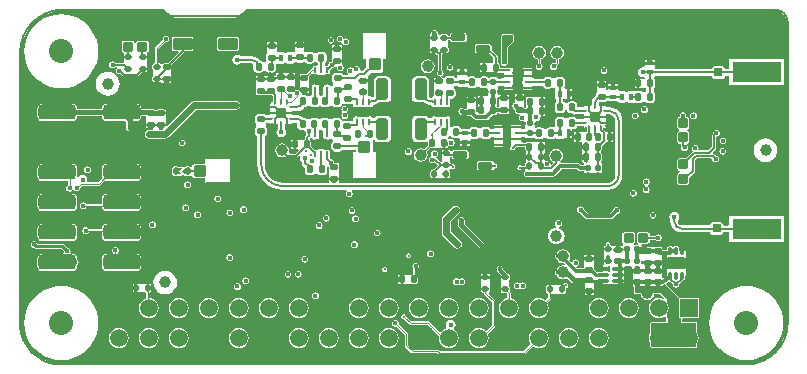
<source format=gtl>
G04*
G04 #@! TF.GenerationSoftware,Altium Limited,CircuitStudio,1.5.2 (30)*
G04*
G04 Layer_Physical_Order=1*
G04 Layer_Color=255*
%FSLAX25Y25*%
%MOIN*%
G70*
G01*
G75*
%ADD10C,0.00768*%
%ADD11C,0.03937*%
G04:AMPARAMS|DCode=12|XSize=49.02mil|YSize=24.02mil|CornerRadius=3.6mil|HoleSize=0mil|Usage=FLASHONLY|Rotation=90.000|XOffset=0mil|YOffset=0mil|HoleType=Round|Shape=RoundedRectangle|*
%AMROUNDEDRECTD12*
21,1,0.04902,0.01681,0,0,90.0*
21,1,0.04181,0.02402,0,0,90.0*
1,1,0.00721,0.00841,0.02091*
1,1,0.00721,0.00841,-0.02091*
1,1,0.00721,-0.00841,-0.02091*
1,1,0.00721,-0.00841,0.02091*
%
%ADD12ROUNDEDRECTD12*%
G04:AMPARAMS|DCode=13|XSize=70.87mil|YSize=40.95mil|CornerRadius=6.14mil|HoleSize=0mil|Usage=FLASHONLY|Rotation=90.000|XOffset=0mil|YOffset=0mil|HoleType=Round|Shape=RoundedRectangle|*
%AMROUNDEDRECTD13*
21,1,0.07087,0.02866,0,0,90.0*
21,1,0.05858,0.04095,0,0,90.0*
1,1,0.01228,0.01433,0.02929*
1,1,0.01228,0.01433,-0.02929*
1,1,0.01228,-0.01433,-0.02929*
1,1,0.01228,-0.01433,0.02929*
%
%ADD13ROUNDEDRECTD13*%
G04:AMPARAMS|DCode=14|XSize=64.96mil|YSize=41.34mil|CornerRadius=4.13mil|HoleSize=0mil|Usage=FLASHONLY|Rotation=180.000|XOffset=0mil|YOffset=0mil|HoleType=Round|Shape=RoundedRectangle|*
%AMROUNDEDRECTD14*
21,1,0.06496,0.03307,0,0,180.0*
21,1,0.05669,0.04134,0,0,180.0*
1,1,0.00827,-0.02835,0.01654*
1,1,0.00827,0.02835,0.01654*
1,1,0.00827,0.02835,-0.01654*
1,1,0.00827,-0.02835,-0.01654*
%
%ADD14ROUNDEDRECTD14*%
G04:AMPARAMS|DCode=15|XSize=23.62mil|YSize=19.69mil|CornerRadius=4.92mil|HoleSize=0mil|Usage=FLASHONLY|Rotation=180.000|XOffset=0mil|YOffset=0mil|HoleType=Round|Shape=RoundedRectangle|*
%AMROUNDEDRECTD15*
21,1,0.02362,0.00984,0,0,180.0*
21,1,0.01378,0.01969,0,0,180.0*
1,1,0.00984,-0.00689,0.00492*
1,1,0.00984,0.00689,0.00492*
1,1,0.00984,0.00689,-0.00492*
1,1,0.00984,-0.00689,-0.00492*
%
%ADD15ROUNDEDRECTD15*%
G04:AMPARAMS|DCode=16|XSize=23.62mil|YSize=19.69mil|CornerRadius=4.92mil|HoleSize=0mil|Usage=FLASHONLY|Rotation=270.000|XOffset=0mil|YOffset=0mil|HoleType=Round|Shape=RoundedRectangle|*
%AMROUNDEDRECTD16*
21,1,0.02362,0.00984,0,0,270.0*
21,1,0.01378,0.01969,0,0,270.0*
1,1,0.00984,-0.00492,-0.00689*
1,1,0.00984,-0.00492,0.00689*
1,1,0.00984,0.00492,0.00689*
1,1,0.00984,0.00492,-0.00689*
%
%ADD16ROUNDEDRECTD16*%
G04:AMPARAMS|DCode=17|XSize=31.89mil|YSize=36.61mil|CornerRadius=4.78mil|HoleSize=0mil|Usage=FLASHONLY|Rotation=270.000|XOffset=0mil|YOffset=0mil|HoleType=Round|Shape=RoundedRectangle|*
%AMROUNDEDRECTD17*
21,1,0.03189,0.02705,0,0,270.0*
21,1,0.02232,0.03661,0,0,270.0*
1,1,0.00957,-0.01352,-0.01116*
1,1,0.00957,-0.01352,0.01116*
1,1,0.00957,0.01352,0.01116*
1,1,0.00957,0.01352,-0.01116*
%
%ADD17ROUNDEDRECTD17*%
G04:AMPARAMS|DCode=18|XSize=31.89mil|YSize=36.61mil|CornerRadius=4.78mil|HoleSize=0mil|Usage=FLASHONLY|Rotation=180.000|XOffset=0mil|YOffset=0mil|HoleType=Round|Shape=RoundedRectangle|*
%AMROUNDEDRECTD18*
21,1,0.03189,0.02705,0,0,180.0*
21,1,0.02232,0.03661,0,0,180.0*
1,1,0.00957,-0.01116,0.01352*
1,1,0.00957,0.01116,0.01352*
1,1,0.00957,0.01116,-0.01352*
1,1,0.00957,-0.01116,-0.01352*
%
%ADD18ROUNDEDRECTD18*%
G04:AMPARAMS|DCode=19|XSize=27.56mil|YSize=27.56mil|CornerRadius=2.76mil|HoleSize=0mil|Usage=FLASHONLY|Rotation=270.000|XOffset=0mil|YOffset=0mil|HoleType=Round|Shape=RoundedRectangle|*
%AMROUNDEDRECTD19*
21,1,0.02756,0.02205,0,0,270.0*
21,1,0.02205,0.02756,0,0,270.0*
1,1,0.00551,-0.01102,-0.01102*
1,1,0.00551,-0.01102,0.01102*
1,1,0.00551,0.01102,0.01102*
1,1,0.00551,0.01102,-0.01102*
%
%ADD19ROUNDEDRECTD19*%
G04:AMPARAMS|DCode=20|XSize=14.17mil|YSize=23mil|CornerRadius=0.71mil|HoleSize=0mil|Usage=FLASHONLY|Rotation=180.000|XOffset=0mil|YOffset=0mil|HoleType=Round|Shape=RoundedRectangle|*
%AMROUNDEDRECTD20*
21,1,0.01417,0.02158,0,0,180.0*
21,1,0.01276,0.02300,0,0,180.0*
1,1,0.00142,-0.00638,0.01079*
1,1,0.00142,0.00638,0.01079*
1,1,0.00142,0.00638,-0.01079*
1,1,0.00142,-0.00638,-0.01079*
%
%ADD20ROUNDEDRECTD20*%
G04:AMPARAMS|DCode=21|XSize=14.17mil|YSize=23mil|CornerRadius=0.71mil|HoleSize=0mil|Usage=FLASHONLY|Rotation=90.000|XOffset=0mil|YOffset=0mil|HoleType=Round|Shape=RoundedRectangle|*
%AMROUNDEDRECTD21*
21,1,0.01417,0.02158,0,0,90.0*
21,1,0.01276,0.02300,0,0,90.0*
1,1,0.00142,0.01079,0.00638*
1,1,0.00142,0.01079,-0.00638*
1,1,0.00142,-0.01079,-0.00638*
1,1,0.00142,-0.01079,0.00638*
%
%ADD21ROUNDEDRECTD21*%
G04:AMPARAMS|DCode=22|XSize=23.62mil|YSize=17.72mil|CornerRadius=4.43mil|HoleSize=0mil|Usage=FLASHONLY|Rotation=270.000|XOffset=0mil|YOffset=0mil|HoleType=Round|Shape=RoundedRectangle|*
%AMROUNDEDRECTD22*
21,1,0.02362,0.00886,0,0,270.0*
21,1,0.01476,0.01772,0,0,270.0*
1,1,0.00886,-0.00443,-0.00738*
1,1,0.00886,-0.00443,0.00738*
1,1,0.00886,0.00443,0.00738*
1,1,0.00886,0.00443,-0.00738*
%
%ADD22ROUNDEDRECTD22*%
G04:AMPARAMS|DCode=23|XSize=23.62mil|YSize=17.72mil|CornerRadius=4.43mil|HoleSize=0mil|Usage=FLASHONLY|Rotation=0.000|XOffset=0mil|YOffset=0mil|HoleType=Round|Shape=RoundedRectangle|*
%AMROUNDEDRECTD23*
21,1,0.02362,0.00886,0,0,0.0*
21,1,0.01476,0.01772,0,0,0.0*
1,1,0.00886,0.00738,-0.00443*
1,1,0.00886,-0.00738,-0.00443*
1,1,0.00886,-0.00738,0.00443*
1,1,0.00886,0.00738,0.00443*
%
%ADD23ROUNDEDRECTD23*%
G04:AMPARAMS|DCode=24|XSize=47.24mil|YSize=23.62mil|CornerRadius=3.54mil|HoleSize=0mil|Usage=FLASHONLY|Rotation=90.000|XOffset=0mil|YOffset=0mil|HoleType=Round|Shape=RoundedRectangle|*
%AMROUNDEDRECTD24*
21,1,0.04724,0.01654,0,0,90.0*
21,1,0.04016,0.02362,0,0,90.0*
1,1,0.00709,0.00827,0.02008*
1,1,0.00709,0.00827,-0.02008*
1,1,0.00709,-0.00827,-0.02008*
1,1,0.00709,-0.00827,0.02008*
%
%ADD24ROUNDEDRECTD24*%
G04:AMPARAMS|DCode=25|XSize=9.84mil|YSize=29.53mil|CornerRadius=1.48mil|HoleSize=0mil|Usage=FLASHONLY|Rotation=90.000|XOffset=0mil|YOffset=0mil|HoleType=Round|Shape=RoundedRectangle|*
%AMROUNDEDRECTD25*
21,1,0.00984,0.02658,0,0,90.0*
21,1,0.00689,0.02953,0,0,90.0*
1,1,0.00295,0.01329,0.00345*
1,1,0.00295,0.01329,-0.00345*
1,1,0.00295,-0.01329,-0.00345*
1,1,0.00295,-0.01329,0.00345*
%
%ADD25ROUNDEDRECTD25*%
%ADD26R,0.16496X0.10492*%
%ADD27R,0.16496X0.07008*%
G04:AMPARAMS|DCode=28|XSize=48.43mil|YSize=23.62mil|CornerRadius=2.95mil|HoleSize=0mil|Usage=FLASHONLY|Rotation=0.000|XOffset=0mil|YOffset=0mil|HoleType=Round|Shape=RoundedRectangle|*
%AMROUNDEDRECTD28*
21,1,0.04843,0.01772,0,0,0.0*
21,1,0.04252,0.02362,0,0,0.0*
1,1,0.00591,0.02126,-0.00886*
1,1,0.00591,-0.02126,-0.00886*
1,1,0.00591,-0.02126,0.00886*
1,1,0.00591,0.02126,0.00886*
%
%ADD28ROUNDEDRECTD28*%
G04:AMPARAMS|DCode=29|XSize=21.65mil|YSize=17.72mil|CornerRadius=4.43mil|HoleSize=0mil|Usage=FLASHONLY|Rotation=90.000|XOffset=0mil|YOffset=0mil|HoleType=Round|Shape=RoundedRectangle|*
%AMROUNDEDRECTD29*
21,1,0.02165,0.00886,0,0,90.0*
21,1,0.01280,0.01772,0,0,90.0*
1,1,0.00886,0.00443,0.00640*
1,1,0.00886,0.00443,-0.00640*
1,1,0.00886,-0.00443,-0.00640*
1,1,0.00886,-0.00443,0.00640*
%
%ADD29ROUNDEDRECTD29*%
G04:AMPARAMS|DCode=30|XSize=21.65mil|YSize=17.72mil|CornerRadius=4.43mil|HoleSize=0mil|Usage=FLASHONLY|Rotation=180.000|XOffset=0mil|YOffset=0mil|HoleType=Round|Shape=RoundedRectangle|*
%AMROUNDEDRECTD30*
21,1,0.02165,0.00886,0,0,180.0*
21,1,0.01280,0.01772,0,0,180.0*
1,1,0.00886,-0.00640,0.00443*
1,1,0.00886,0.00640,0.00443*
1,1,0.00886,0.00640,-0.00443*
1,1,0.00886,-0.00640,-0.00443*
%
%ADD30ROUNDEDRECTD30*%
G04:AMPARAMS|DCode=31|XSize=125.2mil|YSize=50mil|CornerRadius=12.5mil|HoleSize=0mil|Usage=FLASHONLY|Rotation=180.000|XOffset=0mil|YOffset=0mil|HoleType=Round|Shape=RoundedRectangle|*
%AMROUNDEDRECTD31*
21,1,0.12520,0.02500,0,0,180.0*
21,1,0.10020,0.05000,0,0,180.0*
1,1,0.02500,-0.05010,0.01250*
1,1,0.02500,0.05010,0.01250*
1,1,0.02500,0.05010,-0.01250*
1,1,0.02500,-0.05010,-0.01250*
%
%ADD31ROUNDEDRECTD31*%
G04:AMPARAMS|DCode=32|XSize=21.65mil|YSize=9.84mil|CornerRadius=1.48mil|HoleSize=0mil|Usage=FLASHONLY|Rotation=90.000|XOffset=0mil|YOffset=0mil|HoleType=Round|Shape=RoundedRectangle|*
%AMROUNDEDRECTD32*
21,1,0.02165,0.00689,0,0,90.0*
21,1,0.01870,0.00984,0,0,90.0*
1,1,0.00295,0.00345,0.00935*
1,1,0.00295,0.00345,-0.00935*
1,1,0.00295,-0.00345,-0.00935*
1,1,0.00295,-0.00345,0.00935*
%
%ADD32ROUNDEDRECTD32*%
G04:AMPARAMS|DCode=33|XSize=51.18mil|YSize=31.5mil|CornerRadius=4.72mil|HoleSize=0mil|Usage=FLASHONLY|Rotation=180.000|XOffset=0mil|YOffset=0mil|HoleType=Round|Shape=RoundedRectangle|*
%AMROUNDEDRECTD33*
21,1,0.05118,0.02205,0,0,180.0*
21,1,0.04173,0.03150,0,0,180.0*
1,1,0.00945,-0.02087,0.01102*
1,1,0.00945,0.02087,0.01102*
1,1,0.00945,0.02087,-0.01102*
1,1,0.00945,-0.02087,-0.01102*
%
%ADD33ROUNDEDRECTD33*%
G04:AMPARAMS|DCode=34|XSize=39.37mil|YSize=41.34mil|CornerRadius=3.94mil|HoleSize=0mil|Usage=FLASHONLY|Rotation=270.000|XOffset=0mil|YOffset=0mil|HoleType=Round|Shape=RoundedRectangle|*
%AMROUNDEDRECTD34*
21,1,0.03937,0.03347,0,0,270.0*
21,1,0.03150,0.04134,0,0,270.0*
1,1,0.00787,-0.01673,-0.01575*
1,1,0.00787,-0.01673,0.01575*
1,1,0.00787,0.01673,0.01575*
1,1,0.00787,0.01673,-0.01575*
%
%ADD34ROUNDEDRECTD34*%
G04:AMPARAMS|DCode=35|XSize=41.34mil|YSize=86.61mil|CornerRadius=4.13mil|HoleSize=0mil|Usage=FLASHONLY|Rotation=270.000|XOffset=0mil|YOffset=0mil|HoleType=Round|Shape=RoundedRectangle|*
%AMROUNDEDRECTD35*
21,1,0.04134,0.07835,0,0,270.0*
21,1,0.03307,0.08661,0,0,270.0*
1,1,0.00827,-0.03917,-0.01654*
1,1,0.00827,-0.03917,0.01654*
1,1,0.00827,0.03917,0.01654*
1,1,0.00827,0.03917,-0.01654*
%
%ADD35ROUNDEDRECTD35*%
G04:AMPARAMS|DCode=36|XSize=39.37mil|YSize=41.34mil|CornerRadius=3.94mil|HoleSize=0mil|Usage=FLASHONLY|Rotation=180.000|XOffset=0mil|YOffset=0mil|HoleType=Round|Shape=RoundedRectangle|*
%AMROUNDEDRECTD36*
21,1,0.03937,0.03347,0,0,180.0*
21,1,0.03150,0.04134,0,0,180.0*
1,1,0.00787,-0.01575,0.01673*
1,1,0.00787,0.01575,0.01673*
1,1,0.00787,0.01575,-0.01673*
1,1,0.00787,-0.01575,-0.01673*
%
%ADD36ROUNDEDRECTD36*%
G04:AMPARAMS|DCode=37|XSize=41.34mil|YSize=86.61mil|CornerRadius=4.13mil|HoleSize=0mil|Usage=FLASHONLY|Rotation=180.000|XOffset=0mil|YOffset=0mil|HoleType=Round|Shape=RoundedRectangle|*
%AMROUNDEDRECTD37*
21,1,0.04134,0.07835,0,0,180.0*
21,1,0.03307,0.08661,0,0,180.0*
1,1,0.00827,-0.01654,0.03917*
1,1,0.00827,0.01654,0.03917*
1,1,0.00827,0.01654,-0.03917*
1,1,0.00827,-0.01654,-0.03917*
%
%ADD37ROUNDEDRECTD37*%
G04:AMPARAMS|DCode=38|XSize=18.11mil|YSize=7.87mil|CornerRadius=3.15mil|HoleSize=0mil|Usage=FLASHONLY|Rotation=180.000|XOffset=0mil|YOffset=0mil|HoleType=Round|Shape=RoundedRectangle|*
%AMROUNDEDRECTD38*
21,1,0.01811,0.00158,0,0,180.0*
21,1,0.01181,0.00787,0,0,180.0*
1,1,0.00630,-0.00591,0.00079*
1,1,0.00630,0.00591,0.00079*
1,1,0.00630,0.00591,-0.00079*
1,1,0.00630,-0.00591,-0.00079*
%
%ADD38ROUNDEDRECTD38*%
G04:AMPARAMS|DCode=39|XSize=18.11mil|YSize=7.87mil|CornerRadius=3.15mil|HoleSize=0mil|Usage=FLASHONLY|Rotation=270.000|XOffset=0mil|YOffset=0mil|HoleType=Round|Shape=RoundedRectangle|*
%AMROUNDEDRECTD39*
21,1,0.01811,0.00158,0,0,270.0*
21,1,0.01181,0.00787,0,0,270.0*
1,1,0.00630,-0.00079,-0.00591*
1,1,0.00630,-0.00079,0.00591*
1,1,0.00630,0.00079,0.00591*
1,1,0.00630,0.00079,-0.00591*
%
%ADD39ROUNDEDRECTD39*%
G04:AMPARAMS|DCode=40|XSize=31.5mil|YSize=31.5mil|CornerRadius=3.15mil|HoleSize=0mil|Usage=FLASHONLY|Rotation=270.000|XOffset=0mil|YOffset=0mil|HoleType=Round|Shape=RoundedRectangle|*
%AMROUNDEDRECTD40*
21,1,0.03150,0.02520,0,0,270.0*
21,1,0.02520,0.03150,0,0,270.0*
1,1,0.00630,-0.01260,-0.01260*
1,1,0.00630,-0.01260,0.01260*
1,1,0.00630,0.01260,0.01260*
1,1,0.00630,0.01260,-0.01260*
%
%ADD40ROUNDEDRECTD40*%
G04:AMPARAMS|DCode=41|XSize=25.59mil|YSize=11.81mil|CornerRadius=2.95mil|HoleSize=0mil|Usage=FLASHONLY|Rotation=270.000|XOffset=0mil|YOffset=0mil|HoleType=Round|Shape=RoundedRectangle|*
%AMROUNDEDRECTD41*
21,1,0.02559,0.00591,0,0,270.0*
21,1,0.01969,0.01181,0,0,270.0*
1,1,0.00591,-0.00295,-0.00984*
1,1,0.00591,-0.00295,0.00984*
1,1,0.00591,0.00295,0.00984*
1,1,0.00591,0.00295,-0.00984*
%
%ADD41ROUNDEDRECTD41*%
G04:AMPARAMS|DCode=42|XSize=61.02mil|YSize=40.16mil|CornerRadius=4.02mil|HoleSize=0mil|Usage=FLASHONLY|Rotation=0.000|XOffset=0mil|YOffset=0mil|HoleType=Round|Shape=RoundedRectangle|*
%AMROUNDEDRECTD42*
21,1,0.06102,0.03213,0,0,0.0*
21,1,0.05299,0.04016,0,0,0.0*
1,1,0.00803,0.02649,-0.01606*
1,1,0.00803,-0.02649,-0.01606*
1,1,0.00803,-0.02649,0.01606*
1,1,0.00803,0.02649,0.01606*
%
%ADD42ROUNDEDRECTD42*%
G04:AMPARAMS|DCode=43|XSize=37.01mil|YSize=10.63mil|CornerRadius=1.33mil|HoleSize=0mil|Usage=FLASHONLY|Rotation=180.000|XOffset=0mil|YOffset=0mil|HoleType=Round|Shape=RoundedRectangle|*
%AMROUNDEDRECTD43*
21,1,0.03701,0.00797,0,0,180.0*
21,1,0.03435,0.01063,0,0,180.0*
1,1,0.00266,-0.01718,0.00399*
1,1,0.00266,0.01718,0.00399*
1,1,0.00266,0.01718,-0.00399*
1,1,0.00266,-0.01718,-0.00399*
%
%ADD43ROUNDEDRECTD43*%
%ADD44C,0.02400*%
%ADD45C,0.01000*%
%ADD46C,0.01200*%
%ADD47C,0.00800*%
%ADD48C,0.00400*%
%ADD49C,0.00350*%
%ADD50C,0.01600*%
%ADD51C,0.01400*%
%ADD52C,0.00600*%
%ADD53C,0.00500*%
%ADD54C,0.02200*%
%ADD55R,0.01768X0.06900*%
%ADD56R,0.03100X0.02200*%
%ADD57R,0.01300X0.02000*%
%ADD58R,0.08700X0.03800*%
%ADD59R,0.01800X0.01000*%
%ADD60C,0.08000*%
%ADD61R,0.05906X0.05906*%
%ADD62C,0.05906*%
%ADD63C,0.02362*%
%ADD64C,0.03819*%
%ADD65C,0.01000*%
%ADD66C,0.01600*%
%ADD67C,0.04000*%
G36*
X1048995Y817364D02*
X1082175D01*
X1082867Y816672D01*
X1083979Y815819D01*
X1084894Y815440D01*
X1085273Y815283D01*
X1086662Y815100D01*
X1105890D01*
X1107278Y815283D01*
X1108572Y815819D01*
X1109684Y816672D01*
X1110376Y817364D01*
X1286362D01*
X1286471Y817378D01*
X1287353Y817262D01*
X1288277Y816880D01*
X1289070Y816271D01*
X1289678Y815478D01*
X1290061Y814555D01*
X1290177Y813673D01*
X1290162Y813564D01*
Y713281D01*
X1290186Y713103D01*
X1290034Y711177D01*
X1289542Y709125D01*
X1288734Y707174D01*
X1287631Y705375D01*
X1286260Y703770D01*
X1284655Y702399D01*
X1282856Y701296D01*
X1280905Y700488D01*
X1278853Y699996D01*
X1276927Y699844D01*
X1276749Y699867D01*
X1047891Y699867D01*
X1047720Y699845D01*
X1045867Y699991D01*
X1043893Y700465D01*
X1042017Y701242D01*
X1040286Y702302D01*
X1038742Y703621D01*
X1037424Y705165D01*
X1036363Y706896D01*
X1035586Y708771D01*
X1035112Y710745D01*
X1034966Y712599D01*
X1034989Y712769D01*
X1034989Y796470D01*
Y803358D01*
X1034964Y803544D01*
X1035122Y805555D01*
X1035637Y807698D01*
X1036480Y809734D01*
X1037632Y811613D01*
X1039063Y813290D01*
X1040739Y814721D01*
X1042618Y815872D01*
X1044655Y816716D01*
X1046798Y817230D01*
X1048809Y817389D01*
X1048995Y817364D01*
D02*
G37*
%LPC*%
G36*
X1171476Y737511D02*
X1171039Y737424D01*
X1170668Y737177D01*
X1170421Y736806D01*
X1170334Y736369D01*
X1170421Y735932D01*
X1170668Y735562D01*
X1171039Y735314D01*
X1171476Y735227D01*
X1171913Y735314D01*
X1172283Y735562D01*
X1172531Y735932D01*
X1172618Y736369D01*
X1172531Y736806D01*
X1172283Y737177D01*
X1171913Y737424D01*
X1171476Y737511D01*
D02*
G37*
G36*
X1179876Y752431D02*
X1179282Y752313D01*
X1178780Y751977D01*
X1175680Y748877D01*
X1175344Y748374D01*
X1175226Y747781D01*
Y743181D01*
X1175344Y742588D01*
X1175680Y742085D01*
X1179280Y738485D01*
X1179782Y738149D01*
X1180376Y738031D01*
X1180969Y738149D01*
X1181472Y738485D01*
X1181807Y738988D01*
X1181925Y739581D01*
X1181807Y740174D01*
X1181472Y740677D01*
X1178325Y743823D01*
Y747139D01*
X1180972Y749785D01*
X1181307Y750288D01*
X1181425Y750881D01*
X1181307Y751474D01*
X1180972Y751977D01*
X1180469Y752313D01*
X1179876Y752431D01*
D02*
G37*
G36*
X1225850Y735931D02*
X1225014D01*
Y735143D01*
X1225850D01*
Y735931D01*
D02*
G37*
G36*
X1164134Y736554D02*
X1163814Y736491D01*
X1163543Y736309D01*
X1163362Y736038D01*
X1163298Y735718D01*
X1163362Y735398D01*
X1163543Y735127D01*
X1163814Y734946D01*
X1164134Y734882D01*
X1164454Y734946D01*
X1164725Y735127D01*
X1164907Y735398D01*
X1164970Y735718D01*
X1164907Y736038D01*
X1164725Y736309D01*
X1164454Y736491D01*
X1164134Y736554D01*
D02*
G37*
G36*
X1223537Y735931D02*
X1222652D01*
Y735143D01*
X1223537D01*
Y735931D01*
D02*
G37*
G36*
X1214165Y747681D02*
X1213728Y747594D01*
X1213357Y747346D01*
X1213110Y746976D01*
X1213023Y746539D01*
X1213110Y746102D01*
X1213357Y745731D01*
X1213440Y745676D01*
X1213396Y745106D01*
X1213353Y745054D01*
X1212654Y744962D01*
X1211981Y744683D01*
X1211403Y744239D01*
X1210959Y743661D01*
X1210680Y742987D01*
X1210585Y742264D01*
X1210680Y741542D01*
X1210959Y740868D01*
X1211403Y740290D01*
X1211981Y739846D01*
X1212654Y739567D01*
X1213377Y739472D01*
X1214100Y739567D01*
X1214773Y739846D01*
X1215352Y740290D01*
X1215795Y740868D01*
X1216074Y741542D01*
X1216169Y742264D01*
X1216074Y742987D01*
X1215795Y743661D01*
X1215352Y744239D01*
X1214773Y744683D01*
X1214207Y744917D01*
X1214294Y745422D01*
X1214602Y745484D01*
X1214972Y745731D01*
X1215220Y746102D01*
X1215306Y746539D01*
X1215220Y746976D01*
X1214972Y747346D01*
X1214602Y747594D01*
X1214165Y747681D01*
D02*
G37*
G36*
X1252676Y750312D02*
X1252051Y750188D01*
X1251522Y749835D01*
X1251168Y749305D01*
X1251044Y748681D01*
X1251168Y748057D01*
X1251390Y747725D01*
X1251460Y747254D01*
X1251460D01*
X1251588Y746278D01*
X1251965Y745368D01*
X1252564Y744587D01*
X1253345Y743988D01*
X1254255Y743611D01*
X1255231Y743482D01*
Y743491D01*
X1264728D01*
X1264771Y743275D01*
X1265009Y742919D01*
X1265365Y742681D01*
X1265784Y742598D01*
X1267989D01*
X1268409Y742681D01*
X1268764Y742919D01*
X1269002Y743275D01*
X1269045Y743491D01*
X1271126D01*
Y740394D01*
X1289222D01*
Y749002D01*
X1271126D01*
Y745905D01*
X1269084D01*
X1269002Y746319D01*
X1268764Y746675D01*
X1268409Y746912D01*
X1267989Y746996D01*
X1265784D01*
X1265365Y746912D01*
X1265009Y746675D01*
X1264771Y746319D01*
X1264689Y745905D01*
X1255231D01*
Y745906D01*
X1254715Y746009D01*
X1254278Y746301D01*
X1253986Y746738D01*
X1253883Y747254D01*
X1253959Y747722D01*
X1254183Y748057D01*
X1254307Y748681D01*
X1254183Y749305D01*
X1253829Y749835D01*
X1253300Y750188D01*
X1252676Y750312D01*
D02*
G37*
G36*
X1243728Y743622D02*
X1241023D01*
X1240712Y743560D01*
X1240448Y743384D01*
X1240271Y743120D01*
X1240209Y742808D01*
Y740576D01*
X1240271Y740265D01*
X1240448Y740000D01*
X1240683Y739843D01*
X1240712Y739698D01*
X1240459Y739318D01*
X1239943Y739243D01*
X1239776Y739381D01*
Y739381D01*
X1239308D01*
X1239270Y739482D01*
X1239225Y739881D01*
X1239404Y740000D01*
X1239580Y740265D01*
X1239642Y740576D01*
Y742808D01*
X1239580Y743120D01*
X1239404Y743384D01*
X1239139Y743560D01*
X1238828Y743622D01*
X1236123D01*
X1235812Y743560D01*
X1235548Y743384D01*
X1235371Y743120D01*
X1235309Y742808D01*
Y740576D01*
X1235371Y740265D01*
X1235548Y740000D01*
X1235745Y739868D01*
X1235776Y739381D01*
Y739381D01*
X1235776Y739321D01*
Y739296D01*
X1235450Y738931D01*
X1235276Y738931D01*
X1234614D01*
Y738143D01*
X1235374D01*
X1235441Y738143D01*
X1235444D01*
X1235450D01*
X1235858Y737985D01*
Y737582D01*
X1235783Y737540D01*
X1235424Y737356D01*
X1232522D01*
X1232286Y737744D01*
X1232271Y737773D01*
X1232341Y737924D01*
X1232497Y738143D01*
X1232692D01*
X1233137D01*
Y738931D01*
X1232492D01*
X1232450D01*
X1232379Y738931D01*
X1232292D01*
X1232265D01*
X1232252D01*
X1232251Y738931D01*
X1232185Y738929D01*
X1231892Y738937D01*
X1231581Y739229D01*
X1231512Y739381D01*
Y739381D01*
Y739381D01*
X1231512D01*
X1231448Y739701D01*
X1231364Y739827D01*
X1231267Y739972D01*
X1230995Y740154D01*
X1230676Y740217D01*
X1230356Y740154D01*
X1230084Y739972D01*
X1229987Y739827D01*
X1229903Y739701D01*
X1229840Y739381D01*
X1229840Y739381D01*
Y739381D01*
X1229646Y738956D01*
X1229640Y738943D01*
X1229454Y738855D01*
X1229298Y738781D01*
Y738781D01*
Y738640D01*
X1229292Y738631D01*
X1229219Y738522D01*
X1229160Y738224D01*
Y737338D01*
X1229219Y737041D01*
X1229298Y736922D01*
Y734640D01*
X1229219Y734522D01*
X1229160Y734224D01*
Y733338D01*
X1229215Y733060D01*
X1229217Y733037D01*
X1229176Y732944D01*
X1228895Y732560D01*
X1228895Y732560D01*
X1228895Y732560D01*
X1228895Y732560D01*
Y730270D01*
X1227178D01*
X1227050Y730217D01*
X1226960D01*
X1226002Y731176D01*
X1225850Y731277D01*
Y734356D01*
X1222701D01*
Y731451D01*
X1220439D01*
X1220122Y731822D01*
X1220272Y732318D01*
X1220313Y732326D01*
X1220683Y732574D01*
X1220931Y732944D01*
X1221017Y733381D01*
X1220931Y733818D01*
X1220683Y734189D01*
X1220313Y734436D01*
X1219876Y734523D01*
X1219439Y734436D01*
X1219068Y734189D01*
X1218821Y733818D01*
X1218813Y733778D01*
X1218270Y733613D01*
X1217577Y734307D01*
X1217831Y734688D01*
X1218009Y735581D01*
X1217831Y736474D01*
X1217325Y737231D01*
X1216568Y737737D01*
X1215676Y737914D01*
X1214783Y737737D01*
X1214026Y737231D01*
X1213642Y736657D01*
X1213539Y736636D01*
X1213168Y736389D01*
X1212921Y736018D01*
X1212834Y735581D01*
X1212921Y735144D01*
X1213168Y734774D01*
X1213539Y734526D01*
X1213642Y734506D01*
X1214026Y733931D01*
X1214783Y733425D01*
X1215676Y733248D01*
X1215932Y733299D01*
X1216338Y732893D01*
X1216091Y732432D01*
X1215676Y732514D01*
X1214783Y732337D01*
X1214026Y731831D01*
X1213642Y731257D01*
X1213539Y731236D01*
X1213168Y730989D01*
X1212921Y730618D01*
X1212834Y730181D01*
X1212921Y729744D01*
X1213168Y729374D01*
X1213539Y729126D01*
X1213642Y729106D01*
X1214026Y728531D01*
X1214783Y728025D01*
X1215676Y727848D01*
X1216568Y728025D01*
X1216957Y728285D01*
X1218368Y726874D01*
X1218739Y726626D01*
X1219176Y726539D01*
X1222801D01*
Y724206D01*
X1225950D01*
Y726577D01*
X1227050D01*
X1227178Y726524D01*
X1228895D01*
Y726381D01*
X1233856D01*
Y726524D01*
X1235573D01*
X1235600Y726535D01*
X1235676D01*
X1235921Y726636D01*
X1236022Y726881D01*
Y726913D01*
X1236064Y727014D01*
Y727811D01*
X1236022Y727912D01*
Y728882D01*
X1236064Y728982D01*
Y729780D01*
X1236022Y729880D01*
Y730850D01*
X1236064Y730951D01*
Y731748D01*
X1236343Y732181D01*
X1236776D01*
Y732363D01*
X1237545D01*
X1237552Y732365D01*
X1237776Y732181D01*
Y732181D01*
X1238391D01*
X1238777Y731906D01*
X1238777Y731681D01*
Y731118D01*
X1239663D01*
Y731681D01*
Y731728D01*
X1239776Y732181D01*
X1239999Y732365D01*
X1240006Y732363D01*
X1240329D01*
X1240378Y732346D01*
X1240776Y732181D01*
X1241139Y731851D01*
X1241139Y731681D01*
Y731118D01*
X1241726D01*
X1241976Y731118D01*
X1242101D01*
X1242226D01*
X1242476Y731118D01*
X1243063D01*
Y731706D01*
X1243063Y731906D01*
Y732056D01*
Y732206D01*
X1243063Y732406D01*
Y732994D01*
X1242276D01*
X1242226Y732994D01*
X1241776Y733113D01*
Y733181D01*
X1241669D01*
Y733892D01*
X1241726Y733936D01*
X1242226Y733781D01*
Y733781D01*
X1245376D01*
Y733781D01*
X1245626D01*
Y733781D01*
X1248776D01*
Y735823D01*
X1250276D01*
Y729292D01*
X1249238Y728254D01*
X1248776Y728445D01*
Y730331D01*
X1245626D01*
Y730331D01*
X1245376D01*
Y730331D01*
X1242226D01*
Y730331D01*
X1241976D01*
Y730331D01*
X1238826D01*
Y727181D01*
X1238884D01*
Y726394D01*
X1238826D01*
Y725606D01*
X1238876D01*
X1239229Y725253D01*
X1239229Y723205D01*
X1239229Y723205D01*
D01*
X1239229Y723205D01*
Y723205D01*
X1239229Y723205D01*
Y723204D01*
X1239277Y723088D01*
X1239330Y722960D01*
X1239330Y722960D01*
X1239330Y722960D01*
X1239331Y722959D01*
X1239386Y722936D01*
X1239452Y722909D01*
X1239452Y722908D01*
X1239487Y722894D01*
X1239551Y722867D01*
X1239574Y722858D01*
X1239574Y722857D01*
X1239585Y722857D01*
X1241508Y722851D01*
X1241620Y722288D01*
X1242126Y721531D01*
X1242883Y721025D01*
X1243776Y720848D01*
X1244668Y721025D01*
X1245426Y721531D01*
X1245931Y722288D01*
X1246040Y722835D01*
X1248095Y722828D01*
X1249297Y721652D01*
X1249016Y721227D01*
X1248430Y721470D01*
X1247576Y721582D01*
X1246721Y721470D01*
X1245925Y721140D01*
X1245241Y720615D01*
X1244717Y719932D01*
X1244387Y719136D01*
X1244275Y718281D01*
X1244387Y717427D01*
X1244717Y716631D01*
X1245241Y715947D01*
X1245925Y715422D01*
X1246721Y715093D01*
X1247576Y714980D01*
X1248430Y715093D01*
X1249226Y715422D01*
X1249598Y715708D01*
X1250101Y715464D01*
X1250120Y713983D01*
X1249769Y713627D01*
X1245076D01*
X1244831Y713526D01*
X1244729Y713281D01*
Y709948D01*
X1244717Y709932D01*
X1244387Y709135D01*
X1244275Y708281D01*
X1244387Y707427D01*
X1244717Y706631D01*
X1244729Y706614D01*
Y705381D01*
X1244831Y705136D01*
X1245076Y705035D01*
X1247161D01*
X1247576Y704980D01*
X1247991Y705035D01*
X1257161D01*
X1257576Y704980D01*
X1257990Y705035D01*
X1260076D01*
X1260320Y705136D01*
X1260422Y705381D01*
Y706614D01*
X1260434Y706631D01*
X1260764Y707427D01*
X1260877Y708281D01*
X1260764Y709135D01*
X1260434Y709932D01*
X1260422Y709948D01*
Y711381D01*
Y713281D01*
X1260320Y713526D01*
X1260076Y713627D01*
X1255180D01*
X1255164Y714652D01*
X1255515Y715008D01*
X1260848D01*
Y721554D01*
X1254609D01*
X1254597Y721582D01*
X1254548Y721700D01*
X1254543Y721702D01*
X1254541Y721707D01*
X1250075Y725932D01*
X1250068Y726432D01*
X1250962Y727325D01*
X1252141Y726147D01*
X1252221Y725744D01*
X1252468Y725374D01*
X1252839Y725126D01*
X1253276Y725039D01*
X1253713Y725126D01*
X1254083Y725374D01*
X1254331Y725744D01*
X1254398Y726084D01*
X1255765Y727450D01*
X1255805Y727458D01*
X1256009Y727594D01*
X1256145Y727798D01*
X1256192Y728038D01*
Y729022D01*
X1256476D01*
Y737290D01*
X1254239D01*
X1254223Y737368D01*
Y738274D01*
X1254176Y738514D01*
X1254040Y738718D01*
X1253836Y738854D01*
X1253596Y738901D01*
X1253006D01*
X1252765Y738854D01*
X1252606Y738747D01*
X1252555Y738718D01*
X1252077D01*
X1252026Y738747D01*
X1251867Y738854D01*
X1251627Y738901D01*
X1251036D01*
X1250797Y738854D01*
X1250593Y738718D01*
X1250457Y738514D01*
X1250409Y738274D01*
Y737699D01*
X1249268D01*
X1248776Y737718D01*
Y738506D01*
X1248320D01*
X1248207Y738582D01*
X1247890Y738645D01*
X1246512D01*
X1246195Y738582D01*
X1246081Y738506D01*
X1245577D01*
Y738506D01*
X1245376Y738506D01*
X1244885Y738529D01*
X1244807Y738582D01*
X1244490Y738645D01*
X1243708D01*
X1243703Y738647D01*
X1243445Y738699D01*
X1243376Y738728D01*
X1242129D01*
X1241776Y739081D01*
Y739262D01*
X1241776Y739381D01*
X1242063Y739762D01*
X1243728D01*
X1244040Y739824D01*
X1244304Y740000D01*
X1244480Y740265D01*
X1244542Y740576D01*
Y740958D01*
X1246512D01*
X1246568Y740874D01*
X1246939Y740626D01*
X1247376Y740539D01*
X1247813Y740626D01*
X1248183Y740874D01*
X1248431Y741244D01*
X1248518Y741681D01*
X1248431Y742118D01*
X1248183Y742489D01*
X1247813Y742736D01*
X1247376Y742823D01*
X1246939Y742736D01*
X1246568Y742489D01*
X1246527Y742426D01*
X1244542D01*
Y742808D01*
X1244480Y743120D01*
X1244304Y743384D01*
X1244040Y743560D01*
X1243728Y743622D01*
D02*
G37*
G36*
X1181726Y748703D02*
X1181289Y748616D01*
X1180918Y748369D01*
X1180671Y747998D01*
X1180584Y747561D01*
Y745931D01*
X1180671Y745494D01*
X1180918Y745124D01*
X1187468Y738574D01*
X1187839Y738326D01*
X1188276Y738239D01*
X1188713Y738326D01*
X1189083Y738574D01*
X1189331Y738944D01*
X1189417Y739381D01*
X1189331Y739818D01*
X1189083Y740189D01*
X1182868Y746404D01*
Y747561D01*
X1182781Y747998D01*
X1182533Y748369D01*
X1182163Y748616D01*
X1181726Y748703D01*
D02*
G37*
G36*
X1146076Y740553D02*
X1145639Y740466D01*
X1145268Y740219D01*
X1145021Y739848D01*
X1144934Y739411D01*
X1145021Y738974D01*
X1145268Y738604D01*
X1145639Y738356D01*
X1146076Y738269D01*
X1146513Y738356D01*
X1146883Y738604D01*
X1147131Y738974D01*
X1147217Y739411D01*
X1147131Y739848D01*
X1146883Y740219D01*
X1146513Y740466D01*
X1146076Y740553D01*
D02*
G37*
G36*
X1104576Y736223D02*
X1104139Y736136D01*
X1103768Y735889D01*
X1103521Y735518D01*
X1103434Y735081D01*
X1103521Y734644D01*
X1103768Y734274D01*
X1104139Y734026D01*
X1104576Y733939D01*
X1105013Y734026D01*
X1105383Y734274D01*
X1105631Y734644D01*
X1105717Y735081D01*
X1105631Y735518D01*
X1105383Y735889D01*
X1105013Y736136D01*
X1104576Y736223D01*
D02*
G37*
G36*
X1191154Y729481D02*
X1190366D01*
Y728891D01*
X1191154D01*
Y729481D01*
D02*
G37*
G36*
X1156205Y732000D02*
X1155885Y731936D01*
X1155614Y731755D01*
X1155433Y731484D01*
X1155369Y731164D01*
X1155433Y730844D01*
X1155614Y730573D01*
X1155885Y730391D01*
X1156205Y730328D01*
X1156525Y730391D01*
X1156796Y730573D01*
X1156977Y730844D01*
X1157041Y731164D01*
X1156977Y731484D01*
X1156796Y731755D01*
X1156525Y731936D01*
X1156205Y732000D01*
D02*
G37*
G36*
X1189185Y729481D02*
X1188398D01*
Y728891D01*
X1189185D01*
Y729481D01*
D02*
G37*
G36*
X1127376Y730723D02*
X1126939Y730636D01*
X1126568Y730389D01*
X1126321Y730018D01*
X1126234Y729581D01*
X1126321Y729144D01*
X1126568Y728774D01*
X1126939Y728526D01*
X1127376Y728439D01*
X1127813Y728526D01*
X1128183Y728774D01*
X1128431Y729144D01*
X1128518Y729581D01*
X1128431Y730018D01*
X1128183Y730389D01*
X1127813Y730636D01*
X1127376Y730723D01*
D02*
G37*
G36*
X1161513Y729356D02*
X1160726D01*
Y728519D01*
X1161513D01*
Y729356D01*
D02*
G37*
G36*
X1245626Y732994D02*
X1245525D01*
X1245425D01*
X1245126Y732994D01*
X1244539D01*
Y732406D01*
X1244539Y732206D01*
Y732056D01*
Y731906D01*
X1244539Y731706D01*
Y731118D01*
X1245126D01*
X1245376Y731118D01*
X1245501D01*
X1245626D01*
X1245876Y731118D01*
X1246463D01*
Y731706D01*
X1246463Y731906D01*
Y732056D01*
Y732206D01*
X1246463Y732406D01*
Y732994D01*
X1245925D01*
X1245626Y732994D01*
D02*
G37*
G36*
X1129576Y735723D02*
X1129139Y735636D01*
X1128768Y735389D01*
X1128521Y735018D01*
X1128434Y734581D01*
X1128521Y734144D01*
X1128768Y733774D01*
X1129139Y733526D01*
X1129576Y733439D01*
X1130013Y733526D01*
X1130383Y733774D01*
X1130631Y734144D01*
X1130717Y734581D01*
X1130631Y735018D01*
X1130383Y735389D01*
X1130013Y735636D01*
X1129576Y735723D01*
D02*
G37*
G36*
X1248776Y732994D02*
X1247939D01*
Y732406D01*
X1247939Y732206D01*
Y732056D01*
Y731906D01*
X1247939Y731706D01*
Y731118D01*
X1248776D01*
Y731706D01*
X1248776Y731906D01*
Y732056D01*
Y732206D01*
X1248776Y732406D01*
Y732994D01*
D02*
G37*
G36*
X1039276Y740623D02*
X1038839Y740536D01*
X1038468Y740289D01*
X1038221Y739918D01*
X1038134Y739481D01*
X1038221Y739044D01*
X1038468Y738674D01*
X1038839Y738426D01*
X1039225Y738349D01*
X1039264Y738310D01*
X1039536Y738129D01*
X1039856Y738065D01*
X1048409D01*
X1049244Y737231D01*
X1049321Y736844D01*
X1049331Y736829D01*
X1049064Y736329D01*
X1041975D01*
X1041363Y736207D01*
X1040843Y735860D01*
X1040496Y735340D01*
X1040374Y734728D01*
Y732228D01*
X1040496Y731615D01*
X1040843Y731096D01*
X1041363Y730749D01*
X1041975Y730627D01*
X1051995D01*
X1052608Y730749D01*
X1053127Y731096D01*
X1053474Y731615D01*
X1053596Y732228D01*
Y732518D01*
X1053824Y732670D01*
X1054072Y733041D01*
X1054158Y733478D01*
X1054072Y733915D01*
X1053824Y734285D01*
X1053596Y734438D01*
Y734728D01*
X1053474Y735340D01*
X1053127Y735860D01*
X1052608Y736207D01*
X1051995Y736329D01*
X1051688D01*
X1051420Y736829D01*
X1051431Y736844D01*
X1051517Y737281D01*
X1051431Y737718D01*
X1051183Y738089D01*
X1050813Y738336D01*
X1050426Y738413D01*
X1049347Y739492D01*
X1049076Y739674D01*
X1048756Y739737D01*
X1040367D01*
X1040331Y739918D01*
X1040083Y740289D01*
X1039713Y740536D01*
X1039276Y740623D01*
D02*
G37*
G36*
X1066416Y738756D02*
X1065979Y738669D01*
X1065608Y738421D01*
X1065361Y738051D01*
X1065274Y737614D01*
X1065361Y737177D01*
X1065593Y736829D01*
X1065567Y736701D01*
X1065423Y736329D01*
X1063471D01*
X1062859Y736207D01*
X1062339Y735860D01*
X1061992Y735340D01*
X1061870Y734728D01*
Y732228D01*
X1061992Y731615D01*
X1062339Y731096D01*
X1062859Y730749D01*
X1063471Y730627D01*
X1073491D01*
X1074104Y730749D01*
X1074623Y731096D01*
X1074970Y731615D01*
X1075092Y732228D01*
Y734728D01*
X1074970Y735340D01*
X1074623Y735860D01*
X1074104Y736207D01*
X1073491Y736329D01*
X1067408D01*
X1067264Y736701D01*
X1067238Y736829D01*
X1067471Y737177D01*
X1067558Y737614D01*
X1067471Y738051D01*
X1067223Y738421D01*
X1066853Y738669D01*
X1066416Y738756D01*
D02*
G37*
G36*
X1051995Y756329D02*
X1041975D01*
X1041363Y756207D01*
X1040843Y755860D01*
X1040496Y755340D01*
X1040374Y754728D01*
Y752228D01*
X1040496Y751615D01*
X1040843Y751096D01*
X1041363Y750749D01*
X1041975Y750627D01*
X1051995D01*
X1052608Y750749D01*
X1053127Y751096D01*
X1053474Y751615D01*
X1053596Y752228D01*
Y754728D01*
X1053474Y755340D01*
X1053127Y755860D01*
X1052608Y756207D01*
X1051995Y756329D01*
D02*
G37*
G36*
X1073491D02*
X1063471D01*
X1062859Y756207D01*
X1062339Y755860D01*
X1061992Y755340D01*
X1061870Y754728D01*
Y752911D01*
X1056754D01*
X1056572Y753183D01*
X1056202Y753431D01*
X1055765Y753517D01*
X1055328Y753431D01*
X1054957Y753183D01*
X1054710Y752813D01*
X1054623Y752376D01*
X1054710Y751939D01*
X1054957Y751568D01*
X1055328Y751321D01*
X1055765Y751234D01*
X1056202Y751321D01*
X1056572Y751568D01*
X1056754Y751840D01*
X1061948D01*
X1061992Y751615D01*
X1062339Y751096D01*
X1062859Y750749D01*
X1063471Y750627D01*
X1073491D01*
X1074104Y750749D01*
X1074623Y751096D01*
X1074970Y751615D01*
X1075092Y752228D01*
Y754728D01*
X1074970Y755340D01*
X1074623Y755860D01*
X1074104Y756207D01*
X1073491Y756329D01*
D02*
G37*
G36*
X1089890Y752839D02*
X1089452Y752752D01*
X1089082Y752505D01*
X1088834Y752134D01*
X1088748Y751697D01*
X1088834Y751260D01*
X1089082Y750890D01*
X1089452Y750642D01*
X1089890Y750555D01*
X1090326Y750642D01*
X1090697Y750890D01*
X1090945Y751260D01*
X1091031Y751697D01*
X1090945Y752134D01*
X1090697Y752505D01*
X1090326Y752752D01*
X1089890Y752839D01*
D02*
G37*
G36*
X1145276Y751923D02*
X1144839Y751836D01*
X1144468Y751589D01*
X1144221Y751218D01*
X1144134Y750781D01*
X1144221Y750344D01*
X1144468Y749974D01*
X1144839Y749726D01*
X1145276Y749639D01*
X1145713Y749726D01*
X1146083Y749974D01*
X1146331Y750344D01*
X1146418Y750781D01*
X1146331Y751218D01*
X1146083Y751589D01*
X1145713Y751836D01*
X1145276Y751923D01*
D02*
G37*
G36*
X1109176Y752223D02*
X1108739Y752136D01*
X1108368Y751889D01*
X1108121Y751518D01*
X1108034Y751081D01*
X1108121Y750644D01*
X1108368Y750274D01*
X1108739Y750026D01*
X1109176Y749939D01*
X1109613Y750026D01*
X1109983Y750274D01*
X1110231Y750644D01*
X1110318Y751081D01*
X1110231Y751518D01*
X1109983Y751889D01*
X1109613Y752136D01*
X1109176Y752223D01*
D02*
G37*
G36*
X1090512Y760523D02*
X1090075Y760436D01*
X1089704Y760189D01*
X1089457Y759818D01*
X1089370Y759381D01*
X1089457Y758944D01*
X1089704Y758574D01*
X1090075Y758326D01*
X1090512Y758239D01*
X1090949Y758326D01*
X1091319Y758574D01*
X1091567Y758944D01*
X1091654Y759381D01*
X1091567Y759818D01*
X1091319Y760189D01*
X1090949Y760436D01*
X1090512Y760523D01*
D02*
G37*
G36*
X1073491Y766329D02*
X1063471D01*
X1062859Y766207D01*
X1062339Y765860D01*
X1061992Y765341D01*
X1061870Y764728D01*
Y762228D01*
X1061992Y761615D01*
X1062036Y761550D01*
X1060615Y760129D01*
X1057336D01*
X1057035Y760629D01*
X1057126Y761085D01*
X1057002Y761709D01*
X1056648Y762239D01*
X1056119Y762592D01*
X1055494Y762716D01*
X1054870Y762592D01*
X1054341Y762239D01*
X1054131Y761925D01*
Y761925D01*
X1054086Y761857D01*
X1053939Y761723D01*
X1053923Y761727D01*
X1053592Y761818D01*
X1053579Y761822D01*
X1053575Y761823D01*
X1053575Y761823D01*
X1053528Y761836D01*
X1053518Y761839D01*
X1053569Y762093D01*
Y762093D01*
X1053596Y762228D01*
Y764728D01*
X1053474Y765341D01*
X1053127Y765860D01*
X1052608Y766207D01*
X1051995Y766329D01*
X1041975D01*
X1041363Y766207D01*
X1040843Y765860D01*
X1040496Y765341D01*
X1040374Y764728D01*
Y762228D01*
X1040496Y761615D01*
X1040843Y761096D01*
X1041363Y760749D01*
X1041975Y760627D01*
X1050613D01*
Y759152D01*
X1050368Y758989D01*
X1050121Y758618D01*
X1050034Y758181D01*
X1050121Y757744D01*
X1050368Y757374D01*
X1050739Y757126D01*
X1051176Y757039D01*
X1051613Y757126D01*
X1051983Y757374D01*
X1052059Y757486D01*
X1052652Y757498D01*
X1052665Y757479D01*
X1053035Y757232D01*
X1053472Y757145D01*
X1053909Y757232D01*
X1054280Y757479D01*
X1054527Y757850D01*
X1054614Y758287D01*
X1054601Y758355D01*
X1055303Y759058D01*
X1060837D01*
X1061216Y759215D01*
X1062794Y760792D01*
X1062859Y760749D01*
X1063471Y760627D01*
X1073491D01*
X1074104Y760749D01*
X1074623Y761096D01*
X1074970Y761615D01*
X1075092Y762228D01*
Y764728D01*
X1074970Y765341D01*
X1074623Y765860D01*
X1074104Y766207D01*
X1073491Y766329D01*
D02*
G37*
G36*
X1243376Y761523D02*
X1242939Y761436D01*
X1242568Y761189D01*
X1242321Y760818D01*
X1242234Y760381D01*
X1242321Y759944D01*
X1242568Y759574D01*
X1242916Y759341D01*
X1242939Y759181D01*
Y758981D01*
X1242916Y758821D01*
X1242568Y758589D01*
X1242321Y758218D01*
X1242234Y757781D01*
X1242321Y757344D01*
X1242568Y756974D01*
X1242939Y756726D01*
X1243376Y756639D01*
X1243813Y756726D01*
X1244183Y756974D01*
X1244431Y757344D01*
X1244518Y757781D01*
X1244431Y758218D01*
X1244183Y758589D01*
X1243835Y758821D01*
X1243813Y758981D01*
Y759181D01*
X1243835Y759341D01*
X1244183Y759574D01*
X1244431Y759944D01*
X1244518Y760381D01*
X1244431Y760818D01*
X1244183Y761189D01*
X1243813Y761436D01*
X1243376Y761523D01*
D02*
G37*
G36*
X1100576Y755823D02*
X1100139Y755736D01*
X1099768Y755489D01*
X1099521Y755118D01*
X1099434Y754681D01*
X1099521Y754244D01*
X1099768Y753874D01*
X1100139Y753626D01*
X1100576Y753539D01*
X1101013Y753626D01*
X1101383Y753874D01*
X1101631Y754244D01*
X1101717Y754681D01*
X1101631Y755118D01*
X1101383Y755489D01*
X1101013Y755736D01*
X1100576Y755823D01*
D02*
G37*
G36*
X1239076Y757723D02*
X1238639Y757636D01*
X1238268Y757389D01*
X1238021Y757018D01*
X1237934Y756581D01*
X1238021Y756144D01*
X1238268Y755774D01*
X1238639Y755526D01*
X1239076Y755439D01*
X1239513Y755526D01*
X1239883Y755774D01*
X1240131Y756144D01*
X1240217Y756581D01*
X1240131Y757018D01*
X1239883Y757389D01*
X1239513Y757636D01*
X1239076Y757723D01*
D02*
G37*
G36*
X1104576Y751123D02*
X1104139Y751036D01*
X1103768Y750789D01*
X1103521Y750418D01*
X1103434Y749981D01*
X1103521Y749544D01*
X1103768Y749174D01*
X1104139Y748926D01*
X1104576Y748839D01*
X1105013Y748926D01*
X1105383Y749174D01*
X1105631Y749544D01*
X1105717Y749981D01*
X1105631Y750418D01*
X1105383Y750789D01*
X1105013Y751036D01*
X1104576Y751123D01*
D02*
G37*
G36*
X1073491Y746329D02*
X1063471D01*
X1062859Y746207D01*
X1062339Y745860D01*
X1061992Y745340D01*
X1061870Y744728D01*
Y744644D01*
X1057541D01*
X1057359Y744915D01*
X1056989Y745163D01*
X1056552Y745250D01*
X1056115Y745163D01*
X1055744Y744915D01*
X1055497Y744545D01*
X1055410Y744108D01*
X1055497Y743671D01*
X1055744Y743300D01*
X1056115Y743053D01*
X1056552Y742966D01*
X1056989Y743053D01*
X1057359Y743300D01*
X1057541Y743572D01*
X1061870D01*
Y742228D01*
X1061992Y741615D01*
X1062339Y741096D01*
X1062859Y740749D01*
X1063471Y740627D01*
X1073491D01*
X1074104Y740749D01*
X1074623Y741096D01*
X1074970Y741615D01*
X1075092Y742228D01*
Y744728D01*
X1074970Y745340D01*
X1074623Y745860D01*
X1074104Y746207D01*
X1073491Y746329D01*
D02*
G37*
G36*
X1078747Y747169D02*
X1078310Y747082D01*
X1077939Y746835D01*
X1077692Y746464D01*
X1077605Y746027D01*
X1077692Y745590D01*
X1077939Y745220D01*
X1078310Y744972D01*
X1078747Y744885D01*
X1079184Y744972D01*
X1079554Y745220D01*
X1079802Y745590D01*
X1079889Y746027D01*
X1079802Y746464D01*
X1079554Y746835D01*
X1079184Y747082D01*
X1078747Y747169D01*
D02*
G37*
G36*
X1134376Y746923D02*
X1133939Y746836D01*
X1133568Y746589D01*
X1133321Y746218D01*
X1133234Y745781D01*
X1133321Y745344D01*
X1133568Y744974D01*
X1133939Y744726D01*
X1134376Y744639D01*
X1134813Y744726D01*
X1135183Y744974D01*
X1135431Y745344D01*
X1135518Y745781D01*
X1135431Y746218D01*
X1135183Y746589D01*
X1134813Y746836D01*
X1134376Y746923D01*
D02*
G37*
G36*
X1051995Y746329D02*
X1041975D01*
X1041363Y746207D01*
X1040843Y745860D01*
X1040496Y745340D01*
X1040374Y744728D01*
Y742228D01*
X1040496Y741615D01*
X1040843Y741096D01*
X1041363Y740749D01*
X1041975Y740627D01*
X1051995D01*
X1052608Y740749D01*
X1053127Y741096D01*
X1053474Y741615D01*
X1053596Y742228D01*
Y744728D01*
X1053474Y745340D01*
X1053127Y745860D01*
X1052608Y746207D01*
X1051995Y746329D01*
D02*
G37*
G36*
X1153676Y744423D02*
X1153239Y744336D01*
X1152868Y744089D01*
X1152621Y743718D01*
X1152534Y743281D01*
X1152621Y742844D01*
X1152868Y742474D01*
X1153239Y742226D01*
X1153676Y742139D01*
X1154113Y742226D01*
X1154483Y742474D01*
X1154731Y742844D01*
X1154817Y743281D01*
X1154731Y743718D01*
X1154483Y744089D01*
X1154113Y744336D01*
X1153676Y744423D01*
D02*
G37*
G36*
X1245644Y750369D02*
X1245208Y750282D01*
X1244837Y750035D01*
X1244590Y749664D01*
X1244503Y749227D01*
X1244590Y748790D01*
X1244837Y748420D01*
X1245208Y748172D01*
X1245644Y748085D01*
X1246082Y748172D01*
X1246452Y748420D01*
X1246700Y748790D01*
X1246786Y749227D01*
X1246700Y749664D01*
X1246452Y750035D01*
X1246082Y750282D01*
X1245644Y750369D01*
D02*
G37*
G36*
X1093811Y750532D02*
X1093374Y750446D01*
X1093003Y750198D01*
X1092756Y749827D01*
X1092669Y749391D01*
X1092756Y748953D01*
X1093003Y748583D01*
X1093374Y748336D01*
X1093811Y748249D01*
X1094248Y748336D01*
X1094618Y748583D01*
X1094866Y748953D01*
X1094953Y749391D01*
X1094866Y749827D01*
X1094618Y750198D01*
X1094248Y750446D01*
X1093811Y750532D01*
D02*
G37*
G36*
X1221476Y752123D02*
X1221039Y752036D01*
X1220668Y751789D01*
X1220421Y751418D01*
X1220334Y750981D01*
X1220421Y750544D01*
X1220668Y750174D01*
X1221039Y749926D01*
X1221370Y749860D01*
X1223112Y748118D01*
X1223417Y747915D01*
X1223776Y747843D01*
X1231476D01*
X1231835Y747915D01*
X1232139Y748118D01*
X1233706Y749685D01*
X1233913Y749726D01*
X1234283Y749974D01*
X1234531Y750344D01*
X1234618Y750781D01*
X1234531Y751218D01*
X1234283Y751589D01*
X1233913Y751836D01*
X1233476Y751923D01*
X1233039Y751836D01*
X1232668Y751589D01*
X1232421Y751218D01*
X1232380Y751012D01*
X1231087Y749719D01*
X1224164D01*
X1222547Y751336D01*
X1222531Y751418D01*
X1222283Y751789D01*
X1221913Y752036D01*
X1221476Y752123D01*
D02*
G37*
G36*
X1146476Y749123D02*
X1146039Y749036D01*
X1145668Y748789D01*
X1145421Y748418D01*
X1145334Y747981D01*
X1145421Y747544D01*
X1145668Y747174D01*
X1146039Y746926D01*
X1146476Y746839D01*
X1146913Y746926D01*
X1147283Y747174D01*
X1147531Y747544D01*
X1147618Y747981D01*
X1147531Y748418D01*
X1147283Y748789D01*
X1146913Y749036D01*
X1146476Y749123D01*
D02*
G37*
G36*
X1136666Y749383D02*
X1136229Y749296D01*
X1135858Y749049D01*
X1135611Y748678D01*
X1135524Y748241D01*
X1135611Y747804D01*
X1135858Y747434D01*
X1136229Y747186D01*
X1136666Y747099D01*
X1137103Y747186D01*
X1137473Y747434D01*
X1137721Y747804D01*
X1137807Y748241D01*
X1137721Y748678D01*
X1137473Y749049D01*
X1137103Y749296D01*
X1136666Y749383D01*
D02*
G37*
G36*
X1123976Y730723D02*
X1123539Y730636D01*
X1123168Y730389D01*
X1122921Y730018D01*
X1122834Y729581D01*
X1122921Y729144D01*
X1123168Y728774D01*
X1123539Y728526D01*
X1123976Y728439D01*
X1124413Y728526D01*
X1124783Y728774D01*
X1125031Y729144D01*
X1125117Y729581D01*
X1125031Y730018D01*
X1124783Y730389D01*
X1124413Y730636D01*
X1123976Y730723D01*
D02*
G37*
G36*
X1191154Y727957D02*
X1188398D01*
Y725340D01*
X1188319Y725222D01*
X1188260Y724924D01*
Y724038D01*
X1188319Y723740D01*
X1188398Y723622D01*
Y723481D01*
X1188498D01*
X1188740Y723319D01*
X1189037Y723260D01*
X1189221D01*
X1189378Y722883D01*
X1191913Y720348D01*
Y712714D01*
X1189855Y710657D01*
X1189226Y711140D01*
X1188430Y711470D01*
X1187576Y711582D01*
X1186721Y711470D01*
X1185925Y711140D01*
X1185241Y710615D01*
X1184717Y709932D01*
X1184387Y709135D01*
X1184275Y708281D01*
X1184387Y707427D01*
X1184717Y706631D01*
X1185241Y705947D01*
X1185925Y705422D01*
X1186721Y705093D01*
X1187576Y704980D01*
X1188430Y705093D01*
X1189226Y705422D01*
X1189910Y705947D01*
X1190434Y706631D01*
X1190764Y707427D01*
X1190877Y708281D01*
X1190764Y709135D01*
X1190519Y709728D01*
X1192874Y712083D01*
X1193038Y712481D01*
X1193038Y712481D01*
Y720581D01*
X1193038Y720581D01*
X1192874Y720979D01*
X1190972Y722881D01*
X1191049Y723448D01*
X1191079Y723481D01*
X1191169D01*
Y723646D01*
X1191232Y723740D01*
X1191292Y724038D01*
Y724924D01*
X1191232Y725222D01*
X1191154Y725340D01*
Y727957D01*
D02*
G37*
G36*
X1077619Y726397D02*
X1076733D01*
X1076435Y726338D01*
X1076317Y726259D01*
X1073699D01*
Y723503D01*
X1076317D01*
X1076435Y723424D01*
X1076613Y723389D01*
Y721425D01*
X1075925Y721140D01*
X1075241Y720615D01*
X1074717Y719932D01*
X1074387Y719136D01*
X1074275Y718281D01*
X1074387Y717427D01*
X1074717Y716631D01*
X1075241Y715947D01*
X1075925Y715422D01*
X1076721Y715093D01*
X1077576Y714980D01*
X1078430Y715093D01*
X1079226Y715422D01*
X1079910Y715947D01*
X1080434Y716631D01*
X1080764Y717427D01*
X1080877Y718281D01*
X1080764Y719136D01*
X1080434Y719932D01*
X1079910Y720615D01*
X1079226Y721140D01*
X1078430Y721470D01*
X1077738Y721561D01*
Y723389D01*
X1077916Y723424D01*
X1078034Y723503D01*
X1078176D01*
Y723603D01*
X1078337Y723845D01*
X1078396Y724143D01*
Y725619D01*
X1078337Y725917D01*
X1078176Y726159D01*
Y726275D01*
X1078011D01*
X1077916Y726338D01*
X1077619Y726397D01*
D02*
G37*
G36*
X1227576Y711582D02*
X1226721Y711470D01*
X1225925Y711140D01*
X1225241Y710615D01*
X1224717Y709932D01*
X1224387Y709135D01*
X1224275Y708281D01*
X1224387Y707427D01*
X1224717Y706631D01*
X1225241Y705947D01*
X1225925Y705422D01*
X1226721Y705093D01*
X1227576Y704980D01*
X1228430Y705093D01*
X1229226Y705422D01*
X1229910Y705947D01*
X1230434Y706631D01*
X1230764Y707427D01*
X1230877Y708281D01*
X1230764Y709135D01*
X1230434Y709932D01*
X1229910Y710615D01*
X1229226Y711140D01*
X1228430Y711470D01*
X1227576Y711582D01*
D02*
G37*
G36*
X1159776Y714323D02*
X1159339Y714236D01*
X1158968Y713989D01*
X1158721Y713618D01*
X1158634Y713181D01*
X1158721Y712744D01*
X1158968Y712374D01*
X1159339Y712126D01*
X1159776Y712039D01*
X1160064Y712097D01*
X1162859Y709302D01*
Y705835D01*
X1163024Y705437D01*
X1165078Y703383D01*
X1165476Y703218D01*
X1173642D01*
X1173878Y702983D01*
X1173878Y702983D01*
X1174276Y702818D01*
X1174276Y702818D01*
X1202676D01*
X1203074Y702983D01*
X1205692Y705601D01*
X1205925Y705422D01*
X1206721Y705093D01*
X1207576Y704980D01*
X1208430Y705093D01*
X1209226Y705422D01*
X1209910Y705947D01*
X1210434Y706631D01*
X1210764Y707427D01*
X1210877Y708281D01*
X1210764Y709135D01*
X1210434Y709932D01*
X1209910Y710615D01*
X1209226Y711140D01*
X1208430Y711470D01*
X1207576Y711582D01*
X1206721Y711470D01*
X1205925Y711140D01*
X1205241Y710615D01*
X1204717Y709932D01*
X1204387Y709135D01*
X1204275Y708281D01*
X1204387Y707427D01*
X1204717Y706631D01*
X1204896Y706397D01*
X1202442Y703944D01*
X1174509D01*
X1174274Y704179D01*
X1173876Y704344D01*
X1165709D01*
X1163985Y706068D01*
Y709535D01*
X1163820Y709933D01*
X1160860Y712892D01*
X1160917Y713181D01*
X1160831Y713618D01*
X1160583Y713989D01*
X1160213Y714236D01*
X1159776Y714323D01*
D02*
G37*
G36*
X1217576Y711582D02*
X1216721Y711470D01*
X1215925Y711140D01*
X1215241Y710615D01*
X1214717Y709932D01*
X1214387Y709135D01*
X1214275Y708281D01*
X1214387Y707427D01*
X1214717Y706631D01*
X1215241Y705947D01*
X1215925Y705422D01*
X1216721Y705093D01*
X1217576Y704980D01*
X1218430Y705093D01*
X1219226Y705422D01*
X1219910Y705947D01*
X1220434Y706631D01*
X1220764Y707427D01*
X1220877Y708281D01*
X1220764Y709135D01*
X1220434Y709932D01*
X1219910Y710615D01*
X1219226Y711140D01*
X1218430Y711470D01*
X1217576Y711582D01*
D02*
G37*
G36*
X1117576Y721582D02*
X1116721Y721470D01*
X1115925Y721140D01*
X1115241Y720615D01*
X1114717Y719932D01*
X1114387Y719136D01*
X1114275Y718281D01*
X1114387Y717427D01*
X1114717Y716631D01*
X1115241Y715947D01*
X1115925Y715422D01*
X1116721Y715093D01*
X1117576Y714980D01*
X1118430Y715093D01*
X1119226Y715422D01*
X1119910Y715947D01*
X1120434Y716631D01*
X1120764Y717427D01*
X1120877Y718281D01*
X1120764Y719136D01*
X1120434Y719932D01*
X1119910Y720615D01*
X1119226Y721140D01*
X1118430Y721470D01*
X1117576Y721582D01*
D02*
G37*
G36*
X1127576D02*
X1126721Y721470D01*
X1125925Y721140D01*
X1125241Y720615D01*
X1124717Y719932D01*
X1124387Y719136D01*
X1124275Y718281D01*
X1124387Y717427D01*
X1124717Y716631D01*
X1125241Y715947D01*
X1125925Y715422D01*
X1126721Y715093D01*
X1127576Y714980D01*
X1128430Y715093D01*
X1129226Y715422D01*
X1129910Y715947D01*
X1130434Y716631D01*
X1130764Y717427D01*
X1130877Y718281D01*
X1130764Y719136D01*
X1130434Y719932D01*
X1129910Y720615D01*
X1129226Y721140D01*
X1128430Y721470D01*
X1127576Y721582D01*
D02*
G37*
G36*
X1107576D02*
X1106721Y721470D01*
X1105925Y721140D01*
X1105241Y720615D01*
X1104717Y719932D01*
X1104387Y719136D01*
X1104275Y718281D01*
X1104387Y717427D01*
X1104717Y716631D01*
X1105241Y715947D01*
X1105925Y715422D01*
X1106721Y715093D01*
X1107576Y714980D01*
X1108430Y715093D01*
X1109226Y715422D01*
X1109910Y715947D01*
X1110434Y716631D01*
X1110764Y717427D01*
X1110877Y718281D01*
X1110764Y719136D01*
X1110434Y719932D01*
X1109910Y720615D01*
X1109226Y721140D01*
X1108430Y721470D01*
X1107576Y721582D01*
D02*
G37*
G36*
X1087576D02*
X1086721Y721470D01*
X1085925Y721140D01*
X1085241Y720615D01*
X1084717Y719932D01*
X1084387Y719136D01*
X1084275Y718281D01*
X1084387Y717427D01*
X1084717Y716631D01*
X1085241Y715947D01*
X1085925Y715422D01*
X1086721Y715093D01*
X1087576Y714980D01*
X1088430Y715093D01*
X1089226Y715422D01*
X1089910Y715947D01*
X1090434Y716631D01*
X1090764Y717427D01*
X1090877Y718281D01*
X1090764Y719136D01*
X1090434Y719932D01*
X1089910Y720615D01*
X1089226Y721140D01*
X1088430Y721470D01*
X1087576Y721582D01*
D02*
G37*
G36*
X1097576D02*
X1096721Y721470D01*
X1095925Y721140D01*
X1095241Y720615D01*
X1094717Y719932D01*
X1094387Y719136D01*
X1094275Y718281D01*
X1094387Y717427D01*
X1094717Y716631D01*
X1095241Y715947D01*
X1095925Y715422D01*
X1096721Y715093D01*
X1097576Y714980D01*
X1098430Y715093D01*
X1099226Y715422D01*
X1099910Y715947D01*
X1100434Y716631D01*
X1100764Y717427D01*
X1100877Y718281D01*
X1100764Y719136D01*
X1100434Y719932D01*
X1099910Y720615D01*
X1099226Y721140D01*
X1098430Y721470D01*
X1097576Y721582D01*
D02*
G37*
G36*
X1162476Y716217D02*
X1162156Y716153D01*
X1161884Y715972D01*
X1161703Y715701D01*
X1161639Y715381D01*
X1161703Y715061D01*
X1161884Y714790D01*
X1162156Y714609D01*
X1162476Y714545D01*
X1162726Y714595D01*
X1164438Y712883D01*
X1164836Y712718D01*
X1170542D01*
X1174357Y708904D01*
X1174275Y708281D01*
X1174387Y707427D01*
X1174717Y706631D01*
X1175241Y705947D01*
X1175925Y705422D01*
X1176721Y705093D01*
X1177576Y704980D01*
X1178430Y705093D01*
X1179226Y705422D01*
X1179910Y705947D01*
X1180434Y706631D01*
X1180764Y707427D01*
X1180877Y708281D01*
X1180764Y709135D01*
X1180434Y709932D01*
X1179910Y710615D01*
X1179357Y711039D01*
X1179299Y711569D01*
X1179337Y711635D01*
X1179682Y712151D01*
X1179806Y712775D01*
X1179682Y713399D01*
X1179328Y713928D01*
X1178799Y714282D01*
X1178175Y714406D01*
X1177550Y714282D01*
X1177021Y713928D01*
X1176667Y713399D01*
X1176543Y712775D01*
X1176667Y712151D01*
X1176780Y711982D01*
X1176762Y711822D01*
X1176565Y711405D01*
X1175925Y711140D01*
X1175241Y710615D01*
X1175036Y710348D01*
X1174537Y710315D01*
X1171174Y713679D01*
X1170776Y713844D01*
X1165069D01*
X1163257Y715656D01*
X1163248Y715701D01*
X1163067Y715972D01*
X1162796Y716153D01*
X1162476Y716217D01*
D02*
G37*
G36*
X1077576Y711582D02*
X1076721Y711470D01*
X1075925Y711140D01*
X1075241Y710615D01*
X1074717Y709932D01*
X1074387Y709135D01*
X1074275Y708281D01*
X1074387Y707427D01*
X1074717Y706631D01*
X1075241Y705947D01*
X1075925Y705422D01*
X1076721Y705093D01*
X1077576Y704980D01*
X1078430Y705093D01*
X1079226Y705422D01*
X1079910Y705947D01*
X1080434Y706631D01*
X1080764Y707427D01*
X1080877Y708281D01*
X1080764Y709135D01*
X1080434Y709932D01*
X1079910Y710615D01*
X1079226Y711140D01*
X1078430Y711470D01*
X1077576Y711582D01*
D02*
G37*
G36*
X1087576D02*
X1086721Y711470D01*
X1085925Y711140D01*
X1085241Y710615D01*
X1084717Y709932D01*
X1084387Y709135D01*
X1084275Y708281D01*
X1084387Y707427D01*
X1084717Y706631D01*
X1085241Y705947D01*
X1085925Y705422D01*
X1086721Y705093D01*
X1087576Y704980D01*
X1088430Y705093D01*
X1089226Y705422D01*
X1089910Y705947D01*
X1090434Y706631D01*
X1090764Y707427D01*
X1090877Y708281D01*
X1090764Y709135D01*
X1090434Y709932D01*
X1089910Y710615D01*
X1089226Y711140D01*
X1088430Y711470D01*
X1087576Y711582D01*
D02*
G37*
G36*
X1067576D02*
X1066721Y711470D01*
X1065925Y711140D01*
X1065241Y710615D01*
X1064717Y709932D01*
X1064387Y709135D01*
X1064275Y708281D01*
X1064387Y707427D01*
X1064717Y706631D01*
X1065241Y705947D01*
X1065925Y705422D01*
X1066721Y705093D01*
X1067576Y704980D01*
X1068430Y705093D01*
X1069226Y705422D01*
X1069910Y705947D01*
X1070434Y706631D01*
X1070764Y707427D01*
X1070877Y708281D01*
X1070764Y709135D01*
X1070434Y709932D01*
X1069910Y710615D01*
X1069226Y711140D01*
X1068430Y711470D01*
X1067576Y711582D01*
D02*
G37*
G36*
X1048402Y725639D02*
X1046469Y725487D01*
X1044584Y725034D01*
X1042792Y724292D01*
X1041138Y723279D01*
X1039664Y722020D01*
X1038404Y720545D01*
X1037391Y718891D01*
X1036649Y717100D01*
X1036196Y715214D01*
X1036044Y713281D01*
X1036196Y711348D01*
X1036649Y709462D01*
X1037391Y707671D01*
X1038404Y706017D01*
X1039664Y704543D01*
X1041138Y703283D01*
X1042792Y702270D01*
X1044584Y701528D01*
X1046469Y701075D01*
X1048402Y700923D01*
X1050336Y701075D01*
X1052221Y701528D01*
X1054013Y702270D01*
X1055666Y703283D01*
X1057141Y704543D01*
X1058400Y706017D01*
X1059414Y707671D01*
X1060156Y709462D01*
X1060608Y711348D01*
X1060760Y713281D01*
X1060608Y715214D01*
X1060156Y717100D01*
X1059414Y718891D01*
X1058400Y720545D01*
X1057141Y722020D01*
X1055666Y723279D01*
X1054013Y724292D01*
X1052221Y725034D01*
X1050336Y725487D01*
X1048402Y725639D01*
D02*
G37*
G36*
X1276749Y725639D02*
X1274816Y725487D01*
X1272930Y725034D01*
X1271138Y724292D01*
X1269485Y723279D01*
X1268010Y722020D01*
X1266751Y720545D01*
X1265738Y718892D01*
X1264996Y717100D01*
X1264543Y715214D01*
X1264391Y713281D01*
X1264543Y711348D01*
X1264996Y709462D01*
X1265738Y707671D01*
X1266751Y706017D01*
X1268010Y704543D01*
X1269485Y703283D01*
X1271138Y702270D01*
X1272930Y701528D01*
X1274816Y701075D01*
X1276749Y700923D01*
X1278682Y701075D01*
X1280568Y701528D01*
X1282359Y702270D01*
X1284013Y703283D01*
X1285487Y704543D01*
X1286747Y706017D01*
X1287760Y707671D01*
X1288502Y709462D01*
X1288955Y711348D01*
X1289107Y713281D01*
X1288955Y715214D01*
X1288502Y717100D01*
X1287760Y718892D01*
X1286747Y720545D01*
X1285487Y722020D01*
X1284013Y723279D01*
X1282359Y724292D01*
X1280568Y725034D01*
X1278682Y725487D01*
X1276749Y725639D01*
D02*
G37*
G36*
X1147576Y711582D02*
X1146721Y711470D01*
X1145925Y711140D01*
X1145241Y710615D01*
X1144717Y709932D01*
X1144387Y709135D01*
X1144275Y708281D01*
X1144387Y707427D01*
X1144717Y706631D01*
X1145241Y705947D01*
X1145925Y705422D01*
X1146721Y705093D01*
X1147576Y704980D01*
X1148430Y705093D01*
X1149226Y705422D01*
X1149910Y705947D01*
X1150434Y706631D01*
X1150764Y707427D01*
X1150877Y708281D01*
X1150764Y709135D01*
X1150434Y709932D01*
X1149910Y710615D01*
X1149226Y711140D01*
X1148430Y711470D01*
X1147576Y711582D01*
D02*
G37*
G36*
X1157576D02*
X1156721Y711470D01*
X1155925Y711140D01*
X1155241Y710615D01*
X1154717Y709932D01*
X1154387Y709135D01*
X1154275Y708281D01*
X1154387Y707427D01*
X1154717Y706631D01*
X1155241Y705947D01*
X1155925Y705422D01*
X1156721Y705093D01*
X1157576Y704980D01*
X1158430Y705093D01*
X1159226Y705422D01*
X1159910Y705947D01*
X1160434Y706631D01*
X1160764Y707427D01*
X1160877Y708281D01*
X1160764Y709135D01*
X1160434Y709932D01*
X1159910Y710615D01*
X1159226Y711140D01*
X1158430Y711470D01*
X1157576Y711582D01*
D02*
G37*
G36*
X1137576D02*
X1136721Y711470D01*
X1135925Y711140D01*
X1135241Y710615D01*
X1134717Y709932D01*
X1134387Y709135D01*
X1134275Y708281D01*
X1134387Y707427D01*
X1134717Y706631D01*
X1135241Y705947D01*
X1135925Y705422D01*
X1136721Y705093D01*
X1137576Y704980D01*
X1138430Y705093D01*
X1139226Y705422D01*
X1139910Y705947D01*
X1140434Y706631D01*
X1140764Y707427D01*
X1140877Y708281D01*
X1140764Y709135D01*
X1140434Y709932D01*
X1139910Y710615D01*
X1139226Y711140D01*
X1138430Y711470D01*
X1137576Y711582D01*
D02*
G37*
G36*
X1107576D02*
X1106721Y711470D01*
X1105925Y711140D01*
X1105241Y710615D01*
X1104717Y709932D01*
X1104387Y709135D01*
X1104275Y708281D01*
X1104387Y707427D01*
X1104717Y706631D01*
X1105241Y705947D01*
X1105925Y705422D01*
X1106721Y705093D01*
X1107576Y704980D01*
X1108430Y705093D01*
X1109226Y705422D01*
X1109910Y705947D01*
X1110434Y706631D01*
X1110764Y707427D01*
X1110877Y708281D01*
X1110764Y709135D01*
X1110434Y709932D01*
X1109910Y710615D01*
X1109226Y711140D01*
X1108430Y711470D01*
X1107576Y711582D01*
D02*
G37*
G36*
X1127576D02*
X1126721Y711470D01*
X1125925Y711140D01*
X1125241Y710615D01*
X1124717Y709932D01*
X1124387Y709135D01*
X1124275Y708281D01*
X1124387Y707427D01*
X1124717Y706631D01*
X1125241Y705947D01*
X1125925Y705422D01*
X1126721Y705093D01*
X1127576Y704980D01*
X1128430Y705093D01*
X1129226Y705422D01*
X1129910Y705947D01*
X1130434Y706631D01*
X1130764Y707427D01*
X1130877Y708281D01*
X1130764Y709135D01*
X1130434Y709932D01*
X1129910Y710615D01*
X1129226Y711140D01*
X1128430Y711470D01*
X1127576Y711582D01*
D02*
G37*
G36*
X1072766Y726259D02*
X1072176D01*
Y725472D01*
X1072766D01*
Y726259D01*
D02*
G37*
G36*
X1216576Y726617D02*
X1216256Y726553D01*
X1216198Y726515D01*
X1216136D01*
X1215855Y726459D01*
X1215617Y726300D01*
X1215314Y725997D01*
X1214833D01*
X1214535Y725938D01*
X1214417Y725859D01*
X1212134D01*
X1212016Y725938D01*
X1211718Y725997D01*
X1210833D01*
X1210535Y725938D01*
X1210417Y725859D01*
X1210276D01*
Y725759D01*
X1210114Y725517D01*
X1210055Y725219D01*
Y723743D01*
X1210114Y723445D01*
X1210276Y723203D01*
Y723087D01*
X1210441D01*
X1210535Y723024D01*
X1210653Y723001D01*
Y721854D01*
X1209629Y720831D01*
X1209226Y721140D01*
X1208430Y721470D01*
X1207576Y721582D01*
X1206721Y721470D01*
X1205925Y721140D01*
X1205241Y720615D01*
X1204717Y719932D01*
X1204387Y719136D01*
X1204275Y718281D01*
X1204387Y717427D01*
X1204717Y716631D01*
X1205241Y715947D01*
X1205925Y715422D01*
X1206721Y715093D01*
X1207576Y714980D01*
X1208430Y715093D01*
X1209226Y715422D01*
X1209910Y715947D01*
X1210434Y716631D01*
X1210764Y717427D01*
X1210877Y718281D01*
X1210764Y719136D01*
X1210434Y719932D01*
X1210386Y719995D01*
X1211614Y721223D01*
X1211778Y721621D01*
Y722977D01*
X1212016Y723024D01*
X1212134Y723103D01*
X1214417D01*
X1214535Y723024D01*
X1214833Y722965D01*
X1215718D01*
X1216016Y723024D01*
X1216134Y723103D01*
X1216276D01*
Y723203D01*
X1216437Y723445D01*
X1216496Y723743D01*
Y724880D01*
X1216576Y724945D01*
X1216895Y725009D01*
X1217167Y725190D01*
X1217348Y725461D01*
X1217412Y725781D01*
X1217348Y726101D01*
X1217167Y726372D01*
X1216895Y726553D01*
X1216576Y726617D01*
D02*
G37*
G36*
X1107076Y726623D02*
X1106639Y726536D01*
X1106268Y726289D01*
X1106021Y725918D01*
X1105934Y725481D01*
X1106021Y725044D01*
X1106268Y724674D01*
X1106639Y724426D01*
X1107076Y724339D01*
X1107513Y724426D01*
X1107883Y724674D01*
X1108131Y725044D01*
X1108218Y725481D01*
X1108131Y725918D01*
X1107883Y726289D01*
X1107513Y726536D01*
X1107076Y726623D01*
D02*
G37*
G36*
X1082976Y730752D02*
X1081948Y730617D01*
X1080990Y730220D01*
X1080168Y729589D01*
X1079537Y728767D01*
X1079140Y727809D01*
X1079005Y726781D01*
X1079140Y725753D01*
X1079537Y724796D01*
X1080168Y723973D01*
X1080990Y723342D01*
X1081948Y722945D01*
X1082976Y722810D01*
X1084003Y722945D01*
X1084961Y723342D01*
X1085783Y723973D01*
X1086415Y724796D01*
X1086811Y725753D01*
X1086947Y726781D01*
X1086811Y727809D01*
X1086415Y728767D01*
X1085783Y729589D01*
X1084961Y730220D01*
X1084003Y730617D01*
X1082976Y730752D01*
D02*
G37*
G36*
X1072766Y724291D02*
X1072176D01*
Y723503D01*
X1072766D01*
Y724291D01*
D02*
G37*
G36*
X1202176Y726823D02*
X1201739Y726736D01*
X1201656Y726681D01*
X1201276Y726526D01*
X1200895Y726681D01*
X1200813Y726736D01*
X1200376Y726823D01*
X1199939Y726736D01*
X1199568Y726489D01*
X1199321Y726118D01*
X1199234Y725681D01*
X1199321Y725244D01*
X1199568Y724874D01*
X1199939Y724626D01*
X1200376Y724539D01*
X1200813Y724626D01*
X1200895Y724681D01*
X1201276Y724836D01*
X1201656Y724681D01*
X1201739Y724626D01*
X1202176Y724539D01*
X1202613Y724626D01*
X1202983Y724874D01*
X1203231Y725244D01*
X1203318Y725681D01*
X1203231Y726118D01*
X1202983Y726489D01*
X1202613Y726736D01*
X1202176Y726823D01*
D02*
G37*
G36*
X1181976Y728223D02*
X1181539Y728136D01*
X1181456Y728081D01*
X1181076Y727926D01*
X1180695Y728081D01*
X1180613Y728136D01*
X1180176Y728223D01*
X1179739Y728136D01*
X1179368Y727889D01*
X1179121Y727518D01*
X1179034Y727081D01*
X1179121Y726644D01*
X1179368Y726274D01*
X1179739Y726026D01*
X1180176Y725939D01*
X1180613Y726026D01*
X1180695Y726081D01*
X1181076Y726236D01*
X1181456Y726081D01*
X1181539Y726026D01*
X1181976Y725939D01*
X1182413Y726026D01*
X1182783Y726274D01*
X1183031Y726644D01*
X1183117Y727081D01*
X1183031Y727518D01*
X1182783Y727889D01*
X1182413Y728136D01*
X1181976Y728223D01*
D02*
G37*
G36*
X1109876Y728523D02*
X1109439Y728436D01*
X1109068Y728189D01*
X1108821Y727818D01*
X1108734Y727381D01*
X1108821Y726944D01*
X1109068Y726574D01*
X1109439Y726326D01*
X1109876Y726239D01*
X1110313Y726326D01*
X1110683Y726574D01*
X1110931Y726944D01*
X1111018Y727381D01*
X1110931Y727818D01*
X1110683Y728189D01*
X1110313Y728436D01*
X1109876Y728523D01*
D02*
G37*
G36*
X1161513Y727043D02*
X1160726D01*
Y726206D01*
X1161513D01*
Y727043D01*
D02*
G37*
G36*
X1166576Y733381D02*
X1166139Y733294D01*
X1165768Y733047D01*
X1165521Y732676D01*
X1165434Y732239D01*
X1165521Y731802D01*
X1165740Y731474D01*
Y729736D01*
X1165450Y729356D01*
X1162301D01*
Y726206D01*
X1165450D01*
Y726264D01*
X1166238D01*
Y726206D01*
X1167025D01*
Y726661D01*
X1167101Y726775D01*
X1167164Y727092D01*
Y727919D01*
X1167167Y727921D01*
X1167275Y728084D01*
X1167348Y728193D01*
X1167412Y728513D01*
Y731474D01*
X1167631Y731802D01*
X1167717Y732239D01*
X1167631Y732676D01*
X1167383Y733047D01*
X1167013Y733294D01*
X1166576Y733381D01*
D02*
G37*
G36*
X1226000Y723419D02*
X1225114D01*
Y722632D01*
X1226000D01*
Y723419D01*
D02*
G37*
G36*
X1177576Y721582D02*
X1176721Y721470D01*
X1175925Y721140D01*
X1175241Y720615D01*
X1174717Y719932D01*
X1174387Y719136D01*
X1174275Y718281D01*
X1174387Y717427D01*
X1174717Y716631D01*
X1175241Y715947D01*
X1175925Y715422D01*
X1176721Y715093D01*
X1177576Y714980D01*
X1178430Y715093D01*
X1179226Y715422D01*
X1179910Y715947D01*
X1180434Y716631D01*
X1180764Y717427D01*
X1180877Y718281D01*
X1180764Y719136D01*
X1180434Y719932D01*
X1179910Y720615D01*
X1179226Y721140D01*
X1178430Y721470D01*
X1177576Y721582D01*
D02*
G37*
G36*
X1187576D02*
X1186721Y721470D01*
X1185925Y721140D01*
X1185241Y720615D01*
X1184717Y719932D01*
X1184387Y719136D01*
X1184275Y718281D01*
X1184387Y717427D01*
X1184717Y716631D01*
X1185241Y715947D01*
X1185925Y715422D01*
X1186721Y715093D01*
X1187576Y714980D01*
X1188430Y715093D01*
X1189226Y715422D01*
X1189910Y715947D01*
X1190434Y716631D01*
X1190764Y717427D01*
X1190877Y718281D01*
X1190764Y719136D01*
X1190434Y719932D01*
X1189910Y720615D01*
X1189226Y721140D01*
X1188430Y721470D01*
X1187576Y721582D01*
D02*
G37*
G36*
X1167576D02*
X1166721Y721470D01*
X1165925Y721140D01*
X1165241Y720615D01*
X1164717Y719932D01*
X1164387Y719136D01*
X1164275Y718281D01*
X1164387Y717427D01*
X1164717Y716631D01*
X1165241Y715947D01*
X1165925Y715422D01*
X1166721Y715093D01*
X1167576Y714980D01*
X1168430Y715093D01*
X1169226Y715422D01*
X1169910Y715947D01*
X1170434Y716631D01*
X1170764Y717427D01*
X1170877Y718281D01*
X1170764Y719136D01*
X1170434Y719932D01*
X1169910Y720615D01*
X1169226Y721140D01*
X1168430Y721470D01*
X1167576Y721582D01*
D02*
G37*
G36*
X1147576D02*
X1146721Y721470D01*
X1145925Y721140D01*
X1145241Y720615D01*
X1144717Y719932D01*
X1144387Y719136D01*
X1144275Y718281D01*
X1144387Y717427D01*
X1144717Y716631D01*
X1145241Y715947D01*
X1145925Y715422D01*
X1146721Y715093D01*
X1147576Y714980D01*
X1148430Y715093D01*
X1149226Y715422D01*
X1149910Y715947D01*
X1150434Y716631D01*
X1150764Y717427D01*
X1150877Y718281D01*
X1150764Y719136D01*
X1150434Y719932D01*
X1149910Y720615D01*
X1149226Y721140D01*
X1148430Y721470D01*
X1147576Y721582D01*
D02*
G37*
G36*
X1157576D02*
X1156721Y721470D01*
X1155925Y721140D01*
X1155241Y720615D01*
X1154717Y719932D01*
X1154387Y719136D01*
X1154275Y718281D01*
X1154387Y717427D01*
X1154717Y716631D01*
X1155241Y715947D01*
X1155925Y715422D01*
X1156721Y715093D01*
X1157576Y714980D01*
X1158430Y715093D01*
X1159226Y715422D01*
X1159910Y715947D01*
X1160434Y716631D01*
X1160764Y717427D01*
X1160877Y718281D01*
X1160764Y719136D01*
X1160434Y719932D01*
X1159910Y720615D01*
X1159226Y721140D01*
X1158430Y721470D01*
X1157576Y721582D01*
D02*
G37*
G36*
X1133076Y723523D02*
X1132639Y723436D01*
X1132268Y723189D01*
X1132021Y722818D01*
X1131934Y722381D01*
X1132021Y721944D01*
X1132268Y721574D01*
X1132639Y721326D01*
X1133076Y721239D01*
X1133513Y721326D01*
X1133883Y721574D01*
X1134131Y721944D01*
X1134217Y722381D01*
X1134131Y722818D01*
X1133883Y723189D01*
X1133513Y723436D01*
X1133076Y723523D01*
D02*
G37*
G36*
X1223637Y723419D02*
X1222801D01*
Y722632D01*
X1223637D01*
Y723419D01*
D02*
G37*
G36*
X1237576Y721582D02*
X1236721Y721470D01*
X1235925Y721140D01*
X1235241Y720615D01*
X1234717Y719932D01*
X1234387Y719136D01*
X1234275Y718281D01*
X1234387Y717427D01*
X1234717Y716631D01*
X1235241Y715947D01*
X1235925Y715422D01*
X1236721Y715093D01*
X1237576Y714980D01*
X1238430Y715093D01*
X1239226Y715422D01*
X1239910Y715947D01*
X1240434Y716631D01*
X1240764Y717427D01*
X1240877Y718281D01*
X1240764Y719136D01*
X1240434Y719932D01*
X1239910Y720615D01*
X1239226Y721140D01*
X1238430Y721470D01*
X1237576Y721582D01*
D02*
G37*
G36*
X1194525Y732499D02*
X1194166Y732428D01*
X1193862Y732224D01*
X1193659Y731920D01*
X1193587Y731561D01*
Y730931D01*
X1193659Y730572D01*
X1193862Y730268D01*
X1194917Y729213D01*
X1194860Y728924D01*
Y728038D01*
X1194919Y727740D01*
X1194998Y727622D01*
Y725340D01*
X1194919Y725222D01*
X1194860Y724924D01*
Y724038D01*
X1194919Y723740D01*
X1194998Y723622D01*
Y723481D01*
X1195098D01*
X1195340Y723319D01*
X1195637Y723260D01*
X1196800D01*
X1197013Y723048D01*
Y721508D01*
X1196721Y721470D01*
X1195925Y721140D01*
X1195241Y720615D01*
X1194717Y719932D01*
X1194387Y719136D01*
X1194275Y718281D01*
X1194387Y717427D01*
X1194717Y716631D01*
X1195241Y715947D01*
X1195925Y715422D01*
X1196721Y715093D01*
X1197576Y714980D01*
X1198430Y715093D01*
X1199226Y715422D01*
X1199910Y715947D01*
X1200434Y716631D01*
X1200764Y717427D01*
X1200877Y718281D01*
X1200764Y719136D01*
X1200434Y719932D01*
X1199910Y720615D01*
X1199226Y721140D01*
X1198430Y721470D01*
X1198138Y721508D01*
Y723281D01*
X1198138Y723281D01*
X1197974Y723679D01*
X1197846Y723807D01*
X1197892Y724038D01*
Y724924D01*
X1197832Y725222D01*
X1197754Y725340D01*
Y727622D01*
X1197832Y727740D01*
X1197892Y728038D01*
Y728924D01*
X1197832Y729222D01*
X1197754Y729340D01*
Y729481D01*
X1197653D01*
X1197411Y729643D01*
X1197114Y729702D01*
X1197067D01*
X1197039Y729744D01*
X1195463Y731320D01*
Y731561D01*
X1195392Y731920D01*
X1195189Y732224D01*
X1194884Y732428D01*
X1194525Y732499D01*
D02*
G37*
G36*
X1227576Y721582D02*
X1226721Y721470D01*
X1225925Y721140D01*
X1225241Y720615D01*
X1224717Y719932D01*
X1224387Y719136D01*
X1224275Y718281D01*
X1224387Y717427D01*
X1224717Y716631D01*
X1225241Y715947D01*
X1225925Y715422D01*
X1226721Y715093D01*
X1227576Y714980D01*
X1228430Y715093D01*
X1229226Y715422D01*
X1229910Y715947D01*
X1230434Y716631D01*
X1230764Y717427D01*
X1230877Y718281D01*
X1230764Y719136D01*
X1230434Y719932D01*
X1229910Y720615D01*
X1229226Y721140D01*
X1228430Y721470D01*
X1227576Y721582D01*
D02*
G37*
G36*
X1114237Y795731D02*
X1113352D01*
Y794943D01*
X1114237D01*
Y795731D01*
D02*
G37*
G36*
X1116752Y795731D02*
X1116651D01*
X1116550D01*
X1116252Y795731D01*
X1115714D01*
Y794943D01*
X1116252D01*
X1116550Y794943D01*
X1116651D01*
X1116752D01*
X1117050Y794943D01*
X1117637D01*
Y795731D01*
X1117050D01*
X1116752Y795731D01*
D02*
G37*
G36*
X1173537Y795031D02*
X1172652D01*
Y794243D01*
X1173537D01*
Y795031D01*
D02*
G37*
G36*
X1085100Y794219D02*
X1084214D01*
Y793432D01*
X1085100D01*
Y794219D01*
D02*
G37*
G36*
X1240313Y794756D02*
X1239526D01*
Y793919D01*
X1240313D01*
Y794756D01*
D02*
G37*
G36*
X1170476Y801214D02*
X1169583Y801037D01*
X1168826Y800531D01*
X1168320Y799774D01*
X1168142Y798881D01*
X1168320Y797988D01*
X1168826Y797231D01*
X1169583Y796725D01*
X1170476Y796548D01*
X1170802Y796613D01*
X1171104Y796553D01*
X1171424Y796616D01*
X1171695Y796797D01*
X1171872Y797062D01*
X1172126Y797231D01*
X1172631Y797988D01*
X1172809Y798881D01*
X1172631Y799774D01*
X1172126Y800531D01*
X1171369Y801037D01*
X1170476Y801214D01*
D02*
G37*
G36*
X1188835Y797700D02*
X1188048D01*
Y796815D01*
X1188835D01*
Y797700D01*
D02*
G37*
G36*
X1123301Y796531D02*
X1123276D01*
X1123250D01*
X1122801Y796531D01*
X1122414D01*
Y795743D01*
X1122801D01*
X1123250Y795743D01*
X1123276D01*
X1123301D01*
X1123750Y795743D01*
X1124137D01*
Y796531D01*
X1123750D01*
X1123301Y796531D01*
D02*
G37*
G36*
X1126450Y796531D02*
X1125614D01*
Y795743D01*
X1126450D01*
Y796531D01*
D02*
G37*
G36*
X1229292Y798623D02*
X1228855Y798536D01*
X1228485Y798289D01*
X1228237Y797918D01*
X1228150Y797481D01*
X1228237Y797044D01*
X1228485Y796674D01*
X1228855Y796426D01*
X1229292Y796339D01*
X1229729Y796426D01*
X1230099Y796674D01*
X1230347Y797044D01*
X1230434Y797481D01*
X1230347Y797918D01*
X1230099Y798289D01*
X1229729Y798536D01*
X1229292Y798623D01*
D02*
G37*
G36*
X1083276Y809123D02*
X1082839Y809036D01*
X1082468Y808789D01*
X1082221Y808418D01*
X1082134Y807981D01*
X1082191Y807693D01*
X1079778Y805279D01*
X1079613Y804881D01*
Y799902D01*
X1079437D01*
X1079140Y799843D01*
X1078898Y799681D01*
X1078798D01*
Y799540D01*
X1078719Y799422D01*
X1078660Y799124D01*
Y798238D01*
X1078719Y797940D01*
X1078798Y797822D01*
Y795540D01*
X1078719Y795422D01*
X1078660Y795124D01*
Y794238D01*
X1078719Y793940D01*
X1078798Y793822D01*
Y793681D01*
X1078898D01*
X1079140Y793519D01*
X1079437Y793460D01*
X1080914D01*
X1081211Y793519D01*
X1081401Y793646D01*
X1081667Y793579D01*
X1081901Y793432D01*
X1081909D01*
X1081966Y793432D01*
X1082737D01*
Y794219D01*
X1082684D01*
X1082184Y794219D01*
X1082183D01*
X1082165Y794220D01*
X1081858Y794418D01*
X1081768Y794583D01*
X1082010Y795006D01*
X1085050D01*
Y798156D01*
X1084993D01*
Y798943D01*
X1085050D01*
Y799230D01*
X1089244Y803424D01*
X1089381Y803629D01*
X1089429Y803871D01*
Y803926D01*
X1091632D01*
X1091918Y803982D01*
X1092160Y804144D01*
X1092322Y804387D01*
X1092379Y804673D01*
Y807980D01*
X1092322Y808267D01*
X1092160Y808509D01*
X1091918Y808671D01*
X1091632Y808728D01*
X1085962D01*
X1085676Y808671D01*
X1085433Y808509D01*
X1085271Y808267D01*
X1085215Y807980D01*
Y804673D01*
X1085271Y804387D01*
X1085433Y804144D01*
X1085676Y803982D01*
X1085962Y803926D01*
X1087304D01*
X1087496Y803463D01*
X1083902Y799870D01*
X1082787D01*
X1082470Y799807D01*
X1082399Y799760D01*
X1082388Y799759D01*
X1081901Y799731D01*
D01*
X1081417Y799717D01*
X1081401Y799716D01*
X1081211Y799843D01*
X1080914Y799902D01*
X1080738D01*
Y804648D01*
X1082987Y806897D01*
X1083276Y806839D01*
X1083713Y806926D01*
X1084083Y807174D01*
X1084331Y807544D01*
X1084418Y807981D01*
X1084331Y808418D01*
X1084083Y808789D01*
X1083713Y809036D01*
X1083276Y809123D01*
D02*
G37*
G36*
X1218783Y791413D02*
X1218083D01*
Y790513D01*
X1218783D01*
Y791413D01*
D02*
G37*
G36*
X1048402Y816190D02*
X1046469Y816038D01*
X1044584Y815586D01*
X1042792Y814843D01*
X1041138Y813830D01*
X1039664Y812571D01*
X1038404Y811096D01*
X1037391Y809443D01*
X1036649Y807651D01*
X1036196Y805766D01*
X1036044Y803832D01*
X1036196Y801899D01*
X1036649Y800013D01*
X1037391Y798222D01*
X1038404Y796568D01*
X1039664Y795094D01*
X1041138Y793834D01*
X1042792Y792821D01*
X1044584Y792079D01*
X1046469Y791626D01*
X1048402Y791474D01*
X1050336Y791626D01*
X1052221Y792079D01*
X1054013Y792821D01*
X1055666Y793834D01*
X1057141Y795094D01*
X1058400Y796568D01*
X1059414Y798222D01*
X1060156Y800013D01*
X1060608Y801899D01*
X1060760Y803832D01*
X1060608Y805766D01*
X1060156Y807651D01*
X1059414Y809443D01*
X1058400Y811096D01*
X1057141Y812571D01*
X1055666Y813830D01*
X1054013Y814843D01*
X1052221Y815586D01*
X1050336Y816038D01*
X1048402Y816190D01*
D02*
G37*
G36*
X1131000Y790719D02*
X1130114D01*
Y789931D01*
X1131000D01*
Y790719D01*
D02*
G37*
G36*
X1202747Y789452D02*
X1201911D01*
Y788664D01*
X1202747D01*
Y789452D01*
D02*
G37*
G36*
X1063876Y797052D02*
X1062848Y796917D01*
X1061890Y796520D01*
X1061068Y795889D01*
X1060437Y795067D01*
X1060040Y794109D01*
X1059905Y793081D01*
X1060040Y792053D01*
X1060437Y791096D01*
X1061068Y790273D01*
X1061890Y789642D01*
X1062848Y789245D01*
X1063876Y789110D01*
X1064903Y789245D01*
X1065861Y789642D01*
X1066683Y790273D01*
X1067315Y791096D01*
X1067711Y792053D01*
X1067847Y793081D01*
X1067711Y794109D01*
X1067315Y795067D01*
X1066683Y795889D01*
X1065861Y796520D01*
X1064903Y796917D01*
X1063876Y797052D01*
D02*
G37*
G36*
X1227737Y793831D02*
X1226852D01*
Y793043D01*
X1227737D01*
Y793831D01*
D02*
G37*
G36*
X1230050D02*
X1229214D01*
Y793043D01*
X1230050D01*
Y793831D01*
D02*
G37*
G36*
X1233976Y792881D02*
X1233076D01*
Y792181D01*
X1233976D01*
Y792881D01*
D02*
G37*
G36*
X1240313Y792443D02*
X1239526D01*
Y791557D01*
X1240313D01*
Y792443D01*
D02*
G37*
G36*
X1231476Y792881D02*
X1230576D01*
Y792181D01*
X1231476D01*
Y792881D01*
D02*
G37*
G36*
X1181129Y797810D02*
X1180229D01*
Y797110D01*
X1181129D01*
Y797810D01*
D02*
G37*
G36*
X1120180Y806831D02*
X1119344D01*
Y806043D01*
X1120180D01*
Y806831D01*
D02*
G37*
G36*
X1127117Y807011D02*
X1126232D01*
Y806223D01*
X1127117D01*
Y807011D01*
D02*
G37*
G36*
X1117867Y806831D02*
X1116982D01*
Y806043D01*
X1117867D01*
Y806831D01*
D02*
G37*
G36*
X1141850Y805831D02*
X1141014D01*
Y805043D01*
X1141850D01*
Y805831D01*
D02*
G37*
G36*
X1141276Y809123D02*
X1140839Y809036D01*
X1140468Y808789D01*
X1140221Y808418D01*
X1140134Y807981D01*
X1140221Y807544D01*
X1140468Y807174D01*
X1140839Y806926D01*
X1141276Y806839D01*
X1141713Y806926D01*
X1142082Y806584D01*
X1142329Y806214D01*
X1142700Y805966D01*
X1143137Y805879D01*
X1143574Y805966D01*
X1143944Y806214D01*
X1144192Y806584D01*
X1144279Y807021D01*
X1144192Y807458D01*
X1143944Y807829D01*
X1143574Y808076D01*
X1143137Y808163D01*
X1142700Y808076D01*
X1142331Y808418D01*
X1142083Y808789D01*
X1141713Y809036D01*
X1141276Y809123D01*
D02*
G37*
G36*
X1172776Y811023D02*
X1172339Y810936D01*
X1171968Y810689D01*
X1171721Y810318D01*
X1171634Y809881D01*
X1171646Y809820D01*
X1171382Y809381D01*
X1171382D01*
X1171340Y809210D01*
X1171319Y809122D01*
X1171279Y808924D01*
X1171259Y808824D01*
Y807938D01*
X1171319Y807640D01*
X1171398Y807522D01*
Y805240D01*
X1171319Y805122D01*
X1171259Y804824D01*
Y803938D01*
X1171319Y803640D01*
X1171398Y803522D01*
Y803381D01*
X1171498D01*
X1171740Y803220D01*
X1172037Y803160D01*
X1172958D01*
X1173379Y802740D01*
X1173617Y802580D01*
X1173898Y802524D01*
X1173942D01*
Y797438D01*
X1173868Y797389D01*
X1173621Y797018D01*
X1173534Y796581D01*
X1173621Y796144D01*
X1173868Y795774D01*
X1174172Y795571D01*
X1174239Y795526D01*
X1174459Y795482D01*
X1174618Y795450D01*
X1174983Y795131D01*
X1175005Y795036D01*
X1175006Y795029D01*
X1175009Y795019D01*
X1175013Y795002D01*
X1175014Y794997D01*
Y794948D01*
X1175014Y794825D01*
X1175014Y794602D01*
Y794597D01*
Y794597D01*
Y794243D01*
X1175369D01*
X1175554D01*
X1175787Y793837D01*
X1175565Y793456D01*
X1175418D01*
X1172701D01*
Y790306D01*
X1172759D01*
Y789519D01*
X1172701D01*
Y788999D01*
X1172523D01*
X1172153Y788925D01*
X1171839Y788716D01*
X1171630Y788402D01*
X1171178Y788557D01*
X1171098Y788590D01*
Y794090D01*
X1170988Y794642D01*
X1170676Y795110D01*
X1170208Y795422D01*
X1169656Y795532D01*
X1166790D01*
X1166238Y795422D01*
X1165771Y795110D01*
X1165458Y794642D01*
X1165348Y794090D01*
Y788232D01*
X1165458Y787680D01*
X1165771Y787212D01*
X1166238Y786900D01*
X1166790Y786790D01*
X1169363D01*
X1169641Y786578D01*
X1170917Y786049D01*
X1171597Y785959D01*
X1171630Y785793D01*
X1171839Y785479D01*
X1172153Y785270D01*
X1172523Y785196D01*
X1172867D01*
Y782306D01*
X1172523D01*
X1172153Y782232D01*
X1171839Y782023D01*
X1171630Y781709D01*
X1171611Y781612D01*
X1170918D01*
X1170686Y781960D01*
X1170218Y782272D01*
X1169666Y782382D01*
X1166800D01*
X1166248Y782272D01*
X1165781Y781960D01*
X1165468Y781492D01*
X1165358Y780940D01*
Y775082D01*
X1165468Y774530D01*
X1165781Y774062D01*
X1166248Y773750D01*
X1166800Y773640D01*
X1169666D01*
X1170218Y773750D01*
X1170287Y773796D01*
X1170787Y773529D01*
Y772688D01*
X1169348Y771250D01*
X1169069Y771437D01*
X1168176Y771614D01*
X1167283Y771437D01*
X1166526Y770931D01*
X1166020Y770174D01*
X1165842Y769281D01*
X1166020Y768388D01*
X1166526Y767631D01*
X1167283Y767125D01*
X1168176Y766948D01*
X1169069Y767125D01*
X1169825Y767631D01*
X1170331Y768388D01*
X1170509Y769281D01*
X1170331Y770174D01*
X1170144Y770454D01*
X1171287Y771596D01*
X1171713D01*
Y771654D01*
X1172501D01*
Y771596D01*
X1175650D01*
Y774581D01*
X1176051Y774840D01*
X1176438Y774637D01*
Y774424D01*
Y773909D01*
X1176844D01*
X1177260Y773439D01*
Y773439D01*
X1177263Y773428D01*
X1177263Y773425D01*
X1177347Y773002D01*
X1177433Y772873D01*
X1177413Y772782D01*
Y772782D01*
X1177412Y772781D01*
X1177402Y772769D01*
X1177402Y772769D01*
X1177402Y772769D01*
Y772769D01*
X1177401Y772768D01*
X1177277Y772617D01*
X1177254Y772589D01*
X1177178Y772497D01*
X1177126Y772433D01*
X1177126D01*
X1177048D01*
X1176771Y772433D01*
X1176762D01*
X1176762D01*
X1176438D01*
Y771596D01*
X1177225D01*
Y771962D01*
Y771962D01*
X1177225Y771974D01*
Y772115D01*
X1177239Y772334D01*
X1177246Y772340D01*
X1177249Y772343D01*
X1177249Y772343D01*
X1177266Y772357D01*
X1177306Y772390D01*
X1177325Y772406D01*
X1177327Y772407D01*
X1177327Y772407D01*
X1177330Y772409D01*
X1177331Y772410D01*
X1177331Y772410D01*
X1177339Y772413D01*
X1177497Y772498D01*
X1177559Y772532D01*
X1177605Y772556D01*
X1177724Y772545D01*
X1177806Y772490D01*
X1177815Y772484D01*
X1177965Y772384D01*
X1178402Y772297D01*
X1178839Y772384D01*
X1179210Y772631D01*
X1179457Y773002D01*
X1179544Y773439D01*
X1179457Y773876D01*
X1179210Y774246D01*
X1178839Y774494D01*
X1178402Y774580D01*
X1177965Y774494D01*
X1177401Y774679D01*
X1177289Y774961D01*
X1177393Y775226D01*
X1177393Y775226D01*
X1177518Y775310D01*
X1177549Y775355D01*
X1178577D01*
X1178608Y775310D01*
X1179035Y775024D01*
X1179539Y774924D01*
X1180523D01*
X1180676Y774954D01*
X1181176Y774567D01*
Y774081D01*
X1184576D01*
Y774443D01*
X1185076Y774742D01*
X1185415Y774675D01*
X1186399D01*
X1186903Y774775D01*
X1187331Y775061D01*
X1187361Y775106D01*
X1188390D01*
X1188420Y775061D01*
X1188848Y774775D01*
X1189352Y774675D01*
X1190336D01*
X1190840Y774775D01*
X1191268Y775061D01*
X1191481Y775379D01*
X1191821Y775311D01*
X1192576D01*
Y771881D01*
X1195676D01*
Y779381D01*
X1192576D01*
Y777933D01*
X1191821D01*
X1191550Y777879D01*
X1191268Y778302D01*
X1190840Y778587D01*
X1190336Y778687D01*
X1189352D01*
X1188848Y778587D01*
X1188420Y778302D01*
X1188390Y778256D01*
X1187361D01*
X1187331Y778302D01*
X1186903Y778587D01*
X1186399Y778687D01*
X1185415D01*
X1184911Y778587D01*
X1184483Y778302D01*
X1184304Y778033D01*
X1184295Y778039D01*
X1183955Y778107D01*
X1181796D01*
X1181773Y778102D01*
X1181741Y778123D01*
X1181455Y778551D01*
X1181028Y778836D01*
X1180523Y778937D01*
X1179539D01*
X1179035Y778836D01*
X1178608Y778551D01*
X1178577Y778505D01*
X1178011D01*
Y779055D01*
X1178041Y779100D01*
X1178115Y779470D01*
Y781340D01*
X1178041Y781709D01*
X1177832Y782023D01*
X1177518Y782232D01*
X1177149Y782306D01*
X1176804D01*
Y785196D01*
X1177149D01*
X1177518Y785270D01*
X1177832Y785479D01*
X1178041Y785793D01*
X1178115Y786163D01*
Y788033D01*
X1178556Y788103D01*
X1178565D01*
X1179069Y788203D01*
X1179496Y788489D01*
X1179782Y788916D01*
X1179882Y789421D01*
Y790405D01*
X1179782Y790909D01*
X1179496Y791336D01*
X1179450Y791367D01*
Y792395D01*
X1179496Y792426D01*
X1179507Y792443D01*
X1180157D01*
X1180222Y792345D01*
X1180510Y792152D01*
X1180850Y792085D01*
X1183008D01*
X1183158Y792114D01*
X1183348Y792152D01*
X1183834Y791935D01*
X1183883Y791860D01*
X1184311Y791575D01*
X1184815Y791475D01*
X1185799D01*
X1186303Y791575D01*
X1186731Y791860D01*
X1186761Y791906D01*
X1187790D01*
X1187820Y791860D01*
X1188248Y791575D01*
X1188752Y791475D01*
X1189736D01*
X1190240Y791575D01*
X1190641Y791314D01*
X1190776Y791008D01*
D01*
X1190958Y790578D01*
Y790007D01*
X1190776D01*
Y789008D01*
X1190283Y788990D01*
X1188835D01*
Y785840D01*
X1188835D01*
X1188835D01*
Y785840D01*
X1188835D01*
X1188835Y785840D01*
Y783021D01*
X1188048D01*
Y783527D01*
X1187261D01*
Y783527D01*
X1187152Y783499D01*
X1186956Y783652D01*
X1186654Y784004D01*
X1186654D01*
X1186654Y784004D01*
Y787154D01*
X1183504D01*
Y784752D01*
X1182588D01*
X1182313Y784936D01*
X1181876Y785023D01*
X1181439Y784936D01*
X1181068Y784689D01*
X1180821Y784318D01*
X1180734Y783881D01*
X1180821Y783444D01*
X1181068Y783074D01*
X1181339Y782803D01*
X1181709Y782555D01*
X1182146Y782468D01*
X1183504D01*
Y782429D01*
X1183959D01*
X1184073Y782353D01*
X1184390Y782290D01*
X1184928D01*
X1185973Y781246D01*
X1185973Y781246D01*
X1186141Y781133D01*
X1186310Y781020D01*
X1186708Y780941D01*
X1186708Y780941D01*
X1190094D01*
X1190493Y781020D01*
X1190830Y781246D01*
X1192273Y782689D01*
X1192772Y782690D01*
X1192772Y782690D01*
X1192772Y782690D01*
X1193560D01*
Y783146D01*
X1193613Y783225D01*
X1194347D01*
Y783084D01*
X1194802D01*
X1194916Y783008D01*
X1195233Y782945D01*
X1196611D01*
X1196928Y783008D01*
X1197042Y783084D01*
X1197497D01*
Y783872D01*
X1197439D01*
Y784659D01*
X1197497D01*
Y787809D01*
X1194347D01*
Y785305D01*
X1193613D01*
X1193583Y785350D01*
X1193560Y785840D01*
X1193583Y786330D01*
X1193636Y786409D01*
X1193699Y786726D01*
Y788104D01*
X1193636Y788421D01*
X1193929Y788697D01*
X1194298Y788596D01*
Y788596D01*
X1195184D01*
Y789383D01*
X1194476D01*
X1194298Y789384D01*
X1193976Y789750D01*
Y790007D01*
X1193793D01*
Y790777D01*
X1193792Y790784D01*
X1193976Y791008D01*
X1193976D01*
Y792336D01*
X1194922D01*
X1194955Y792314D01*
X1195325Y792240D01*
X1195876D01*
Y790781D01*
X1198976D01*
Y798281D01*
X1198122D01*
X1197982Y798339D01*
X1195325D01*
X1195004Y798206D01*
X1194486D01*
Y799127D01*
X1194423Y799444D01*
X1194347Y799558D01*
Y800013D01*
X1193884D01*
Y801883D01*
X1193829Y802158D01*
X1193674Y802391D01*
X1191825Y804239D01*
Y805624D01*
X1191777Y805864D01*
X1191641Y806067D01*
X1191438Y806203D01*
X1191198Y806251D01*
X1186946D01*
X1186706Y806203D01*
X1186502Y806067D01*
X1186366Y805864D01*
X1186318Y805624D01*
Y803852D01*
X1186366Y803612D01*
X1186502Y803408D01*
X1186706Y803272D01*
X1186946Y803225D01*
X1190810D01*
X1192449Y801586D01*
Y800013D01*
X1189623D01*
Y796864D01*
X1192772D01*
Y796922D01*
X1193559D01*
X1193560Y796921D01*
Y796864D01*
X1193646D01*
X1193704Y796825D01*
X1193978Y796771D01*
X1195004D01*
X1195325Y796638D01*
X1195876D01*
Y794862D01*
X1195325D01*
X1194955Y794788D01*
X1194898Y794750D01*
X1194092D01*
X1193976Y794924D01*
Y795008D01*
X1193920D01*
X1193911Y795020D01*
X1193500Y795295D01*
X1193015Y795391D01*
X1191736D01*
X1191251Y795295D01*
X1190840Y795020D01*
X1190413Y795272D01*
X1190240Y795387D01*
X1189736Y795487D01*
X1188752D01*
X1188248Y795387D01*
X1187820Y795102D01*
X1187790Y795056D01*
X1186761D01*
X1186731Y795102D01*
X1186303Y795387D01*
X1185799Y795487D01*
X1184815D01*
X1184311Y795387D01*
X1184129Y795266D01*
X1183629Y795533D01*
Y796110D01*
X1180229D01*
Y794938D01*
X1179729Y794924D01*
X1179496Y795273D01*
X1179069Y795559D01*
X1178565Y795659D01*
X1177187D01*
X1176682Y795559D01*
X1176255Y795273D01*
X1176252Y795268D01*
X1175850Y795031D01*
X1175765D01*
X1175537Y795031D01*
X1175535D01*
X1175500D01*
X1175488Y795031D01*
X1175488Y795031D01*
X1175249Y795031D01*
X1175173Y795111D01*
X1175165Y795167D01*
X1175157Y795223D01*
X1175131Y795402D01*
X1175115Y795506D01*
Y795506D01*
X1175115Y795511D01*
X1175296Y795648D01*
X1175113Y795526D01*
Y795526D01*
X1175333Y795674D01*
X1175483Y795774D01*
X1175731Y796144D01*
X1175817Y796581D01*
X1175731Y797018D01*
X1175483Y797389D01*
X1175410Y797438D01*
Y802954D01*
X1175616Y803160D01*
X1176714D01*
X1177011Y803220D01*
X1177253Y803381D01*
X1177353D01*
Y803522D01*
X1177432Y803640D01*
X1177492Y803938D01*
Y804824D01*
X1177432Y805122D01*
X1177353Y805240D01*
Y807522D01*
X1177432Y807640D01*
X1177440Y807678D01*
X1177972D01*
Y807592D01*
X1178020Y807352D01*
X1178156Y807148D01*
X1178359Y807012D01*
X1178599Y806965D01*
X1182851D01*
X1183091Y807012D01*
X1183295Y807148D01*
X1183431Y807352D01*
X1183479Y807592D01*
Y809364D01*
X1183431Y809604D01*
X1183295Y809807D01*
X1183091Y809943D01*
X1182851Y809991D01*
X1178599D01*
X1178359Y809943D01*
X1178156Y809807D01*
X1178020Y809604D01*
X1177972Y809364D01*
Y809113D01*
X1177434D01*
X1177432Y809122D01*
X1177353Y809240D01*
Y809381D01*
X1177253D01*
X1177011Y809543D01*
X1176714Y809602D01*
X1175237D01*
X1175009Y809556D01*
X1174940Y809543D01*
X1174796Y809478D01*
X1174582Y809381D01*
X1174154Y809381D01*
X1173905Y809820D01*
X1173917Y809881D01*
X1173831Y810318D01*
X1173583Y810689D01*
X1173213Y810936D01*
X1172776Y811023D01*
D02*
G37*
G36*
X1198852Y809525D02*
X1195483D01*
X1195436Y809506D01*
X1195408Y809511D01*
X1195341Y809466D01*
X1195238Y809424D01*
X1195231Y809416D01*
X1195217Y809384D01*
X1195188Y809364D01*
X1194934Y808984D01*
X1194914Y808884D01*
X1194875Y808791D01*
Y800346D01*
X1194864Y800318D01*
X1194895Y800243D01*
X1194871Y800123D01*
X1194958Y799686D01*
X1195206Y799316D01*
X1195576Y799068D01*
X1196013Y798981D01*
X1196450Y799068D01*
X1196821Y799316D01*
X1196885Y799412D01*
X1197049Y799480D01*
X1197150Y799725D01*
Y800100D01*
X1197155Y800123D01*
X1197150Y800147D01*
Y805019D01*
X1199097Y806965D01*
X1199198Y807210D01*
Y809179D01*
X1199097Y809424D01*
X1198852Y809525D01*
D02*
G37*
G36*
X1076808Y807372D02*
X1074103D01*
X1073792Y807310D01*
X1073528Y807134D01*
X1073351Y806870D01*
X1073289Y806558D01*
X1072802Y806538D01*
X1072740Y806850D01*
X1072563Y807114D01*
X1072299Y807290D01*
X1071988Y807352D01*
X1069283D01*
X1068972Y807290D01*
X1068708Y807114D01*
X1068531Y806850D01*
X1068469Y806538D01*
Y804306D01*
X1068531Y803994D01*
X1068708Y803730D01*
X1068972Y803554D01*
X1069108Y803527D01*
X1069110Y803522D01*
X1069297Y803078D01*
X1069252Y802930D01*
X1069219Y802822D01*
X1069180Y802630D01*
X1069160Y802524D01*
Y801638D01*
X1069219Y801340D01*
X1069298Y801222D01*
Y800013D01*
X1066400D01*
X1066283Y800189D01*
X1065913Y800436D01*
X1065476Y800523D01*
X1065039Y800436D01*
X1064668Y800189D01*
X1064421Y799818D01*
X1064334Y799381D01*
X1064421Y798944D01*
X1064668Y798574D01*
X1065039Y798326D01*
X1065476Y798239D01*
X1065913Y798326D01*
X1066283Y798574D01*
X1066391Y798736D01*
X1066866Y798720D01*
X1067008Y798249D01*
X1066918Y798189D01*
X1066671Y797818D01*
X1066584Y797381D01*
X1066671Y796944D01*
X1066918Y796574D01*
X1067289Y796326D01*
X1067726Y796239D01*
X1068141Y796322D01*
X1068829Y795634D01*
X1069034Y795497D01*
X1069276Y795449D01*
X1069276Y795449D01*
X1073476D01*
X1073717Y795497D01*
X1073923Y795634D01*
X1075149Y796860D01*
X1076214D01*
X1076511Y796919D01*
X1076753Y797081D01*
X1076869D01*
Y797246D01*
X1076932Y797340D01*
X1076992Y797638D01*
Y798524D01*
X1076932Y798822D01*
X1076853Y798940D01*
Y801222D01*
X1076932Y801340D01*
X1076992Y801638D01*
Y802362D01*
X1076992Y802524D01*
X1076932Y802822D01*
D01*
Y802822D01*
X1076897Y803286D01*
X1076943Y803499D01*
X1076962Y803543D01*
X1077119Y803574D01*
X1077384Y803750D01*
X1077560Y804014D01*
X1077622Y804326D01*
Y806558D01*
X1077560Y806870D01*
X1077384Y807134D01*
X1077119Y807310D01*
X1076808Y807372D01*
D02*
G37*
G36*
X1129430Y807011D02*
X1128594D01*
Y806223D01*
X1129430D01*
Y807011D01*
D02*
G37*
G36*
X1138276Y808723D02*
X1137839Y808636D01*
X1137468Y808389D01*
X1137221Y808018D01*
X1137134Y807581D01*
X1137221Y807144D01*
X1137468Y806774D01*
X1137839Y806526D01*
X1138276Y806439D01*
X1138713Y806526D01*
X1139083Y806774D01*
X1139331Y807144D01*
X1139417Y807581D01*
X1139331Y808018D01*
X1139083Y808389D01*
X1138713Y808636D01*
X1138276Y808723D01*
D02*
G37*
G36*
X1139537Y805831D02*
X1138652D01*
Y805043D01*
X1139537D01*
Y805831D01*
D02*
G37*
G36*
X1207676Y805714D02*
X1206783Y805537D01*
X1206026Y805031D01*
X1205520Y804274D01*
X1205342Y803381D01*
X1205520Y802488D01*
X1206026Y801731D01*
X1206783Y801225D01*
X1207140Y801154D01*
Y799770D01*
X1206868Y799589D01*
X1206621Y799218D01*
X1206534Y798781D01*
X1206621Y798344D01*
X1206868Y797974D01*
X1207239Y797726D01*
X1207676Y797639D01*
X1208113Y797726D01*
X1208483Y797974D01*
X1208731Y798344D01*
X1208817Y798781D01*
X1208731Y799218D01*
X1208483Y799589D01*
X1208211Y799770D01*
Y801154D01*
X1208568Y801225D01*
X1209326Y801731D01*
X1209831Y802488D01*
X1210009Y803381D01*
X1209831Y804274D01*
X1209326Y805031D01*
X1208568Y805537D01*
X1207676Y805714D01*
D02*
G37*
G36*
X1188835Y800013D02*
X1188048D01*
Y799177D01*
X1188835D01*
Y800013D01*
D02*
G37*
G36*
X1156676Y809981D02*
X1148976D01*
Y801381D01*
X1149946D01*
X1150054Y801250D01*
Y798492D01*
X1148950Y797388D01*
X1148329D01*
X1147917Y797881D01*
X1147831Y798318D01*
X1147583Y798689D01*
X1147213Y798936D01*
X1146776Y799023D01*
X1146339Y798936D01*
X1145968Y798689D01*
X1145875Y798549D01*
X1145693Y798324D01*
X1145234Y798422D01*
X1145213Y798436D01*
X1144776Y798523D01*
X1144339Y798436D01*
X1143968Y798189D01*
X1143721Y797818D01*
X1143634Y797381D01*
X1143721Y796944D01*
X1143968Y796574D01*
X1143979Y796567D01*
X1143827Y796067D01*
X1142331D01*
X1142186Y796283D01*
X1141759Y796569D01*
X1141255Y796669D01*
X1139877D01*
X1139373Y796569D01*
X1138945Y796283D01*
X1138659Y795856D01*
X1138559Y795352D01*
Y794368D01*
X1138659Y793863D01*
X1138945Y793436D01*
X1138991Y793405D01*
Y792564D01*
X1138733Y792314D01*
X1138166Y792375D01*
X1138075Y792512D01*
X1137762Y792721D01*
X1137392Y792795D01*
X1136703D01*
X1136333Y792721D01*
X1136020Y792512D01*
X1135810Y792199D01*
X1135737Y791829D01*
Y789959D01*
X1135774Y789771D01*
X1135775Y789766D01*
X1135508Y789244D01*
X1135489Y789223D01*
X1135311Y789187D01*
X1134883Y788902D01*
X1134455Y789140D01*
X1134317Y789248D01*
Y789544D01*
X1134348Y789589D01*
X1134421Y789959D01*
Y791829D01*
X1134348Y792199D01*
X1134138Y792512D01*
X1133825Y792721D01*
X1133455Y792795D01*
X1132766D01*
X1132396Y792721D01*
X1132083Y792512D01*
X1131873Y792199D01*
X1131800Y791829D01*
Y789959D01*
X1131855Y789679D01*
X1131848Y789187D01*
X1131420Y788902D01*
X1131390Y788856D01*
X1130361D01*
X1130331Y788902D01*
X1129903Y789187D01*
X1129399Y789288D01*
X1128901D01*
X1128554Y789776D01*
X1128603Y789906D01*
X1128632Y789931D01*
X1128637D01*
Y790719D01*
X1127801D01*
X1127801Y790719D01*
X1127504Y790815D01*
X1127465Y790841D01*
X1127028Y790928D01*
X1127000Y790922D01*
X1126741Y790972D01*
X1126399Y791258D01*
X1126393Y791272D01*
Y791806D01*
X1126450D01*
Y794956D01*
X1123301D01*
Y794956D01*
X1123301Y794956D01*
X1123250D01*
Y794956D01*
X1123250Y794956D01*
X1120450D01*
X1120425Y794956D01*
X1120424Y794956D01*
X1120381Y794956D01*
X1120279Y794956D01*
X1120052Y795356D01*
X1120266Y795739D01*
X1120290Y795739D01*
X1120443Y795743D01*
X1120449Y795743D01*
X1120471Y795743D01*
X1120483D01*
X1120937D01*
Y796531D01*
X1120101D01*
Y796235D01*
X1120101Y796197D01*
X1120101Y796168D01*
Y796168D01*
X1120059Y796047D01*
X1120034Y795974D01*
Y795974D01*
X1120020Y795934D01*
X1120001Y795878D01*
D01*
X1120001Y795878D01*
X1120001Y795877D01*
X1120000Y795875D01*
D01*
X1119992Y795852D01*
X1119991Y795851D01*
X1119984Y795830D01*
X1119983Y795827D01*
X1119953Y795740D01*
X1119953Y795740D01*
X1119953D01*
X1119953D01*
X1119666Y795732D01*
X1119608Y795731D01*
X1119603Y795731D01*
X1119568Y795731D01*
X1119114D01*
Y794943D01*
X1119601D01*
X1119627Y794943D01*
X1119627Y794943D01*
X1119671Y794943D01*
X1119786Y794943D01*
X1120009Y794550D01*
X1119786Y794156D01*
X1116801D01*
Y794156D01*
X1116550D01*
Y794156D01*
X1113401D01*
Y791006D01*
X1113459D01*
Y790219D01*
X1113401D01*
Y789431D01*
X1113856D01*
X1113970Y789356D01*
X1114212Y789307D01*
X1114307Y789244D01*
X1114744Y789157D01*
X1115181Y789244D01*
X1115254Y789292D01*
X1115665D01*
X1115981Y789356D01*
X1116060Y789408D01*
X1116550Y789431D01*
X1116550D01*
X1116801D01*
Y789431D01*
X1117291Y789408D01*
X1117370Y789356D01*
X1117687Y789292D01*
X1118626D01*
X1118990Y788928D01*
Y786878D01*
X1118032D01*
Y782464D01*
X1117441D01*
X1117398Y782455D01*
X1116765D01*
X1116621Y782672D01*
X1116193Y782957D01*
X1115689Y783058D01*
X1114311D01*
X1113807Y782957D01*
X1113380Y782672D01*
X1113094Y782244D01*
X1112994Y781740D01*
Y780756D01*
X1113094Y780252D01*
X1113380Y779824D01*
X1113425Y779794D01*
Y778765D01*
X1113380Y778735D01*
X1113094Y778307D01*
X1112994Y777803D01*
Y776819D01*
X1113094Y776315D01*
X1113380Y775887D01*
X1113793Y775611D01*
Y766121D01*
X1113776D01*
X1113938Y764472D01*
X1114419Y762886D01*
X1115200Y761424D01*
X1116252Y760143D01*
X1117533Y759091D01*
X1118995Y758310D01*
X1120581Y757829D01*
X1122230Y757667D01*
Y757684D01*
X1143410D01*
X1143568Y757189D01*
X1143321Y756818D01*
X1143234Y756381D01*
X1143321Y755944D01*
X1143568Y755574D01*
X1143939Y755326D01*
X1144376Y755239D01*
X1144813Y755326D01*
X1145183Y755574D01*
X1145431Y755944D01*
X1145518Y756381D01*
X1145431Y756818D01*
X1145183Y757189D01*
X1145341Y757684D01*
X1230546D01*
Y757666D01*
X1231808Y757832D01*
X1232983Y758319D01*
X1233993Y759094D01*
X1234768Y760103D01*
X1235255Y761279D01*
X1235421Y762541D01*
X1235403D01*
Y780853D01*
X1235417D01*
X1235268Y781985D01*
X1234831Y783039D01*
X1234136Y783945D01*
X1233231Y784639D01*
X1232176Y785076D01*
X1231045Y785225D01*
Y785225D01*
X1230669Y785219D01*
X1230079D01*
Y785697D01*
X1227987D01*
X1227633Y786051D01*
Y786287D01*
X1227634Y786455D01*
X1227787Y786903D01*
X1229165D01*
X1229669Y787003D01*
X1230095Y787288D01*
X1230097Y787289D01*
X1230569Y787415D01*
X1230857Y787223D01*
X1231196Y787155D01*
X1233355D01*
X1233609Y787206D01*
X1234010Y786974D01*
D01*
X1234010Y786974D01*
Y786974D01*
X1234298Y786782D01*
X1234421Y786757D01*
X1234638Y786714D01*
X1235913D01*
X1236253Y786782D01*
X1236541Y786974D01*
X1237010D01*
X1237298Y786782D01*
X1237638Y786714D01*
X1238913D01*
X1239253Y786782D01*
X1239477Y786931D01*
X1239711Y786775D01*
X1240215Y786675D01*
X1241199D01*
X1241703Y786775D01*
X1242131Y787060D01*
X1242161Y787106D01*
X1243190D01*
X1243220Y787060D01*
X1243648Y786775D01*
X1244152Y786675D01*
X1245136D01*
X1245640Y786775D01*
X1246068Y787060D01*
X1246353Y787488D01*
X1246454Y787992D01*
Y789370D01*
X1246353Y789874D01*
X1246068Y790302D01*
X1245851Y790446D01*
Y791416D01*
X1246068Y791561D01*
X1246353Y791988D01*
X1246454Y792492D01*
Y793870D01*
X1246353Y794374D01*
X1246068Y794802D01*
X1246038Y794822D01*
X1246020Y795031D01*
X1246071Y795374D01*
X1246283Y795515D01*
X1246377Y795657D01*
X1265241D01*
X1265317Y795275D01*
X1265555Y794919D01*
X1265911Y794681D01*
X1266330Y794598D01*
X1268535D01*
X1268955Y794681D01*
X1269311Y794919D01*
X1269548Y795275D01*
X1269624Y795657D01*
X1271126D01*
Y792560D01*
X1289222D01*
Y801168D01*
X1271126D01*
Y798071D01*
X1269598D01*
X1269548Y798319D01*
X1269311Y798675D01*
X1268955Y798912D01*
X1268535Y798996D01*
X1266330D01*
X1265911Y798912D01*
X1265555Y798675D01*
X1265317Y798319D01*
X1265268Y798071D01*
X1246276D01*
Y799281D01*
X1242876D01*
Y798883D01*
X1242376Y798473D01*
X1242176Y798512D01*
X1241551Y798388D01*
X1241022Y798035D01*
X1240668Y797505D01*
X1240544Y796881D01*
X1240668Y796257D01*
X1241022Y795727D01*
X1241551Y795374D01*
X1242176Y795250D01*
X1242559Y795326D01*
X1242764Y795048D01*
X1242799Y794843D01*
X1242722Y794756D01*
X1241101D01*
Y791606D01*
X1243190D01*
X1243220Y791561D01*
X1243437Y791416D01*
Y790446D01*
X1243220Y790302D01*
X1243190Y790256D01*
X1242161D01*
X1242131Y790302D01*
X1241703Y790587D01*
X1241199Y790688D01*
X1240215D01*
X1239711Y790587D01*
X1239477Y790431D01*
X1239253Y790581D01*
X1238913Y790648D01*
X1237638D01*
X1237298Y790581D01*
X1237010Y790388D01*
X1236541D01*
X1236253Y790581D01*
X1235913Y790648D01*
X1234638D01*
X1234476Y790616D01*
X1234054Y790873D01*
X1233976Y790967D01*
Y791181D01*
X1230576D01*
Y790899D01*
X1230076Y790636D01*
X1230051Y790654D01*
X1230050Y790655D01*
Y792256D01*
X1226901D01*
Y790167D01*
X1226855Y790136D01*
X1226569Y789709D01*
X1226480Y789258D01*
X1226136Y788994D01*
X1225632Y788337D01*
X1225315Y787572D01*
X1225270Y787235D01*
X1225208Y786760D01*
X1225207Y786755D01*
X1225206Y786751D01*
X1225202Y786292D01*
X1225202Y786287D01*
X1225202Y786260D01*
Y786197D01*
X1224751Y785697D01*
X1222756D01*
Y785219D01*
X1222165D01*
X1222122Y785211D01*
X1220454D01*
Y785870D01*
X1220353Y786374D01*
X1220068Y786802D01*
X1219640Y787087D01*
X1219136Y787187D01*
X1218152D01*
X1217648Y787087D01*
X1217220Y786802D01*
X1217190Y786756D01*
X1216161D01*
X1216131Y786802D01*
X1215715Y787079D01*
Y787917D01*
X1215848Y788006D01*
X1215853Y788013D01*
X1217083D01*
Y791413D01*
X1216282D01*
X1216051Y791913D01*
X1216217Y792161D01*
X1216317Y792665D01*
Y794043D01*
X1216217Y794548D01*
X1215932Y794975D01*
X1215504Y795260D01*
X1215000Y795361D01*
X1214016D01*
X1213512Y795260D01*
X1213084Y794975D01*
X1213054Y794929D01*
X1212025D01*
X1211995Y794975D01*
X1211567Y795260D01*
X1211063Y795361D01*
X1210079D01*
X1209575Y795260D01*
X1209147Y794975D01*
X1209002Y794758D01*
X1206153D01*
X1206108Y794788D01*
X1205738Y794862D01*
X1205276D01*
Y798281D01*
X1202176D01*
Y794202D01*
X1202115Y793896D01*
Y793207D01*
X1202176Y792900D01*
Y790781D01*
X1205276D01*
Y792240D01*
X1205738D01*
X1206108Y792314D01*
X1206153Y792344D01*
X1208825D01*
X1208862Y792161D01*
X1209147Y791734D01*
X1209575Y791448D01*
X1210079Y791348D01*
X1211063D01*
X1211567Y791448D01*
X1211995Y791734D01*
X1212025Y791780D01*
X1213044D01*
X1213288Y791377D01*
X1213125Y791132D01*
X1213057Y790792D01*
Y788633D01*
X1213125Y788294D01*
X1213301Y788030D01*
Y786813D01*
X1213283Y786802D01*
X1212998Y786374D01*
X1212897Y785870D01*
Y784492D01*
X1212998Y783988D01*
X1213283Y783561D01*
X1213711Y783275D01*
X1214215Y783175D01*
X1215199D01*
X1215703Y783275D01*
X1216131Y783561D01*
X1216161Y783606D01*
X1217190D01*
X1217220Y783561D01*
X1217648Y783275D01*
X1218152Y783175D01*
X1218477D01*
X1218802Y782957D01*
X1219724Y782774D01*
Y782797D01*
X1222122D01*
X1222165Y782788D01*
X1222756D01*
Y781283D01*
X1222165D01*
X1222073Y781264D01*
X1220283D01*
X1220065Y781589D01*
X1219638Y781875D01*
X1219134Y781975D01*
X1218150D01*
X1217646Y781875D01*
X1217218Y781589D01*
X1217188Y781543D01*
X1216159D01*
X1216129Y781589D01*
X1215701Y781875D01*
X1215197Y781975D01*
X1214213D01*
X1213708Y781875D01*
X1213281Y781589D01*
X1212996Y781162D01*
X1212895Y780657D01*
Y779280D01*
X1212990Y778804D01*
X1212884Y778664D01*
X1212762Y778542D01*
X1212621Y778436D01*
X1212146Y778530D01*
X1211162D01*
X1210657Y778430D01*
X1210230Y778144D01*
X1210199Y778098D01*
X1209171D01*
X1209140Y778144D01*
X1208713Y778430D01*
X1208209Y778530D01*
X1207224D01*
X1206720Y778430D01*
X1206667Y778394D01*
X1206167Y778661D01*
Y779295D01*
X1206167D01*
X1205984Y779519D01*
X1205985Y779525D01*
Y779871D01*
X1206167Y780295D01*
X1206167Y780295D01*
X1206667Y780661D01*
X1206776Y780639D01*
X1207213Y780726D01*
X1207583Y780974D01*
X1207831Y781344D01*
X1207917Y781781D01*
X1207914Y781797D01*
X1208127Y782297D01*
X1208127D01*
X1208127Y782297D01*
Y784946D01*
X1208127Y785446D01*
X1208127Y785446D01*
Y785447D01*
X1208127D01*
X1208127Y785447D01*
Y788596D01*
X1204977D01*
Y788538D01*
X1204190D01*
Y788596D01*
X1203402D01*
Y788141D01*
X1203326Y788027D01*
X1203263Y787710D01*
Y786332D01*
X1203326Y786015D01*
X1203379Y785937D01*
X1203402Y785447D01*
X1203379Y784956D01*
X1203326Y784877D01*
X1203313Y784810D01*
X1202747D01*
Y787877D01*
X1199598D01*
Y786811D01*
X1199422Y786776D01*
X1199052Y786528D01*
X1198804Y786158D01*
X1198717Y785721D01*
X1198804Y785284D01*
X1199052Y784913D01*
X1199413Y784672D01*
X1199645Y784440D01*
X1199630Y783940D01*
X1199598D01*
Y783153D01*
X1200053D01*
X1200167Y783077D01*
X1200484Y783014D01*
X1201062D01*
X1201075Y783005D01*
X1201168Y782489D01*
X1200921Y782118D01*
X1200834Y781681D01*
X1200921Y781244D01*
X1201168Y780874D01*
X1201539Y780626D01*
X1201976Y780539D01*
X1202413Y780626D01*
X1202467Y780662D01*
X1202967Y780395D01*
Y780295D01*
X1203150D01*
Y779525D01*
X1203151Y779519D01*
X1202967Y779295D01*
X1202967D01*
Y778185D01*
X1202928Y778150D01*
X1202467Y777886D01*
X1202234Y777933D01*
X1201476D01*
Y779381D01*
X1198376D01*
Y772333D01*
X1198284Y772272D01*
X1198103Y772001D01*
X1198040Y771681D01*
X1198103Y771361D01*
X1198284Y771090D01*
X1198556Y770909D01*
X1198876Y770845D01*
X1199195Y770909D01*
X1199467Y771090D01*
X1199648Y771361D01*
X1199692Y771583D01*
X1199943Y771835D01*
X1202234D01*
X1202592Y771983D01*
X1202621Y772053D01*
X1203087D01*
Y771292D01*
X1203150Y770975D01*
X1203203Y770897D01*
X1203226Y770406D01*
Y770406D01*
X1203277Y769927D01*
X1203279Y769906D01*
X1203205Y769795D01*
X1203145Y769497D01*
Y768182D01*
X1203145Y768021D01*
X1203205Y767723D01*
D01*
Y767723D01*
D01*
X1203344Y767280D01*
X1203276Y766959D01*
X1203176Y766749D01*
X1203114Y766617D01*
X1203097Y766533D01*
X1203055Y766319D01*
Y765716D01*
X1201775D01*
X1201565Y765856D01*
X1201245Y765920D01*
X1200925Y765856D01*
X1200654Y765675D01*
X1200473Y765404D01*
X1200409Y765084D01*
X1200473Y764764D01*
X1200654Y764492D01*
X1200925Y764311D01*
X1201245Y764248D01*
X1201565Y764311D01*
X1201775Y764451D01*
X1202911D01*
X1202940Y764354D01*
X1202968Y763889D01*
X1202968Y763889D01*
X1202968D01*
X1202721Y763518D01*
X1202717Y763501D01*
X1202634Y763081D01*
X1202721Y762644D01*
X1202968Y762274D01*
X1203339Y762026D01*
X1203776Y761939D01*
X1204213Y762026D01*
X1204235Y762041D01*
X1212176D01*
X1212574Y762120D01*
X1212911Y762346D01*
X1215138Y764573D01*
X1220113D01*
X1220540Y764146D01*
X1220540Y764146D01*
X1220877Y763921D01*
X1221275Y763841D01*
X1222576D01*
Y763281D01*
X1223576D01*
Y763464D01*
X1224346D01*
X1224352Y763465D01*
X1224576Y763281D01*
Y763281D01*
X1226576D01*
Y763281D01*
X1226800Y763465D01*
X1226806Y763464D01*
X1227576D01*
Y763281D01*
X1228576D01*
Y764281D01*
X1228470D01*
Y765481D01*
X1228576D01*
Y766469D01*
X1228576Y766481D01*
X1228576Y766481D01*
X1228425Y766906D01*
X1228425Y766906D01*
X1228449Y767397D01*
X1228501Y767475D01*
X1228564Y767792D01*
Y769170D01*
X1228501Y769487D01*
X1228449Y769566D01*
X1228425Y770056D01*
X1228425Y770306D01*
X1228449Y770797D01*
X1228501Y770875D01*
X1228564Y771192D01*
Y772273D01*
X1229692Y773401D01*
X1229852Y773639D01*
X1229861Y773686D01*
X1229877Y773768D01*
X1230748D01*
Y776917D01*
X1229881D01*
X1229852Y777064D01*
X1229692Y777302D01*
X1229121Y777874D01*
X1229122Y778374D01*
X1230079D01*
Y782788D01*
X1230669D01*
X1230712Y782797D01*
X1231045D01*
X1231072Y782802D01*
X1231793Y782659D01*
X1232427Y782235D01*
X1232851Y781601D01*
X1232994Y780880D01*
X1232989Y780853D01*
Y762541D01*
X1232999Y762489D01*
X1232822Y761598D01*
X1232288Y760799D01*
X1231488Y760265D01*
X1230597Y760088D01*
X1230546Y760098D01*
X1141393D01*
X1140920Y760161D01*
X1140920Y760598D01*
Y760949D01*
X1140034D01*
Y760598D01*
X1140034Y760161D01*
X1139560Y760098D01*
X1139031D01*
X1138557Y760161D01*
X1138557Y760598D01*
Y760949D01*
X1137721D01*
Y760598D01*
X1137721Y760161D01*
X1137247Y760098D01*
X1122230D01*
X1122223Y760097D01*
X1121055Y760212D01*
X1119924Y760555D01*
X1118883Y761111D01*
X1117970Y761861D01*
X1117220Y762774D01*
X1116663Y763815D01*
X1116321Y764946D01*
X1116206Y766114D01*
X1116207Y766121D01*
Y775611D01*
X1116621Y775887D01*
X1116906Y776315D01*
X1117006Y776819D01*
Y777803D01*
X1116906Y778307D01*
X1116621Y778735D01*
X1116575Y778765D01*
Y779794D01*
X1116621Y779824D01*
X1116765Y780041D01*
X1117398D01*
X1117441Y780032D01*
X1118032D01*
Y779555D01*
X1120477D01*
Y778965D01*
X1120486Y778922D01*
Y777849D01*
X1120205Y777429D01*
X1120081Y776805D01*
X1120205Y776181D01*
X1120559Y775651D01*
X1121088Y775298D01*
X1121712Y775174D01*
X1122337Y775298D01*
X1122866Y775651D01*
X1123220Y776181D01*
X1123344Y776805D01*
X1123220Y777429D01*
X1122900Y777908D01*
Y778922D01*
X1122909Y778965D01*
Y779555D01*
X1125354D01*
Y780032D01*
X1125945D01*
X1125988Y780041D01*
X1126997D01*
Y778992D01*
X1127098Y778488D01*
X1127383Y778060D01*
X1127811Y777775D01*
X1128315Y777675D01*
X1129299D01*
X1129302Y777675D01*
X1129734Y777281D01*
X1129821Y776844D01*
X1130068Y776474D01*
X1130081Y776465D01*
X1130111Y775960D01*
X1129899Y775748D01*
X1129740Y775510D01*
X1129684Y775229D01*
Y774423D01*
X1126631D01*
Y771273D01*
X1127270D01*
X1127462Y770811D01*
X1126348Y769698D01*
X1124560D01*
X1124193Y770198D01*
X1124309Y770781D01*
X1124131Y771674D01*
X1123625Y772431D01*
X1122869Y772937D01*
X1121976Y773114D01*
X1121083Y772937D01*
X1120326Y772431D01*
X1119820Y771674D01*
X1119642Y770781D01*
X1119820Y769888D01*
X1120326Y769131D01*
X1121083Y768625D01*
X1121976Y768448D01*
X1122869Y768625D01*
X1123239Y768645D01*
X1123676Y768464D01*
X1126604D01*
X1127040Y768645D01*
X1127746Y769351D01*
X1128135Y769032D01*
X1128076Y768945D01*
X1127952Y768321D01*
X1128076Y767696D01*
X1128430Y767167D01*
X1128536Y767096D01*
Y766574D01*
X1128628Y766112D01*
X1128889Y765721D01*
X1129546Y765064D01*
Y763891D01*
X1129646Y763387D01*
X1129931Y762960D01*
X1130359Y762674D01*
X1130863Y762574D01*
X1131847D01*
X1132351Y762674D01*
X1132779Y762960D01*
X1132809Y763005D01*
X1133838D01*
X1133868Y762960D01*
X1134296Y762674D01*
X1134800Y762574D01*
X1135784D01*
X1136288Y762674D01*
X1136716Y762960D01*
X1137001Y763387D01*
X1137102Y763891D01*
Y765233D01*
X1137195Y765327D01*
X1137556Y765548D01*
X1137779Y765424D01*
Y764886D01*
X1137721D01*
Y761736D01*
X1140870D01*
Y764886D01*
X1140813D01*
Y765673D01*
X1140870D01*
Y766461D01*
X1140415D01*
X1140301Y766537D01*
X1139985Y766600D01*
X1139408D01*
X1139288Y766746D01*
X1139202Y767183D01*
X1138954Y767553D01*
X1138583Y767801D01*
X1138146Y767888D01*
X1137782Y768240D01*
Y768418D01*
X1137898Y768699D01*
Y770569D01*
X1137750Y770927D01*
X1137392Y771075D01*
X1137165D01*
X1136703Y771075D01*
X1136703D01*
X1136388Y771071D01*
X1136106Y771252D01*
X1136106D01*
X1136106Y771252D01*
Y771252D01*
X1135793Y771462D01*
X1135703Y771480D01*
X1135423Y771535D01*
X1134734D01*
X1134455Y771480D01*
X1134365Y771462D01*
X1134051Y771252D01*
X1134051Y771252D01*
Y771252D01*
X1134051D01*
X1133770Y771071D01*
X1133455Y771075D01*
X1133455D01*
X1132993Y771075D01*
X1132766D01*
X1132761Y771073D01*
X1131494Y772340D01*
Y773537D01*
X1131431Y773854D01*
X1131355Y773968D01*
Y774423D01*
X1131355D01*
X1131380Y774912D01*
X1131417Y774947D01*
X1131979Y774863D01*
X1132083Y774709D01*
X1132396Y774499D01*
X1132766Y774426D01*
X1133455D01*
X1133825Y774499D01*
X1134138Y774709D01*
X1134348Y775022D01*
X1134421Y775392D01*
Y777262D01*
X1134348Y777632D01*
X1134667Y777985D01*
X1134834Y778027D01*
X1135211Y777775D01*
X1135334Y777750D01*
X1135737Y777262D01*
Y775392D01*
X1135810Y775022D01*
X1136020Y774709D01*
X1136333Y774499D01*
X1136703Y774426D01*
X1137392D01*
X1137762Y774499D01*
X1138075Y774709D01*
X1138551Y774573D01*
X1138801Y774328D01*
Y773667D01*
X1138755Y773636D01*
X1138470Y773209D01*
X1138369Y772705D01*
Y771721D01*
X1138470Y771216D01*
X1138755Y770789D01*
X1139182Y770503D01*
X1139687Y770403D01*
X1141065D01*
X1141569Y770503D01*
X1141996Y770789D01*
X1142134Y770996D01*
X1146654D01*
Y770332D01*
X1146530Y770181D01*
X1145576D01*
Y761581D01*
X1153276D01*
Y770181D01*
X1152361D01*
X1152238Y770332D01*
Y773678D01*
X1152178Y773979D01*
X1152398Y774439D01*
X1152483Y774538D01*
X1152634Y774564D01*
X1152687Y774508D01*
X1152985Y774062D01*
X1153453Y773750D01*
X1154005Y773640D01*
X1156871D01*
X1157423Y773750D01*
X1157891Y774062D01*
X1158203Y774530D01*
X1158313Y775082D01*
Y780940D01*
X1158203Y781492D01*
X1157891Y781960D01*
X1157423Y782272D01*
X1156871Y782382D01*
X1154005D01*
X1153453Y782272D01*
X1152985Y781960D01*
X1152699Y781532D01*
X1152221D01*
X1152201Y781629D01*
X1151992Y781943D01*
X1151678Y782152D01*
X1151309Y782226D01*
X1150964D01*
Y785116D01*
X1151309D01*
X1151678Y785190D01*
X1151992Y785399D01*
X1152201Y785713D01*
X1152241Y785914D01*
X1152675Y785971D01*
X1153971Y786508D01*
X1154339Y786790D01*
X1156861D01*
X1157413Y786900D01*
X1157881Y787212D01*
X1158193Y787680D01*
X1158303Y788232D01*
Y794090D01*
X1158193Y794642D01*
X1157881Y795110D01*
X1157413Y795422D01*
X1156861Y795532D01*
X1153995D01*
X1153443Y795422D01*
X1152975Y795110D01*
X1152663Y794642D01*
X1152553Y794090D01*
Y788696D01*
X1152053Y788544D01*
X1151992Y788636D01*
X1151678Y788845D01*
X1151309Y788919D01*
X1151044D01*
X1150614Y788976D01*
X1150570Y789400D01*
Y789769D01*
X1150513D01*
Y790556D01*
X1150570D01*
Y793706D01*
X1147894D01*
X1147892D01*
X1147883Y793706D01*
X1147883Y793706D01*
X1147794Y793706D01*
X1147388Y794154D01*
X1147394Y794293D01*
Y794293D01*
X1147595Y794493D01*
X1148257D01*
Y794974D01*
X1149450D01*
X1149734Y794741D01*
Y794493D01*
X1150570D01*
Y795281D01*
X1150570Y795281D01*
X1150570D01*
X1150570Y795281D01*
X1150702Y795726D01*
X1151662Y796687D01*
X1154420D01*
X1154886Y796779D01*
X1155281Y797043D01*
X1155545Y797438D01*
X1155637Y797904D01*
Y801250D01*
X1155745Y801381D01*
X1156676D01*
Y809981D01*
D02*
G37*
G36*
X1183629Y797810D02*
X1182729D01*
Y797110D01*
X1183629D01*
Y797810D01*
D02*
G37*
G36*
X1177944Y799649D02*
X1177507Y799562D01*
X1177137Y799314D01*
X1176889Y798944D01*
X1176802Y798507D01*
X1176889Y798070D01*
X1177137Y797700D01*
X1177507Y797452D01*
X1177944Y797365D01*
X1178381Y797452D01*
X1178752Y797700D01*
X1178999Y798070D01*
X1179086Y798507D01*
X1178999Y798944D01*
X1178752Y799314D01*
X1178381Y799562D01*
X1177944Y799649D01*
D02*
G37*
G36*
X1129430Y805436D02*
X1126281D01*
Y803771D01*
X1125781Y803522D01*
X1125693Y803581D01*
X1125353Y803648D01*
X1124078D01*
X1123738Y803581D01*
X1123450Y803388D01*
X1122981D01*
X1122693Y803581D01*
X1122353Y803648D01*
X1121078D01*
X1120738Y803581D01*
X1120680Y803542D01*
X1120180Y803809D01*
Y805256D01*
X1117031D01*
Y803167D01*
X1116985Y803136D01*
X1116700Y802709D01*
X1116599Y802205D01*
Y801221D01*
X1116690Y800766D01*
X1116673Y800676D01*
X1116399Y800266D01*
X1115671D01*
X1115641Y800312D01*
X1115213Y800597D01*
X1114784Y800683D01*
X1114398Y801186D01*
X1113667Y801747D01*
X1112816Y802100D01*
X1111902Y802220D01*
Y802213D01*
X1108149D01*
X1107700Y802513D01*
X1107076Y802637D01*
X1106451Y802513D01*
X1105922Y802159D01*
X1105568Y801630D01*
X1105444Y801006D01*
X1105568Y800381D01*
X1105922Y799852D01*
X1106451Y799499D01*
X1107076Y799374D01*
X1107700Y799499D01*
X1108149Y799799D01*
X1111902D01*
Y799793D01*
X1112324Y799709D01*
X1112456Y799621D01*
X1112407Y799380D01*
Y798002D01*
X1112508Y797498D01*
X1112793Y797071D01*
X1113221Y796785D01*
X1113725Y796685D01*
X1114709D01*
X1115213Y796785D01*
X1115641Y797071D01*
X1115671Y797116D01*
X1116700D01*
X1116730Y797071D01*
X1117158Y796785D01*
X1117662Y796685D01*
X1118646D01*
X1119150Y796785D01*
X1119578Y797071D01*
X1119863Y797498D01*
X1119964Y798002D01*
Y799380D01*
X1119937Y799516D01*
X1120353Y799982D01*
X1120450Y799974D01*
X1120738Y799782D01*
X1121078Y799714D01*
X1122353D01*
X1122693Y799782D01*
X1122981Y799974D01*
X1123450D01*
X1123738Y799782D01*
X1124078Y799714D01*
X1125353D01*
X1125693Y799782D01*
X1125981Y799974D01*
X1126010Y800018D01*
X1126600Y800193D01*
X1126663Y800183D01*
X1127167Y800083D01*
X1128545D01*
X1129049Y800183D01*
X1129473Y800467D01*
X1129718Y800100D01*
X1130146Y799814D01*
X1130650Y799714D01*
X1131634D01*
X1132138Y799814D01*
X1132565Y800100D01*
X1132596Y800146D01*
X1133625D01*
X1133655Y800100D01*
X1133872Y799955D01*
Y799396D01*
X1133455Y799028D01*
X1132766D01*
X1132408Y798880D01*
X1132260Y798522D01*
Y798149D01*
X1132081D01*
X1131683Y797985D01*
X1130068Y796369D01*
X1130065Y796370D01*
X1128687D01*
X1128370Y796307D01*
X1128256Y796231D01*
X1127801D01*
Y795443D01*
X1127859D01*
Y794656D01*
X1127801D01*
Y791506D01*
X1130950D01*
Y794656D01*
X1130893D01*
Y795443D01*
X1130950D01*
Y795660D01*
X1131798Y796507D01*
X1132374Y796376D01*
X1132408Y796294D01*
X1132766Y796145D01*
X1132993D01*
X1133455Y796145D01*
X1133455D01*
X1133770Y796150D01*
X1134051Y795968D01*
X1134051D01*
X1134051Y795968D01*
Y795968D01*
X1134365Y795759D01*
X1134455Y795741D01*
X1134734Y795685D01*
X1135423D01*
X1135703Y795741D01*
X1135793Y795759D01*
X1136106Y795968D01*
X1136106Y795968D01*
Y795968D01*
X1136106D01*
X1136388Y796150D01*
X1136703Y796145D01*
X1136703D01*
X1137165Y796145D01*
X1137392D01*
X1137750Y796294D01*
X1137898Y796652D01*
Y797399D01*
X1138778Y798279D01*
X1139013Y798326D01*
X1139383Y798574D01*
X1139631Y798944D01*
X1139646Y799022D01*
X1139703Y799080D01*
X1139896Y799051D01*
X1139927Y799034D01*
X1140257Y798496D01*
X1140234Y798381D01*
X1140321Y797944D01*
X1140568Y797574D01*
X1140939Y797326D01*
X1141376Y797239D01*
X1141813Y797326D01*
X1142183Y797574D01*
X1142431Y797944D01*
X1142517Y798381D01*
X1142434Y798801D01*
X1142431Y798818D01*
X1142183Y799189D01*
X1142183Y799189D01*
X1142183D01*
X1141850Y799532D01*
X1141850D01*
Y800319D01*
X1141793D01*
Y801106D01*
X1141850D01*
Y804256D01*
X1138701D01*
Y801106D01*
X1138701Y801106D01*
X1138701D01*
X1138685Y800613D01*
X1138576Y800523D01*
X1138139Y800436D01*
X1137768Y800189D01*
X1137521Y799818D01*
X1137434Y799381D01*
X1136994Y799028D01*
X1136703D01*
X1136286Y799396D01*
Y799955D01*
X1136502Y800100D01*
X1136788Y800527D01*
X1136888Y801031D01*
Y802409D01*
X1136788Y802914D01*
X1136502Y803341D01*
X1136075Y803627D01*
X1135571Y803727D01*
X1134587D01*
X1134083Y803627D01*
X1133655Y803341D01*
X1133625Y803295D01*
X1132596D01*
X1132565Y803341D01*
X1132138Y803627D01*
X1131634Y803727D01*
X1130650D01*
X1130146Y803627D01*
X1129955Y803499D01*
X1129922Y803487D01*
X1129430Y803742D01*
Y805436D01*
D02*
G37*
G36*
X1106789Y808728D02*
X1101120D01*
X1100834Y808671D01*
X1100591Y808509D01*
X1100429Y808267D01*
X1100372Y807980D01*
Y804673D01*
X1100429Y804387D01*
X1100591Y804144D01*
X1100834Y803982D01*
X1101120Y803926D01*
X1106789D01*
X1107075Y803982D01*
X1107318Y804144D01*
X1107480Y804387D01*
X1107537Y804673D01*
Y807980D01*
X1107480Y808267D01*
X1107318Y808509D01*
X1107075Y808671D01*
X1106789Y808728D01*
D02*
G37*
G36*
X1246276Y800981D02*
X1245376D01*
Y800281D01*
X1246276D01*
Y800981D01*
D02*
G37*
G36*
X1213676Y805714D02*
X1212783Y805537D01*
X1212026Y805031D01*
X1211520Y804274D01*
X1211342Y803381D01*
X1211520Y802488D01*
X1212026Y801731D01*
X1212783Y801225D01*
X1213140Y801154D01*
Y800203D01*
X1212796Y799859D01*
X1212476Y799923D01*
X1212039Y799836D01*
X1211668Y799589D01*
X1211421Y799218D01*
X1211334Y798781D01*
X1211421Y798344D01*
X1211668Y797974D01*
X1212039Y797726D01*
X1212476Y797639D01*
X1212913Y797726D01*
X1213283Y797974D01*
X1213531Y798344D01*
X1213618Y798781D01*
X1213554Y799102D01*
X1214054Y799602D01*
X1214211Y799981D01*
Y801154D01*
X1214569Y801225D01*
X1215326Y801731D01*
X1215831Y802488D01*
X1216009Y803381D01*
X1215831Y804274D01*
X1215326Y805031D01*
X1214569Y805537D01*
X1213676Y805714D01*
D02*
G37*
G36*
X1243776Y800981D02*
X1242876D01*
Y800281D01*
X1243776D01*
Y800981D01*
D02*
G37*
G36*
X1200434Y789452D02*
X1199548D01*
Y788664D01*
X1200434D01*
Y789452D01*
D02*
G37*
G36*
X1182076Y773081D02*
X1181176D01*
Y772381D01*
X1182076D01*
Y773081D01*
D02*
G37*
G36*
X1184576D02*
X1183676D01*
Y772381D01*
X1184576D01*
Y773081D01*
D02*
G37*
G36*
X1125843Y772110D02*
X1125056D01*
Y771224D01*
X1125843D01*
Y772110D01*
D02*
G37*
G36*
X1088676Y774423D02*
X1088239Y774336D01*
X1087868Y774089D01*
X1087621Y773718D01*
X1087534Y773281D01*
X1087621Y772844D01*
X1087868Y772474D01*
X1088239Y772226D01*
X1088676Y772139D01*
X1089113Y772226D01*
X1089483Y772474D01*
X1089731Y772844D01*
X1089818Y773281D01*
X1089731Y773718D01*
X1089483Y774089D01*
X1089113Y774336D01*
X1088676Y774423D01*
D02*
G37*
G36*
X1268976Y775123D02*
X1268539Y775036D01*
X1268168Y774789D01*
X1267921Y774418D01*
X1267834Y773981D01*
X1267921Y773544D01*
X1268168Y773174D01*
X1268539Y772926D01*
X1268976Y772839D01*
X1269413Y772926D01*
X1269783Y773174D01*
X1270031Y773544D01*
X1270117Y773981D01*
X1270031Y774418D01*
X1269783Y774789D01*
X1269413Y775036D01*
X1268976Y775123D01*
D02*
G37*
G36*
X1232323Y776917D02*
X1231536D01*
Y776081D01*
X1232323D01*
Y776917D01*
D02*
G37*
G36*
X1077437Y778919D02*
X1076601D01*
Y778131D01*
X1077437D01*
Y778919D01*
D02*
G37*
G36*
X1125843Y774423D02*
X1125056D01*
Y773586D01*
X1125843D01*
Y774423D01*
D02*
G37*
G36*
X1232323Y774604D02*
X1231536D01*
Y773768D01*
X1232323D01*
Y774604D01*
D02*
G37*
G36*
X1104776Y767981D02*
X1096176D01*
Y766309D01*
X1096145Y766284D01*
X1092798D01*
X1092520Y766228D01*
X1092284Y766070D01*
X1092126Y765834D01*
X1092083Y765616D01*
X1092008Y765522D01*
X1091571Y765286D01*
X1091476Y765325D01*
D01*
X1091305Y765366D01*
X1091216Y765388D01*
X1091018Y765427D01*
X1090919Y765447D01*
X1090033D01*
X1089934Y765427D01*
X1089576D01*
X1089331Y765326D01*
X1089314Y765309D01*
X1088727D01*
X1088721Y765326D01*
X1088476Y765427D01*
X1087017D01*
X1086919Y765447D01*
X1086033D01*
X1085735Y765388D01*
X1085617Y765309D01*
X1085476D01*
Y765209D01*
X1085314Y764967D01*
X1085255Y764669D01*
Y763193D01*
X1085314Y762895D01*
X1085476Y762653D01*
Y762553D01*
X1085617D01*
X1085735Y762474D01*
X1086033Y762415D01*
X1086919D01*
X1087017Y762435D01*
X1088476D01*
X1088721Y762536D01*
X1088727Y762553D01*
X1089314D01*
X1089331Y762536D01*
X1089576Y762435D01*
X1089934D01*
X1090033Y762415D01*
X1090919D01*
X1091024Y762436D01*
X1091216Y762474D01*
X1091307Y762502D01*
X1091476Y762553D01*
D01*
X1091571Y762589D01*
X1091766Y762518D01*
X1092101Y762254D01*
X1092126Y762128D01*
X1092284Y761892D01*
X1092520Y761734D01*
X1092798Y761679D01*
X1096145D01*
X1096176Y761653D01*
Y759881D01*
X1104776D01*
Y767981D01*
D02*
G37*
G36*
X1177414Y771002D02*
X1175937D01*
X1175640Y770943D01*
X1175398Y770781D01*
X1175282D01*
Y770616D01*
X1175219Y770522D01*
X1175159Y770224D01*
Y769338D01*
X1175219Y769040D01*
X1175298Y768922D01*
Y767041D01*
X1174798Y766834D01*
X1173446Y768186D01*
X1173411Y768209D01*
X1173409Y768214D01*
X1173406Y768751D01*
X1173411Y768764D01*
X1173605Y768894D01*
X1173852Y769264D01*
X1173939Y769701D01*
X1173852Y770138D01*
X1173605Y770509D01*
X1173234Y770756D01*
X1172797Y770843D01*
X1172360Y770756D01*
X1171990Y770509D01*
X1171742Y770138D01*
X1171655Y769701D01*
X1171742Y769264D01*
X1171605Y768794D01*
X1171533Y768746D01*
X1171235Y768546D01*
X1170987Y768176D01*
X1170901Y767739D01*
X1170987Y767302D01*
X1171235Y766931D01*
X1171605Y766684D01*
X1172042Y766597D01*
X1172479Y766684D01*
X1172850Y766931D01*
X1172907Y766937D01*
X1174062Y765781D01*
X1172778Y764497D01*
X1172233D01*
X1171935Y764438D01*
X1171817Y764359D01*
X1171676D01*
Y764259D01*
X1171514Y764017D01*
X1171455Y763719D01*
Y762243D01*
X1171514Y761945D01*
X1171676Y761703D01*
Y761603D01*
X1171817D01*
X1171935Y761524D01*
X1172233Y761465D01*
X1173118D01*
X1173416Y761524D01*
X1173534Y761603D01*
X1175817D01*
X1175935Y761524D01*
X1176233Y761465D01*
X1177118D01*
X1177416Y761524D01*
X1177534Y761603D01*
X1177676D01*
Y761703D01*
X1177837Y761945D01*
X1177896Y762243D01*
Y763719D01*
X1177837Y764017D01*
X1177768Y764121D01*
X1177740Y764370D01*
X1177961Y764660D01*
X1178083Y764773D01*
X1178503Y764659D01*
X1178556Y764624D01*
X1178876Y764560D01*
X1179195Y764624D01*
X1179467Y764805D01*
X1179648Y765076D01*
X1179712Y765396D01*
X1179648Y765716D01*
X1179467Y765987D01*
X1179195Y766169D01*
X1178948Y766218D01*
X1178938Y766228D01*
X1178733Y766365D01*
X1178491Y766413D01*
X1178154D01*
X1178132Y766522D01*
X1178053Y766640D01*
Y768665D01*
X1178662D01*
Y768517D01*
X1178709Y768277D01*
X1178845Y768073D01*
X1179049Y767937D01*
X1179289Y767889D01*
X1183541D01*
X1183781Y767937D01*
X1183984Y768073D01*
X1184120Y768277D01*
X1184168Y768517D01*
Y770288D01*
X1184120Y770528D01*
X1183984Y770732D01*
X1183781Y770868D01*
X1183541Y770916D01*
X1179289D01*
X1179049Y770868D01*
X1178845Y770732D01*
X1178709Y770528D01*
X1178662Y770288D01*
X1178173Y770317D01*
X1178132Y770522D01*
X1178053Y770640D01*
Y770781D01*
X1177953D01*
X1177711Y770943D01*
X1177414Y771002D01*
D02*
G37*
G36*
X1057176Y765523D02*
X1056739Y765436D01*
X1056368Y765189D01*
X1056121Y764818D01*
X1056034Y764381D01*
X1056121Y763944D01*
X1056368Y763574D01*
X1056739Y763326D01*
X1057176Y763239D01*
X1057613Y763326D01*
X1057983Y763574D01*
X1058231Y763944D01*
X1058317Y764381D01*
X1058231Y764818D01*
X1057983Y765189D01*
X1057613Y765436D01*
X1057176Y765523D01*
D02*
G37*
G36*
X1191887Y767175D02*
X1187635D01*
X1187395Y767128D01*
X1187192Y766992D01*
X1187056Y766788D01*
X1187008Y766548D01*
Y764777D01*
X1187056Y764537D01*
X1187192Y764333D01*
X1187395Y764197D01*
X1187635Y764149D01*
X1191887D01*
X1192127Y764197D01*
X1192331Y764333D01*
X1192467Y764537D01*
X1192899Y764826D01*
X1193219Y764890D01*
X1193490Y765071D01*
X1193671Y765342D01*
X1193735Y765662D01*
X1193671Y765982D01*
X1193490Y766254D01*
X1193219Y766435D01*
X1192899Y766498D01*
X1192467Y766788D01*
X1192331Y766992D01*
X1192127Y767128D01*
X1191887Y767175D01*
D02*
G37*
G36*
X1283127Y774856D02*
X1282099Y774721D01*
X1281141Y774324D01*
X1280319Y773693D01*
X1279688Y772871D01*
X1279291Y771913D01*
X1279156Y770886D01*
X1279291Y769858D01*
X1279688Y768900D01*
X1280319Y768078D01*
X1281141Y767447D01*
X1282099Y767050D01*
X1283127Y766915D01*
X1284155Y767050D01*
X1285112Y767447D01*
X1285935Y768078D01*
X1286566Y768900D01*
X1286962Y769858D01*
X1287098Y770886D01*
X1286962Y771913D01*
X1286566Y772871D01*
X1285935Y773693D01*
X1285112Y774324D01*
X1284155Y774721D01*
X1283127Y774856D01*
D02*
G37*
G36*
X1255639Y783578D02*
X1255202Y783491D01*
X1254831Y783244D01*
X1254584Y782873D01*
X1254497Y782436D01*
X1254259Y781986D01*
X1253995Y781809D01*
X1253818Y781545D01*
X1253757Y781233D01*
Y778529D01*
X1253818Y778217D01*
X1253995Y777953D01*
X1254237Y777791D01*
X1254259Y777644D01*
Y777418D01*
X1254237Y777271D01*
X1253995Y777109D01*
X1253818Y776845D01*
X1253757Y776533D01*
Y773829D01*
X1253818Y773517D01*
X1253995Y773253D01*
X1254259Y773077D01*
X1254570Y773015D01*
X1254969D01*
Y772270D01*
X1255024Y771995D01*
X1255064Y771935D01*
X1255034Y771781D01*
X1255121Y771344D01*
X1255368Y770974D01*
X1255739Y770726D01*
X1256176Y770639D01*
X1256613Y770726D01*
X1256983Y770974D01*
X1257231Y771344D01*
X1257318Y771781D01*
X1257231Y772218D01*
X1257011Y772546D01*
X1257062Y772884D01*
X1257114Y773077D01*
X1257378Y773253D01*
X1257555Y773517D01*
X1257617Y773829D01*
Y776533D01*
X1257555Y776845D01*
X1257378Y777109D01*
X1257136Y777271D01*
X1257114Y777418D01*
Y777644D01*
X1257136Y777791D01*
X1257378Y777953D01*
X1257555Y778217D01*
X1257617Y778529D01*
Y781233D01*
X1257555Y781545D01*
X1257378Y781809D01*
X1257114Y781986D01*
X1256781Y782436D01*
X1256694Y782873D01*
X1256446Y783244D01*
X1256076Y783491D01*
X1255639Y783578D01*
D02*
G37*
G36*
X1266776Y777723D02*
X1266339Y777636D01*
X1265968Y777389D01*
X1265721Y777018D01*
X1265634Y776581D01*
X1265655Y776475D01*
X1265468Y776289D01*
X1265313Y776056D01*
X1265258Y775781D01*
Y771978D01*
X1264078Y770799D01*
X1261055D01*
X1260761Y771299D01*
X1260818Y771581D01*
X1260731Y772018D01*
X1260483Y772389D01*
X1260113Y772636D01*
X1259676Y772723D01*
X1259239Y772636D01*
X1258868Y772389D01*
X1258621Y772018D01*
X1258534Y771581D01*
X1258621Y771144D01*
X1258680Y771055D01*
X1258827Y770700D01*
X1258625Y770335D01*
X1256638Y768347D01*
X1254570D01*
X1254259Y768286D01*
X1253995Y768109D01*
X1253818Y767845D01*
X1253757Y767533D01*
Y764829D01*
X1253818Y764517D01*
X1253995Y764253D01*
X1254259Y764077D01*
X1254464Y764036D01*
Y763526D01*
X1254259Y763485D01*
X1253995Y763309D01*
X1253818Y763045D01*
X1253757Y762733D01*
Y760029D01*
X1253818Y759717D01*
X1253995Y759453D01*
X1254259Y759277D01*
X1254570Y759215D01*
X1256803D01*
X1257114Y759277D01*
X1257378Y759453D01*
X1257555Y759717D01*
X1257617Y760029D01*
Y761607D01*
X1259383Y763374D01*
X1259539Y763607D01*
X1259593Y763881D01*
Y767584D01*
X1260281Y768272D01*
X1260749D01*
X1260768Y768276D01*
X1264925D01*
X1265334Y767981D01*
X1265421Y767544D01*
X1265668Y767174D01*
X1266039Y766926D01*
X1266476Y766839D01*
X1266913Y766926D01*
X1267283Y767174D01*
X1267531Y767544D01*
X1267618Y767981D01*
X1267531Y768418D01*
X1267283Y768789D01*
X1266913Y769036D01*
X1266476Y769123D01*
X1266370Y769102D01*
X1265971Y769501D01*
X1265738Y769657D01*
X1265684Y769667D01*
X1265498Y770189D01*
X1266483Y771174D01*
X1266639Y771407D01*
X1266693Y771681D01*
Y775372D01*
X1266776Y775439D01*
X1267213Y775526D01*
X1267583Y775774D01*
X1267831Y776144D01*
X1267918Y776581D01*
X1267831Y777018D01*
X1267583Y777389D01*
X1267213Y777636D01*
X1266776Y777723D01*
D02*
G37*
G36*
X1164076Y771623D02*
X1163639Y771536D01*
X1163268Y771289D01*
X1163021Y770918D01*
X1162934Y770481D01*
X1163021Y770044D01*
X1163268Y769674D01*
X1163639Y769426D01*
X1164076Y769339D01*
X1164513Y769426D01*
X1164883Y769674D01*
X1165131Y770044D01*
X1165217Y770481D01*
X1165131Y770918D01*
X1164883Y771289D01*
X1164513Y771536D01*
X1164076Y771623D01*
D02*
G37*
G36*
X1268876Y771723D02*
X1268439Y771636D01*
X1268068Y771389D01*
X1267821Y771018D01*
X1267734Y770581D01*
X1267821Y770144D01*
X1268068Y769774D01*
X1268439Y769526D01*
X1268876Y769439D01*
X1269313Y769526D01*
X1269683Y769774D01*
X1269931Y770144D01*
X1270018Y770581D01*
X1269931Y771018D01*
X1269683Y771389D01*
X1269313Y771636D01*
X1268876Y771723D01*
D02*
G37*
G36*
X1188048Y786677D02*
X1187261D01*
Y785791D01*
Y785004D01*
X1188048D01*
Y785791D01*
Y786677D01*
D02*
G37*
G36*
X1209702Y788645D02*
X1208914D01*
Y787759D01*
X1209702D01*
Y788645D01*
D02*
G37*
G36*
X1073491Y786329D02*
X1063471D01*
X1062859Y786207D01*
X1062339Y785860D01*
X1061992Y785340D01*
X1061870Y784728D01*
Y784620D01*
X1053596D01*
Y784728D01*
X1053474Y785340D01*
X1053127Y785860D01*
X1052608Y786207D01*
X1051995Y786329D01*
X1041975D01*
X1041363Y786207D01*
X1040843Y785860D01*
X1040496Y785340D01*
X1040374Y784728D01*
Y782228D01*
X1040496Y781615D01*
X1040843Y781096D01*
X1041363Y780749D01*
X1041975Y780627D01*
X1051995D01*
X1052608Y780749D01*
X1053127Y781096D01*
X1053474Y781615D01*
X1053596Y782228D01*
Y782336D01*
X1061870D01*
Y782228D01*
X1061992Y781615D01*
X1062339Y781096D01*
X1062859Y780749D01*
X1063471Y780627D01*
X1069717D01*
X1070002Y780342D01*
Y778281D01*
X1070089Y777844D01*
X1070337Y777474D01*
X1070707Y777226D01*
X1071144Y777139D01*
X1071581Y777226D01*
X1071952Y777474D01*
X1072199Y777844D01*
X1072286Y778281D01*
Y780627D01*
X1073491D01*
X1074104Y780749D01*
X1074623Y781096D01*
X1074970Y781615D01*
X1075092Y782228D01*
Y782336D01*
X1076601D01*
Y779706D01*
X1079750D01*
Y779706D01*
X1080001D01*
Y779706D01*
X1083150D01*
Y782856D01*
X1083093D01*
Y783643D01*
X1083150D01*
Y784431D01*
X1082695D01*
X1082581Y784507D01*
X1082265Y784570D01*
X1080887D01*
X1080570Y784507D01*
X1080456Y784431D01*
X1080250D01*
X1079952Y784431D01*
Y784431D01*
X1079952D01*
X1079750D01*
Y784431D01*
X1079260Y784454D01*
X1079181Y784507D01*
X1078865Y784570D01*
X1077487D01*
X1077440Y784560D01*
X1077141Y784620D01*
X1075092D01*
Y784728D01*
X1074970Y785340D01*
X1074623Y785860D01*
X1074104Y786207D01*
X1073491Y786329D01*
D02*
G37*
G36*
X1242776Y785623D02*
X1242339Y785536D01*
X1241968Y785289D01*
X1241721Y784918D01*
X1241634Y784481D01*
X1241721Y784044D01*
X1241968Y783674D01*
X1242339Y783426D01*
X1242776Y783339D01*
X1243213Y783426D01*
X1243583Y783674D01*
X1243831Y784044D01*
X1243917Y784481D01*
X1243831Y784918D01*
X1243583Y785289D01*
X1243213Y785536D01*
X1242776Y785623D01*
D02*
G37*
G36*
X1209702Y786283D02*
X1208914D01*
Y785947D01*
X1208914Y785447D01*
Y785446D01*
D01*
X1208914Y784946D01*
Y784610D01*
X1209702D01*
Y784946D01*
X1209702Y785446D01*
Y785447D01*
X1209702Y785947D01*
Y786283D01*
D02*
G37*
G36*
X1188048Y788990D02*
X1187261D01*
Y788153D01*
X1188048D01*
Y788990D01*
D02*
G37*
G36*
X1197497Y789383D02*
X1196660D01*
Y788596D01*
X1197497D01*
Y789383D01*
D02*
G37*
G36*
X1218783Y788913D02*
X1218083D01*
Y788013D01*
X1218783D01*
Y788913D01*
D02*
G37*
G36*
X1184341Y788728D02*
X1183504D01*
Y787941D01*
X1184341D01*
Y788728D01*
D02*
G37*
G36*
X1186654D02*
X1185817D01*
Y787941D01*
X1186654D01*
Y788728D01*
D02*
G37*
G36*
X1106676Y787329D02*
X1092776D01*
X1092222Y787219D01*
X1092033Y787093D01*
X1091752Y786905D01*
X1083586Y778739D01*
X1083150Y778919D01*
Y778919D01*
X1083150Y778919D01*
X1082314D01*
Y778131D01*
X1082314Y778131D01*
X1082314D01*
X1082240Y777662D01*
X1080912D01*
X1080837Y778131D01*
X1080837Y778162D01*
Y778919D01*
X1080250D01*
X1080001Y778919D01*
X1079876D01*
X1079750D01*
X1079501Y778919D01*
X1078914D01*
Y778162D01*
X1078914Y778131D01*
X1078839Y777662D01*
X1077625D01*
X1077071Y777552D01*
X1076601Y777238D01*
X1076287Y776768D01*
X1076177Y776214D01*
X1076287Y775660D01*
X1076601Y775191D01*
X1077071Y774877D01*
X1077625Y774767D01*
X1083109D01*
X1083663Y774877D01*
X1084133Y775191D01*
X1093375Y784433D01*
X1106676D01*
X1107230Y784544D01*
X1107699Y784857D01*
X1108013Y785327D01*
X1108123Y785881D01*
X1108013Y786435D01*
X1107699Y786905D01*
X1107230Y787219D01*
X1106676Y787329D01*
D02*
G37*
G36*
X1259076Y783523D02*
X1258639Y783436D01*
X1258268Y783189D01*
X1258021Y782818D01*
X1257934Y782381D01*
X1258021Y781944D01*
X1258268Y781574D01*
X1258639Y781326D01*
X1259076Y781239D01*
X1259513Y781326D01*
X1259883Y781574D01*
X1260131Y781944D01*
X1260217Y782381D01*
X1260131Y782818D01*
X1259883Y783189D01*
X1259513Y783436D01*
X1259076Y783523D01*
D02*
G37*
G36*
X1239676D02*
X1239239Y783436D01*
X1238868Y783189D01*
X1238621Y782818D01*
X1238534Y782381D01*
X1238621Y781944D01*
X1238868Y781574D01*
X1239239Y781326D01*
X1239676Y781239D01*
X1240113Y781326D01*
X1240483Y781574D01*
X1240731Y781944D01*
X1240818Y782381D01*
X1240731Y782818D01*
X1240483Y783189D01*
X1240113Y783436D01*
X1239676Y783523D01*
D02*
G37*
G36*
X1209702Y783133D02*
X1208914D01*
Y782297D01*
X1209702D01*
Y783133D01*
D02*
G37*
%LPD*%
G36*
X1198852Y807210D02*
X1196804Y805162D01*
Y799725D01*
X1195804D01*
X1195210Y800318D01*
X1195222Y800330D01*
Y808791D01*
X1195476Y809171D01*
X1195483Y809179D01*
X1198852D01*
Y807210D01*
D02*
G37*
G36*
X1090376Y762781D02*
X1089576D01*
X1088576Y763781D01*
Y764081D01*
X1089576Y765081D01*
X1090376D01*
Y762781D01*
D02*
G37*
G36*
X1222756Y778377D02*
Y778374D01*
X1223715D01*
Y777236D01*
X1223676Y777178D01*
X1223625Y776917D01*
X1220906D01*
Y773768D01*
X1221755D01*
X1222126Y773456D01*
X1222126Y773268D01*
Y772619D01*
X1222913D01*
Y773268D01*
X1222913Y773456D01*
X1223284Y773768D01*
X1223284Y773768D01*
X1223330D01*
X1223701Y773456D01*
X1223701Y773416D01*
Y770306D01*
X1223701D01*
Y770056D01*
X1223701D01*
Y766929D01*
X1223682Y766862D01*
X1223623Y766724D01*
X1223453Y766709D01*
X1223293Y766735D01*
X1223209Y766789D01*
X1222913Y767118D01*
Y767743D01*
X1222126D01*
Y766857D01*
X1222164D01*
X1222521Y766549D01*
X1222521D01*
X1222521Y766549D01*
X1222576Y766481D01*
X1222576Y766421D01*
X1222420Y765921D01*
X1221706D01*
X1221279Y766348D01*
X1220942Y766574D01*
X1220544Y766653D01*
X1215215D01*
X1214742Y767145D01*
X1214745Y767244D01*
X1215026Y767431D01*
X1215531Y768188D01*
X1215709Y769081D01*
X1215531Y769974D01*
X1215026Y770731D01*
X1214268Y771237D01*
X1213376Y771414D01*
X1212483Y771237D01*
X1211726Y770731D01*
X1211220Y769974D01*
X1211042Y769081D01*
X1211220Y768188D01*
X1211726Y767431D01*
X1212217Y767103D01*
X1212311Y766489D01*
X1211887Y766065D01*
X1211425Y766305D01*
X1211338Y766742D01*
X1211090Y767112D01*
X1210720Y767360D01*
X1210283Y767447D01*
X1209846Y767360D01*
X1209366Y767641D01*
Y768168D01*
X1208776D01*
Y767580D01*
X1208750Y767362D01*
X1208393Y767097D01*
X1208225D01*
X1207843Y767381D01*
X1207843D01*
Y769951D01*
X1207950Y770406D01*
X1207950Y770406D01*
X1207950Y770406D01*
X1207950Y770406D01*
X1207950D01*
Y773556D01*
X1204801D01*
Y773498D01*
X1204013D01*
Y773556D01*
X1203226D01*
Y773317D01*
X1202621D01*
X1202592Y773387D01*
X1202234Y773536D01*
X1201476D01*
Y775311D01*
X1202234D01*
X1202467Y775358D01*
X1202967Y775295D01*
D01*
X1203369Y775058D01*
X1203443Y775008D01*
X1203928Y774912D01*
X1205207D01*
X1205692Y775008D01*
X1206059Y775253D01*
X1206293Y774903D01*
X1206720Y774617D01*
X1207224Y774517D01*
X1208209D01*
X1208713Y774617D01*
X1209140Y774903D01*
X1209171Y774949D01*
X1210199D01*
X1210230Y774903D01*
X1210657Y774617D01*
X1211162Y774517D01*
X1212146D01*
X1212650Y774617D01*
X1212787Y774709D01*
X1213317Y774817D01*
X1213605Y774624D01*
X1213945Y774557D01*
X1215221D01*
X1215560Y774624D01*
X1215848Y774817D01*
X1215853Y774824D01*
X1217083D01*
Y777837D01*
X1217583Y778104D01*
X1217646Y778062D01*
X1218083Y777976D01*
Y777324D01*
X1218783D01*
Y777962D01*
X1219134D01*
X1219638Y778062D01*
X1220065Y778348D01*
X1220351Y778775D01*
X1220366Y778850D01*
X1222746D01*
X1222756Y778377D01*
D02*
G37*
G36*
X1248135Y727126D02*
X1248317Y726894D01*
X1248073Y726394D01*
X1247939D01*
Y725606D01*
X1248825D01*
Y725949D01*
X1249325Y726164D01*
X1254303Y721455D01*
Y715008D01*
X1254812D01*
X1254839Y713281D01*
X1260076D01*
Y711381D01*
Y705381D01*
X1245076D01*
Y713281D01*
X1250476D01*
X1250433Y716628D01*
X1250434Y716631D01*
X1250764Y717427D01*
X1250877Y718281D01*
X1250764Y719136D01*
X1250434Y719932D01*
X1250390Y719990D01*
X1250376Y721081D01*
X1248236Y723174D01*
X1239576Y723204D01*
X1239576Y725606D01*
X1239663D01*
Y726394D01*
X1239663Y726394D01*
X1239663D01*
X1239685Y726935D01*
X1239930Y727179D01*
X1248135Y727126D01*
D02*
G37*
G36*
X1088476Y764981D02*
X1087576Y764081D01*
Y763781D01*
X1088476Y762881D01*
Y762781D01*
X1086776D01*
Y765081D01*
X1088476D01*
Y764981D01*
D02*
G37*
G36*
X1142682Y786303D02*
X1143187Y786203D01*
X1144565D01*
X1145069Y786303D01*
X1145216Y786402D01*
X1145716Y786135D01*
Y786083D01*
X1145790Y785713D01*
X1145999Y785399D01*
X1146313Y785190D01*
X1146683Y785116D01*
X1147027D01*
Y782226D01*
X1146683D01*
X1146313Y782152D01*
X1145999Y781943D01*
X1145790Y781629D01*
X1145716Y781260D01*
Y780725D01*
X1145216Y780493D01*
X1144969Y780659D01*
X1144465Y780759D01*
X1143087D01*
X1142583Y780659D01*
X1142427Y780555D01*
X1141872Y780781D01*
X1141853Y780874D01*
X1141568Y781302D01*
X1141140Y781587D01*
X1140636Y781687D01*
X1139652D01*
X1139148Y781587D01*
X1138720Y781302D01*
X1138690Y781256D01*
X1137661D01*
X1137631Y781302D01*
X1137203Y781587D01*
X1136699Y781687D01*
X1135715D01*
X1135211Y781587D01*
X1134783Y781302D01*
X1134776Y781291D01*
X1134175D01*
X1134168Y781302D01*
X1133740Y781587D01*
X1133236Y781687D01*
X1132252D01*
X1131748Y781587D01*
X1131320Y781302D01*
X1131290Y781256D01*
X1130261D01*
X1130231Y781302D01*
X1129803Y781587D01*
X1129299Y781687D01*
X1129144D01*
X1128627Y782084D01*
X1127958Y782361D01*
X1127240Y782456D01*
Y782455D01*
X1125988D01*
X1125945Y782464D01*
X1125354D01*
Y783969D01*
X1125945D01*
X1125988Y783978D01*
X1126811D01*
Y783973D01*
X1127667Y784086D01*
X1128465Y784416D01*
X1129150Y784942D01*
X1129407Y785276D01*
X1129903Y785375D01*
X1130331Y785661D01*
X1130361Y785706D01*
X1131390D01*
X1131420Y785661D01*
X1131848Y785375D01*
X1132352Y785275D01*
X1133336D01*
X1133840Y785375D01*
X1134268Y785661D01*
X1134275Y785671D01*
X1134876D01*
X1134883Y785661D01*
X1135311Y785375D01*
X1135815Y785275D01*
X1136799D01*
X1137303Y785375D01*
X1137731Y785661D01*
X1137761Y785706D01*
X1138790D01*
X1138820Y785661D01*
X1139248Y785375D01*
X1139752Y785275D01*
X1140736D01*
X1141240Y785375D01*
X1141668Y785661D01*
X1141953Y786088D01*
X1141972Y786181D01*
X1142527Y786407D01*
X1142682Y786303D01*
D02*
G37*
%LPC*%
G36*
X1242226Y726394D02*
X1242101D01*
X1241976D01*
X1241726Y726394D01*
X1241139D01*
Y725606D01*
X1241726D01*
X1241976Y725606D01*
X1242101D01*
X1242226D01*
X1242476Y725606D01*
X1243063D01*
Y726394D01*
X1242476D01*
X1242226Y726394D01*
D02*
G37*
G36*
X1245626D02*
X1245525D01*
X1245425D01*
X1245126Y726394D01*
X1244539D01*
Y725606D01*
X1245126D01*
X1245425Y725606D01*
X1245525D01*
X1245626D01*
X1245925Y725606D01*
X1246463D01*
Y726394D01*
X1245925D01*
X1245626Y726394D01*
D02*
G37*
G36*
X1220118Y774604D02*
X1219331D01*
Y773768D01*
X1220118D01*
Y774604D01*
D02*
G37*
G36*
X1142876Y785623D02*
X1142439Y785536D01*
X1142068Y785289D01*
X1141821Y784918D01*
X1141734Y784481D01*
X1141821Y784044D01*
X1141968Y783823D01*
X1142032Y783481D01*
X1141968Y783139D01*
X1141821Y782918D01*
X1141734Y782481D01*
X1141821Y782044D01*
X1142068Y781674D01*
X1142439Y781426D01*
X1142876Y781339D01*
X1143313Y781426D01*
X1143683Y781674D01*
X1143931Y782044D01*
X1144018Y782481D01*
X1143931Y782918D01*
X1143783Y783139D01*
X1143719Y783481D01*
X1143783Y783823D01*
X1143931Y784044D01*
X1144018Y784481D01*
X1143931Y784918D01*
X1143683Y785289D01*
X1143313Y785536D01*
X1142876Y785623D01*
D02*
G37*
G36*
X1209525Y773605D02*
X1208738D01*
Y772719D01*
X1209525D01*
Y773605D01*
D02*
G37*
G36*
X1218783Y775724D02*
X1218083D01*
Y774824D01*
X1218783D01*
Y775724D01*
D02*
G37*
G36*
X1222913Y771143D02*
X1222126D01*
Y770556D01*
X1222126Y770257D01*
Y770156D01*
Y770056D01*
X1222126Y769757D01*
Y769219D01*
X1222913D01*
Y769757D01*
X1222913Y770056D01*
Y770156D01*
Y770257D01*
X1222913Y770556D01*
Y771143D01*
D02*
G37*
G36*
X1220118Y776917D02*
X1219331D01*
Y776081D01*
X1220118D01*
Y776917D01*
D02*
G37*
G36*
X1209525Y771243D02*
X1208738D01*
Y770637D01*
X1208738Y770408D01*
Y770406D01*
X1208776Y769922D01*
Y769906D01*
Y769365D01*
X1209366D01*
Y769906D01*
Y769972D01*
X1209525Y770406D01*
Y770427D01*
X1209525Y770587D01*
Y771243D01*
D02*
G37*
%LPD*%
D10*
X1140384Y787301D02*
G03*
X1140566Y787483I0J181D01*
G01*
X1136447Y787301D02*
G03*
X1137047Y787901I0J600D01*
G01*
X1176094Y776930D02*
G03*
X1176804Y777640I0J710D01*
G01*
X1115000Y766121D02*
G03*
X1122230Y758891I7230J0D01*
G01*
X1230546D02*
G03*
X1234196Y762541I0J3650D01*
G01*
Y780853D02*
G03*
X1231045Y784004I-3151J0D01*
G01*
X1168223Y791161D02*
G03*
X1172287Y787098I4064J0D01*
G01*
X1151284Y787018D02*
G03*
X1155428Y791161I0J4143D01*
G01*
X1170627Y780405D02*
G03*
X1168233Y778011I0J-2393D01*
G01*
X1155438D02*
G03*
X1153124Y780325I-2314J0D01*
G01*
X1114217Y798691D02*
G03*
X1111902Y801006I-2315J0D01*
G01*
X1135079Y765697D02*
G03*
X1135276Y765500I197J0D01*
G01*
X1126811Y785185D02*
G03*
X1128907Y787281I0J2096D01*
G01*
X1128807Y779681D02*
G03*
X1127240Y781248I-1567J0D01*
G01*
X1180031Y776930D02*
G03*
X1180330Y776632I298J0D01*
G01*
X1228379Y788713D02*
G03*
X1226417Y786751I0J-1961D01*
G01*
X1137047Y777952D02*
G03*
X1136327Y779691I-2459J0D01*
G01*
X1218543Y785185D02*
G03*
X1219724Y784004I1181J0D01*
G01*
X1177876Y789712D02*
G03*
X1176804Y788623I18J-1090D01*
G01*
X1177894Y789713D02*
G03*
X1177876Y789712I0J-1090D01*
G01*
X1210571Y793354D02*
G03*
X1210374Y793551I-197J0D01*
G01*
X1214508Y785284D02*
G03*
X1214606Y785185I98J0D01*
G01*
X1185473Y793543D02*
G03*
X1185366Y793650I-106J0D01*
G01*
X1252676Y747254D02*
G03*
X1255231Y744698I2555J0D01*
G01*
X1140416Y772203D02*
X1149248D01*
X1211654Y776524D02*
X1214583D01*
X1211260D02*
X1211654D01*
X1214644Y779908D02*
X1214705Y779969D01*
X1214583Y776524D02*
X1214644Y776585D01*
X1222746Y780057D02*
X1222756Y780067D01*
X1218730Y780057D02*
X1222746D01*
X1218642Y779969D02*
X1218730Y780057D01*
X1208012Y776622D02*
X1208110Y776524D01*
X1129743Y766574D02*
Y768161D01*
X1130822Y765114D02*
X1131355Y764580D01*
X1130822Y765114D02*
Y765495D01*
X1129743Y766574D02*
X1130822Y765495D01*
X1129583Y768321D02*
X1129743Y768161D01*
X1175450Y808313D02*
X1175532Y808395D01*
X1180643D02*
X1180725Y808478D01*
X1193978Y797488D02*
X1196654D01*
X1193166Y798300D02*
X1193978Y797488D01*
X1193166Y798300D02*
Y798439D01*
Y801883D01*
X1190312Y804738D02*
X1193166Y801883D01*
X1189072Y804738D02*
X1190312D01*
X1115000Y781248D02*
Y781248D01*
X1118032D01*
X1133110Y790894D02*
X1133110D01*
X1189508Y776622D02*
Y776632D01*
X1196654Y793543D02*
Y793551D01*
X1118614Y801721D02*
X1118614Y801721D01*
X1118606Y799143D02*
Y801713D01*
X1118154Y798691D02*
X1118606Y799143D01*
X1280081Y796771D02*
X1280174Y796864D01*
X1140566Y787483D02*
Y790923D01*
X1137047Y787901D02*
Y790894D01*
X1176804Y777640D02*
Y780405D01*
X1149248Y772203D02*
X1149446Y772005D01*
X1140264Y779691D02*
X1140429Y779527D01*
X1149450Y796181D02*
X1152846Y799577D01*
X1147576Y796181D02*
X1149450D01*
X1256776Y761781D02*
X1258876Y763881D01*
Y767881D01*
X1244644Y793181D02*
Y796750D01*
X1238276Y788681D02*
X1240707D01*
X1228907D02*
X1232276D01*
X1235276D01*
X1228876Y788713D02*
X1228907Y788681D01*
X1255687Y766381D02*
X1259383Y770077D01*
X1260299D01*
X1258876Y767881D02*
X1259984Y768990D01*
X1260749D01*
X1260299Y770077D02*
X1260302Y770081D01*
X1260749Y768990D02*
X1260753Y768994D01*
X1265463D01*
X1266476Y767981D01*
X1265976Y775781D02*
X1266776Y776581D01*
X1260302Y770081D02*
X1264376D01*
X1265976Y771681D01*
Y775781D01*
X1214644Y776585D02*
Y779908D01*
X1255687Y772270D02*
Y775181D01*
Y772270D02*
X1256176Y771781D01*
X1244644Y788681D02*
Y793181D01*
X1228476Y788713D02*
X1228876D01*
X1143986Y788013D02*
X1146844D01*
X1147027Y787830D01*
Y787018D02*
Y787830D01*
X1146744Y779150D02*
X1147027Y779433D01*
Y780325D01*
X1140566Y790923D02*
X1141024Y791381D01*
X1143307D01*
X1143876Y791950D01*
X1140429Y775681D02*
X1143307D01*
X1143776Y775213D01*
X1121693Y776824D02*
Y779555D01*
Y776824D02*
X1121712Y776805D01*
X1242176Y796881D02*
X1244513D01*
X1244644Y796750D02*
X1244758Y796864D01*
X1135079Y797587D02*
Y801721D01*
X1146254Y794860D02*
X1147576Y796181D01*
X1140566Y794860D02*
X1146254D01*
X1122230Y758891D02*
X1230546D01*
X1115000Y766121D02*
Y777311D01*
X1234196Y762541D02*
Y780853D01*
X1230079Y784004D02*
X1231045D01*
X1172287Y787098D02*
X1172867D01*
X1150964Y787018D02*
X1151284D01*
X1170627Y780405D02*
X1172867D01*
X1150964Y780325D02*
X1153124D01*
X1175532Y808395D02*
X1175976D01*
X1180643D01*
X1255687Y761781D02*
X1256776D01*
X1124716Y801721D02*
X1127856D01*
X1131142D01*
X1107076Y801006D02*
X1111902D01*
X1118614Y801721D02*
X1121716D01*
X1135079Y764580D02*
Y765697D01*
Y769634D01*
X1125354Y785185D02*
X1126811D01*
X1125354Y781248D02*
X1127240D01*
X1200906Y776622D02*
X1204567D01*
X1207717D01*
X1208012D01*
X1189508D02*
X1189844D01*
X1193150D01*
X1180330Y776632D02*
X1182876D01*
X1185571D01*
X1226417Y785697D02*
Y786751D01*
X1228379Y788713D02*
X1228476D01*
X1143776Y779150D02*
X1146744D01*
X1137047Y776327D02*
Y777952D01*
X1244513Y796881D02*
X1244594Y796800D01*
X1244613Y796781D01*
X1244758Y796864D02*
X1267433D01*
X1280174D01*
X1219724Y784004D02*
X1222756D01*
X1176804Y787098D02*
Y788623D01*
X1177418Y789713D02*
X1177876D01*
X1177894D01*
X1204410Y793551D02*
X1210374D01*
X1214508Y785284D02*
Y789713D01*
Y793354D01*
X1189410Y793543D02*
X1192376D01*
X1196654D01*
X1177894Y793650D02*
X1181929D01*
X1185307D01*
X1185366D01*
X1140429Y775681D02*
Y776150D01*
Y779527D01*
X1252676Y747254D02*
Y748681D01*
X1255231Y744698D02*
X1266887D01*
X1280174D01*
X1133110Y787154D02*
Y787281D01*
Y790894D01*
D11*
X1215676Y730181D02*
D03*
X1170476Y798881D02*
D03*
X1213676Y803381D02*
D03*
X1207676D02*
D03*
X1168176Y769281D02*
D03*
X1121976Y770781D02*
D03*
X1213376Y769081D02*
D03*
X1240276Y761081D02*
D03*
X1196476Y748781D02*
D03*
X1063876Y793081D02*
D03*
X1082976Y726781D02*
D03*
X1283127Y770886D02*
D03*
X1215676Y735581D02*
D03*
X1243776Y723181D02*
D03*
X1213377Y742264D02*
D03*
D12*
X1161836Y774360D02*
D03*
Y781663D02*
D03*
X1161826Y787509D02*
D03*
Y794813D02*
D03*
D13*
X1168233Y778011D02*
D03*
X1155438D02*
D03*
X1168223Y791161D02*
D03*
X1155428D02*
D03*
D14*
X1103954Y806327D02*
D03*
Y812035D02*
D03*
X1088797Y806327D02*
D03*
Y812035D02*
D03*
D15*
X1185079Y783610D02*
D03*
Y787547D02*
D03*
X1118606Y805650D02*
D03*
Y801713D02*
D03*
X1127856Y805830D02*
D03*
Y801893D02*
D03*
X1140566Y790923D02*
D03*
Y794860D02*
D03*
X1148996Y794100D02*
D03*
Y790163D02*
D03*
X1195922Y788202D02*
D03*
Y784265D02*
D03*
X1201172Y788271D02*
D03*
Y784334D02*
D03*
X1228476Y792650D02*
D03*
Y788713D02*
D03*
X1174276Y793850D02*
D03*
Y789913D02*
D03*
X1177876D02*
D03*
Y793850D02*
D03*
X1143876Y788013D02*
D03*
Y791950D02*
D03*
X1143776Y778950D02*
D03*
Y775013D02*
D03*
X1139296Y761343D02*
D03*
Y765280D02*
D03*
X1129376Y791113D02*
D03*
Y795050D02*
D03*
X1140276Y804650D02*
D03*
Y800713D02*
D03*
X1083476Y794613D02*
D03*
Y798550D02*
D03*
X1224376Y723813D02*
D03*
Y727750D02*
D03*
X1233876Y737750D02*
D03*
Y733813D02*
D03*
X1240401Y730724D02*
D03*
Y726787D02*
D03*
X1224276Y734750D02*
D03*
Y730813D02*
D03*
X1140376Y776150D02*
D03*
Y772213D02*
D03*
X1114976Y794550D02*
D03*
Y790613D02*
D03*
X1124876Y791413D02*
D03*
Y795350D02*
D03*
X1121676Y791413D02*
D03*
Y795350D02*
D03*
X1115000Y781248D02*
D03*
Y777311D02*
D03*
X1078176Y783250D02*
D03*
Y779313D02*
D03*
X1247201Y726787D02*
D03*
Y730724D02*
D03*
X1243801Y733387D02*
D03*
Y737324D02*
D03*
Y726787D02*
D03*
Y730724D02*
D03*
X1247201Y737324D02*
D03*
Y733387D02*
D03*
X1118376Y794550D02*
D03*
Y790613D02*
D03*
X1081576Y783250D02*
D03*
Y779313D02*
D03*
D16*
X1135292Y764580D02*
D03*
X1131355D02*
D03*
X1118154Y798691D02*
D03*
X1114217D02*
D03*
X1135079Y801721D02*
D03*
X1131142D02*
D03*
X1188442Y784265D02*
D03*
X1192379D02*
D03*
X1189229Y798439D02*
D03*
X1193166D02*
D03*
X1176044Y773171D02*
D03*
X1172107D02*
D03*
X1240707Y793181D02*
D03*
X1244644D02*
D03*
X1218644Y785181D02*
D03*
X1214707D02*
D03*
X1214508Y793354D02*
D03*
X1210571D02*
D03*
X1214705Y779969D02*
D03*
X1218642D02*
D03*
X1180031Y776930D02*
D03*
X1176094D02*
D03*
X1204583Y783872D02*
D03*
X1208521D02*
D03*
X1189844Y776681D02*
D03*
X1185907D02*
D03*
X1208344Y771981D02*
D03*
X1204407D02*
D03*
X1147227Y776441D02*
D03*
X1151164D02*
D03*
X1185307Y793481D02*
D03*
X1189244D02*
D03*
X1208521Y787021D02*
D03*
X1204583D02*
D03*
X1188442Y787415D02*
D03*
X1192379D02*
D03*
X1207717Y776524D02*
D03*
X1211654D02*
D03*
X1128907Y787281D02*
D03*
X1132844D02*
D03*
X1126237Y772848D02*
D03*
X1130174D02*
D03*
X1223307Y768481D02*
D03*
X1227244D02*
D03*
X1224449Y775343D02*
D03*
X1220512D02*
D03*
X1227205D02*
D03*
X1231142D02*
D03*
X1240707Y788681D02*
D03*
X1244644D02*
D03*
X1140144Y779681D02*
D03*
X1136207D02*
D03*
X1140244Y787281D02*
D03*
X1136307D02*
D03*
X1128807Y779681D02*
D03*
X1132744D02*
D03*
X1165844Y727781D02*
D03*
X1161907D02*
D03*
X1223307Y771881D02*
D03*
X1227244D02*
D03*
D17*
X1242376Y748070D02*
D03*
Y741692D02*
D03*
X1237476Y748070D02*
D03*
Y741692D02*
D03*
X1070636Y811800D02*
D03*
Y805422D02*
D03*
X1075456Y811820D02*
D03*
Y805442D02*
D03*
D18*
X1262065Y766181D02*
D03*
X1255687D02*
D03*
X1262065Y761381D02*
D03*
X1255687D02*
D03*
X1262065Y775181D02*
D03*
X1255687D02*
D03*
X1262065Y779881D02*
D03*
X1255687D02*
D03*
D19*
X1266887Y749127D02*
D03*
Y744797D02*
D03*
X1267433Y801128D02*
D03*
Y796797D02*
D03*
D20*
X1121716Y801681D02*
D03*
X1124716D02*
D03*
X1217583Y789713D02*
D03*
X1214583D02*
D03*
X1217583Y776524D02*
D03*
X1214583D02*
D03*
X1235276Y788681D02*
D03*
X1238276D02*
D03*
D21*
X1232276Y791681D02*
D03*
Y788681D02*
D03*
X1244576Y799781D02*
D03*
Y796781D02*
D03*
X1181929Y796610D02*
D03*
Y793610D02*
D03*
X1182876Y773581D02*
D03*
Y776581D02*
D03*
D22*
X1172676Y762981D02*
D03*
X1176676D02*
D03*
X1215276Y724481D02*
D03*
X1211276D02*
D03*
X1208276Y765581D02*
D03*
X1204276D02*
D03*
X1204366Y768759D02*
D03*
X1208366D02*
D03*
X1086476Y763931D02*
D03*
X1090476D02*
D03*
X1073176Y724881D02*
D03*
X1077176D02*
D03*
D23*
X1175976Y804381D02*
D03*
Y808381D02*
D03*
X1176676Y765781D02*
D03*
Y769781D02*
D03*
X1070676Y802081D02*
D03*
Y798081D02*
D03*
X1075476Y802081D02*
D03*
Y798081D02*
D03*
X1080176Y798681D02*
D03*
Y794681D02*
D03*
X1172776Y804381D02*
D03*
Y808381D02*
D03*
X1196376Y728481D02*
D03*
Y724481D02*
D03*
X1189776Y728481D02*
D03*
Y724481D02*
D03*
X1230676Y737781D02*
D03*
Y733781D02*
D03*
D24*
X1197028Y775638D02*
D03*
X1200532Y794535D02*
D03*
D25*
X1200906Y772685D02*
D03*
Y774654D02*
D03*
Y776622D02*
D03*
Y778591D02*
D03*
X1193150Y772685D02*
D03*
Y774654D02*
D03*
Y776622D02*
D03*
Y778591D02*
D03*
X1196654Y797488D02*
D03*
Y795520D02*
D03*
Y793551D02*
D03*
Y791583D02*
D03*
X1204410Y797488D02*
D03*
Y795520D02*
D03*
Y793551D02*
D03*
Y791583D02*
D03*
D26*
X1280174Y783114D02*
D03*
Y810614D02*
D03*
Y730948D02*
D03*
Y758448D02*
D03*
D27*
Y796864D02*
D03*
Y744698D02*
D03*
D28*
X1180725Y808478D02*
D03*
X1189072Y804738D02*
D03*
X1180725Y800998D02*
D03*
X1181415Y769403D02*
D03*
X1189761Y765662D02*
D03*
X1181415Y761922D02*
D03*
D29*
X1227249Y764881D02*
D03*
X1223903D02*
D03*
X1237102Y737781D02*
D03*
X1240448D02*
D03*
X1237102Y733781D02*
D03*
X1240448D02*
D03*
D30*
X1192376Y793681D02*
D03*
Y790335D02*
D03*
X1204567Y776622D02*
D03*
Y779968D02*
D03*
D31*
X1046985Y783478D02*
D03*
Y773478D02*
D03*
Y763478D02*
D03*
Y753478D02*
D03*
Y743478D02*
D03*
Y733478D02*
D03*
X1068481Y783478D02*
D03*
Y773478D02*
D03*
Y763478D02*
D03*
Y753478D02*
D03*
Y743478D02*
D03*
Y733478D02*
D03*
D32*
X1172867Y780405D02*
D03*
X1174836D02*
D03*
X1176804D02*
D03*
Y787098D02*
D03*
X1174836D02*
D03*
X1172867D02*
D03*
X1147027Y780325D02*
D03*
X1148996D02*
D03*
X1150964D02*
D03*
Y787018D02*
D03*
X1148996D02*
D03*
X1147027D02*
D03*
X1137047Y776327D02*
D03*
X1135079D02*
D03*
X1133110D02*
D03*
Y769634D02*
D03*
X1135079D02*
D03*
X1137047D02*
D03*
X1133110Y790894D02*
D03*
X1135079D02*
D03*
X1137047D02*
D03*
Y797587D02*
D03*
X1135079D02*
D03*
X1133110D02*
D03*
D33*
X1174836Y783751D02*
D03*
X1148996Y783671D02*
D03*
X1135079Y772980D02*
D03*
Y794240D02*
D03*
D34*
X1094472Y763981D02*
D03*
D35*
X1100476Y769788D02*
D03*
Y758174D02*
D03*
D36*
X1149446Y772005D02*
D03*
X1152846Y799577D02*
D03*
D37*
X1155253Y766001D02*
D03*
X1143639D02*
D03*
X1147038Y805581D02*
D03*
X1158653D02*
D03*
D38*
X1125354Y781248D02*
D03*
Y783217D02*
D03*
Y785185D02*
D03*
X1118032D02*
D03*
Y783217D02*
D03*
Y781248D02*
D03*
X1222756Y784004D02*
D03*
Y782035D02*
D03*
Y780067D02*
D03*
X1230079D02*
D03*
Y782035D02*
D03*
Y784004D02*
D03*
D39*
X1123662Y786878D02*
D03*
X1121693D02*
D03*
X1119724D02*
D03*
Y779555D02*
D03*
X1121693D02*
D03*
X1123662D02*
D03*
X1224449Y778374D02*
D03*
X1226417D02*
D03*
X1228386D02*
D03*
Y785697D02*
D03*
X1226417D02*
D03*
X1224449D02*
D03*
D40*
X1121693Y783217D02*
D03*
X1226417Y782035D02*
D03*
D41*
X1255270Y737290D02*
D03*
X1253301D02*
D03*
X1251332D02*
D03*
Y729022D02*
D03*
X1253301D02*
D03*
X1255270D02*
D03*
D42*
X1253301Y733156D02*
D03*
D43*
X1233856Y727413D02*
D03*
Y729381D02*
D03*
Y731350D02*
D03*
X1228895D02*
D03*
Y729381D02*
D03*
Y727413D02*
D03*
D44*
X1176776Y747781D02*
X1179876Y750881D01*
X1176776Y743181D02*
Y747781D01*
Y743181D02*
X1180376Y739581D01*
D45*
X1224913Y727413D02*
X1228895D01*
X1165844Y727781D02*
X1166576Y728513D01*
Y732239D01*
X1226470Y729381D02*
X1228895D01*
X1224644Y727681D02*
X1224913Y727413D01*
X1039276Y739481D02*
X1039856Y738901D01*
X1048756D01*
X1050376Y737281D01*
X1114744Y790299D02*
X1114976D01*
X1118376D01*
X1118543D01*
D46*
X1233876Y733813D02*
X1233907Y733781D01*
X1237102D01*
Y737781D01*
X1243344D02*
X1243801Y737324D01*
X1251297D02*
X1251332Y737290D01*
X1247201Y737324D02*
X1247764Y736761D01*
X1251332Y737290D02*
X1253301D01*
X1243801Y737324D02*
X1247201D01*
X1243801Y726787D02*
X1247201D01*
X1240401D02*
X1243801D01*
X1249097D02*
X1251332Y729022D01*
X1247201Y726787D02*
X1249097D01*
X1221476Y750981D02*
X1221576D01*
X1223776Y748781D01*
X1199859Y785721D02*
X1199936Y785644D01*
Y785476D02*
Y785644D01*
Y785476D02*
X1200762Y784650D01*
X1201050D01*
X1201434Y783872D02*
X1204567D01*
X1204583D01*
X1204567Y787021D02*
X1204583D01*
X1196376Y728481D02*
Y729081D01*
X1230776Y733881D02*
Y735381D01*
X1230676Y733781D02*
X1230776Y733881D01*
X1194525Y730931D02*
X1196376Y729081D01*
X1194525Y730931D02*
Y731561D01*
X1247764Y736761D02*
X1251297D01*
X1225338Y730513D02*
X1226470Y729381D01*
X1215676Y734881D02*
Y735581D01*
Y734881D02*
X1220044Y730513D01*
X1223776Y748781D02*
X1231476D01*
X1233476Y750781D01*
X1220044Y730513D02*
X1224276D01*
X1225338D01*
X1251297Y736761D02*
Y737290D01*
Y737324D01*
X1240448Y733781D02*
Y736681D01*
Y737781D01*
X1241176D01*
X1242176D01*
X1243344D01*
X1201040Y784265D02*
X1201072Y784234D01*
X1201434Y783872D01*
X1204567Y779968D02*
Y783872D01*
X1201050Y784650D02*
X1201269Y784430D01*
X1201434Y784265D01*
X1204567Y783872D02*
Y787021D01*
D47*
X1255270Y727993D02*
Y729022D01*
X1251332Y727993D02*
Y729022D01*
X1172776Y804381D02*
X1173898Y803259D01*
X1174676D01*
X1130418Y775229D02*
X1130879Y775690D01*
X1130174Y772848D02*
X1130418Y773092D01*
Y775229D01*
X1137047Y767845D02*
Y769634D01*
Y767845D02*
X1138146Y766746D01*
X1176193Y769396D02*
X1176197Y769399D01*
X1181412D02*
X1181415Y769403D01*
X1130174Y772622D02*
X1132480Y770317D01*
X1133110Y769634D02*
Y770224D01*
X1133018Y770317D02*
X1133110Y770224D01*
X1132480Y770317D02*
X1133018D01*
X1133110Y776327D02*
Y779673D01*
X1133110Y779673D02*
X1133110Y779673D01*
X1227234Y771981D02*
X1229173Y773920D01*
X1216136Y725781D02*
X1216576D01*
X1215216Y724861D02*
X1216136Y725781D01*
X1130876Y775694D02*
X1130879Y775690D01*
X1174676Y803259D02*
X1175450Y804033D01*
Y804313D01*
X1130876Y775694D02*
Y777281D01*
X1228386Y777571D02*
Y778374D01*
Y777571D02*
X1229173Y776783D01*
Y773920D02*
Y776783D01*
X1174676Y796581D02*
Y803259D01*
X1226449Y776099D02*
X1227205Y775343D01*
X1226449Y776099D02*
Y776719D01*
Y778343D01*
X1196654Y795520D02*
X1199547D01*
X1198012Y774654D02*
X1200906D01*
X1193150Y772685D02*
X1194075D01*
X1193150Y774654D02*
X1196043D01*
X1197028Y775638D01*
X1194075Y772685D02*
X1194079Y772681D01*
X1196476D01*
X1197276Y777681D02*
X1197523Y777433D01*
X1197028D02*
X1197276Y777681D01*
X1196366Y778591D02*
X1196926Y778031D01*
X1197485Y778591D01*
X1200906D01*
X1227244Y764887D02*
X1227249Y764881D01*
X1227244Y764887D02*
Y768481D01*
Y771881D01*
X1118543Y790413D02*
X1119724Y789232D01*
Y786878D02*
Y789232D01*
X1251332Y727993D02*
X1253144Y726181D01*
X1253276D01*
X1253458D01*
X1255270Y727993D01*
X1118376Y794550D02*
X1118807Y794981D01*
X1121307D01*
X1121676Y795350D01*
X1224449Y775343D02*
Y776858D01*
Y778374D01*
X1242376Y741692D02*
X1247365D01*
X1247376Y741681D01*
X1139758Y800173D02*
X1140176D01*
X1202133Y796412D02*
Y797488D01*
X1204410D01*
X1202133Y795520D02*
Y796412D01*
X1202027Y791583D02*
Y792166D01*
X1199081Y791583D02*
Y792151D01*
X1138967Y799381D02*
X1139758Y800173D01*
X1137047Y797587D02*
X1138576Y799115D01*
Y799381D01*
X1138967D01*
X1176197Y769399D02*
X1176676D01*
X1181412D01*
X1090476Y763981D02*
X1094472D01*
X1193150Y778591D02*
X1195676D01*
X1196366D01*
X1197028Y775638D02*
Y776481D01*
Y776829D01*
Y777433D02*
X1197523D01*
X1196654Y791583D02*
X1199081D01*
X1202027D02*
X1204410D01*
X1202133Y795520D02*
X1204410D01*
D48*
X1124276Y788981D02*
X1124676D01*
X1122176Y791081D02*
X1124276Y788981D01*
X1121693Y791081D02*
X1122176D01*
X1121693Y791098D02*
Y791395D01*
Y786878D02*
Y791081D01*
X1121676Y791098D02*
X1121693Y791081D01*
X1121676Y791413D02*
X1121693Y791395D01*
X1127028Y788834D02*
Y789786D01*
X1125076Y786881D02*
X1127028Y788834D01*
X1123662Y786878D02*
Y786881D01*
X1124804Y791091D02*
X1124843D01*
X1046985Y763478D02*
X1050179D01*
X1124843Y791091D02*
X1125417Y790516D01*
X1127467Y708281D02*
X1127576D01*
X1174836Y787098D02*
Y789113D01*
X1174236Y789713D02*
X1174836Y789113D01*
Y779281D02*
Y780405D01*
X1172106Y776551D02*
X1174836Y779281D01*
X1172106Y773173D02*
X1172107Y773171D01*
X1172106Y773173D02*
Y775841D01*
Y776551D01*
X1148996Y778610D02*
Y780325D01*
Y778610D02*
X1151164Y776441D01*
X1080176Y798681D02*
Y804881D01*
X1083276Y807981D01*
X1148996Y787018D02*
Y790163D01*
X1148936Y790223D02*
X1148996Y790163D01*
X1148936Y790223D02*
Y791281D01*
X1172066Y773171D02*
X1172107D01*
X1168176Y769281D02*
X1172066Y773171D01*
X1207576Y718281D02*
X1207876D01*
X1211216Y721621D01*
X1125417Y790516D02*
X1125840D01*
X1126571Y789786D01*
X1127028D01*
X1187576Y708281D02*
X1188276D01*
X1197576Y718281D02*
Y723281D01*
X1196376Y724481D02*
X1197576Y723281D01*
X1129376Y795050D02*
X1129544D01*
X1132081Y797587D01*
X1133110D01*
X1077176Y718681D02*
Y724881D01*
Y718681D02*
X1077576Y718281D01*
X1175776Y708281D02*
X1177576D01*
X1163422Y705835D02*
Y709535D01*
X1159776Y713181D02*
X1163422Y709535D01*
X1050179Y763478D02*
X1051376Y762281D01*
X1202676Y703381D02*
X1207576Y708281D01*
X1165476Y703781D02*
X1173876D01*
X1174276Y703381D01*
X1202676D01*
X1163422Y705835D02*
X1165476Y703781D01*
X1170776Y713281D02*
X1175776Y708281D01*
X1164836Y713281D02*
X1170776D01*
X1162476Y715381D02*
X1162736D01*
X1164836Y713281D01*
X1188276Y708281D02*
X1192476Y712481D01*
X1189776Y723281D02*
Y724481D01*
Y723281D02*
X1192476Y720581D01*
Y712481D02*
Y720581D01*
X1051176Y762081D02*
X1051376Y762281D01*
X1051176Y758181D02*
Y762081D01*
X1211216Y721621D02*
Y724481D01*
Y724861D01*
X1123662Y786881D02*
X1125076D01*
X1124843Y791091D02*
X1124876D01*
X1125039D01*
D49*
X1067379Y752376D02*
X1068481Y753478D01*
X1055765Y752376D02*
X1067379D01*
X1055082Y759593D02*
X1060837D01*
X1064721Y763478D01*
X1068481D01*
X1066416Y735543D02*
X1068481Y733478D01*
X1066416Y735543D02*
Y737614D01*
X1207676Y798781D02*
Y803381D01*
X1213676Y799981D02*
Y803381D01*
X1212476Y798781D02*
X1213676Y799981D01*
X1053775Y758287D02*
X1055082Y759593D01*
X1053472Y758287D02*
X1053775D01*
X1056552Y744108D02*
X1068481D01*
D50*
Y783478D02*
X1071144Y780815D01*
Y778281D02*
Y780815D01*
X1060776Y783478D02*
X1068481D01*
X1046985D02*
X1060776D01*
X1068481D02*
X1077141D01*
X1182146Y783610D02*
X1185079D01*
X1181876Y783881D02*
X1182146Y783610D01*
X1181726Y745931D02*
Y747561D01*
Y745931D02*
X1188276Y739381D01*
X1078176Y783250D02*
X1081576D01*
X1215676Y730181D02*
X1216676D01*
X1219176Y727681D01*
X1224376D01*
X1224644D01*
D51*
X1212176Y763081D02*
X1214707Y765613D01*
X1203776Y763081D02*
X1212176D01*
X1214707Y765613D02*
X1220544D01*
X1221275Y764881D01*
X1223903D01*
X1192376Y784269D02*
X1192379Y784265D01*
X1195922D01*
X1190094Y781981D02*
X1192379Y784265D01*
X1186708Y781981D02*
X1190094D01*
X1185079Y783610D02*
X1186708Y781981D01*
X1192376Y784269D02*
Y787415D01*
Y790335D01*
X1255687Y779881D02*
Y782436D01*
D52*
X1200906Y772685D02*
X1203780D01*
X1199921D02*
X1200906D01*
X1203780D02*
X1204368Y772097D01*
X1204366Y768759D02*
X1204368Y768761D01*
X1226417Y778374D02*
X1226449Y778343D01*
X1070636Y802121D02*
Y805422D01*
X1075456Y802101D02*
Y805442D01*
X1065476Y799381D02*
X1069376D01*
X1070676Y798081D01*
X1069276Y796081D02*
X1073476D01*
X1075476Y798081D01*
X1088797Y803871D02*
Y806327D01*
X1083476Y798550D02*
X1088797Y803871D01*
X1083476Y798181D02*
Y798550D01*
X1080576Y795281D02*
X1083476Y798181D01*
X1080576Y794781D02*
Y795281D01*
X1201245Y765084D02*
X1203778D01*
X1204276Y765581D01*
X1189761Y765662D02*
X1192899D01*
X1067726Y797381D02*
X1067976D01*
X1069276Y796081D01*
X1230676Y737781D02*
Y739381D01*
X1172676Y762981D02*
Y763500D01*
X1174956Y765781D01*
X1172042Y767739D02*
X1172999D01*
X1174956Y765781D01*
X1176676D01*
X1178491D01*
X1178876Y765396D01*
X1224449Y784004D02*
Y785697D01*
X1228386Y784004D02*
Y785697D01*
X1226417Y782035D02*
X1230079D01*
X1228386Y780067D02*
X1230079D01*
X1222756Y782035D02*
X1226417D01*
X1118032Y785185D02*
X1119724D01*
X1118032Y783217D02*
X1121693D01*
X1123662Y779555D02*
Y781248D01*
X1119724Y779555D02*
Y781248D01*
X1204368Y768761D02*
Y771981D01*
Y772097D01*
X1119724Y781248D02*
X1120684Y782208D01*
X1121693Y783217D01*
X1119724Y785185D02*
X1120702Y784208D01*
X1121693Y783217D01*
X1122698Y782211D01*
X1123662Y781248D01*
X1121693Y783217D02*
X1123802D01*
X1125354D01*
X1226417Y782035D02*
X1227456Y780998D01*
X1228386Y780067D01*
X1226417Y782035D02*
X1227469Y783087D01*
X1228386Y784004D01*
X1224449D02*
X1225374Y783079D01*
X1226417Y782035D01*
D53*
X1130174Y772651D02*
Y772848D01*
X1121976Y770781D02*
X1123676Y769081D01*
X1126604D01*
X1130174Y772651D01*
X1204366Y768759D02*
X1206644Y766481D01*
X1207676D01*
X1208276Y765881D01*
X1198876Y771681D02*
X1198917D01*
X1199921Y772685D01*
X1213376Y769081D02*
Y769681D01*
X1208276Y765581D02*
X1209076Y764781D01*
X1211476D01*
X1213376Y766681D01*
Y769081D01*
X1208276Y765581D02*
Y765881D01*
X1290528Y813564D02*
G03*
X1286362Y817730I-4166J0D01*
G01*
X1048995D02*
G03*
X1034623Y803358I0J-14372D01*
G01*
X1034623Y712769D02*
G03*
X1047891Y699502I13268J0D01*
G01*
X1276749Y699502D02*
G03*
X1290528Y713281I0J13780D01*
G01*
X1107961Y815466D02*
X1110224Y817730D01*
X1048995D02*
X1082327D01*
X1084591Y815466D01*
X1290528Y767631D02*
Y813564D01*
X1110224Y817730D02*
X1286362D01*
X1290528Y713281D02*
Y718006D01*
X1034623Y796470D02*
Y803358D01*
X1084591Y815466D02*
X1107961D01*
X1290528Y718006D02*
Y767631D01*
X1034623Y712769D02*
X1034623Y796470D01*
X1047891Y699502D02*
X1276749Y699502D01*
D54*
X1077625Y776214D02*
X1083109D01*
X1092776Y785881D01*
X1106676D01*
D55*
X1234791Y730331D02*
D03*
D56*
X1241826Y737281D02*
D03*
D57*
X1172826Y809081D02*
D03*
D58*
X1253826Y733181D02*
D03*
D59*
X1230476Y731381D02*
D03*
D60*
X1276749Y713281D02*
D03*
X1048402Y803832D02*
D03*
Y713281D02*
D03*
D61*
X1257576Y718281D02*
D03*
D62*
Y708281D02*
D03*
X1247576Y718281D02*
D03*
Y708281D02*
D03*
X1237576Y718281D02*
D03*
Y708281D02*
D03*
X1227576Y718281D02*
D03*
Y708281D02*
D03*
X1217576Y718281D02*
D03*
Y708281D02*
D03*
X1207576Y718281D02*
D03*
Y708281D02*
D03*
X1197576Y718281D02*
D03*
Y708281D02*
D03*
X1187576Y718281D02*
D03*
Y708281D02*
D03*
X1177576Y718281D02*
D03*
Y708281D02*
D03*
X1167576Y718281D02*
D03*
Y708281D02*
D03*
X1157576Y718281D02*
D03*
Y708281D02*
D03*
X1147576Y718281D02*
D03*
Y708281D02*
D03*
X1137576Y718281D02*
D03*
Y708281D02*
D03*
X1127576Y718281D02*
D03*
Y708281D02*
D03*
X1117576Y718281D02*
D03*
Y708281D02*
D03*
X1107576Y718281D02*
D03*
Y708281D02*
D03*
X1067576D02*
D03*
Y718281D02*
D03*
X1077576Y708281D02*
D03*
Y718281D02*
D03*
X1087576Y708281D02*
D03*
Y718281D02*
D03*
X1097576Y708281D02*
D03*
Y718281D02*
D03*
D63*
X1088403Y812331D02*
D03*
X1104348D02*
D03*
D64*
X1268422Y783114D02*
D03*
Y810614D02*
D03*
Y730948D02*
D03*
Y758448D02*
D03*
D65*
X1175968Y752628D02*
D03*
X1175776Y763081D02*
D03*
X1090076Y766181D02*
D03*
X1095576Y761181D02*
D03*
X1091476Y766081D02*
D03*
X1092676Y766881D02*
D03*
X1094376D02*
D03*
X1095576Y766981D02*
D03*
X1089576Y761881D02*
D03*
X1091076D02*
D03*
X1093976Y761181D02*
D03*
X1092276D02*
D03*
X1075776Y761581D02*
D03*
Y764181D02*
D03*
X1080576Y761581D02*
D03*
X1088276D02*
D03*
X1086976D02*
D03*
X1085376D02*
D03*
X1088676Y766281D02*
D03*
X1087376D02*
D03*
X1086176D02*
D03*
X1084576Y764281D02*
D03*
X1080576Y764181D02*
D03*
X1086476Y763981D02*
D03*
X1100776Y758181D02*
D03*
X1096676D02*
D03*
X1098776Y756681D02*
D03*
Y759681D02*
D03*
X1100776D02*
D03*
X1100876Y756581D02*
D03*
X1096676Y756681D02*
D03*
Y759681D02*
D03*
X1100676Y769881D02*
D03*
X1096676Y769781D02*
D03*
X1100676Y768281D02*
D03*
X1098476D02*
D03*
X1096676D02*
D03*
X1099576Y771281D02*
D03*
X1098476D02*
D03*
X1096676D02*
D03*
X1123886Y744791D02*
D03*
X1211176Y757181D02*
D03*
X1184276Y720381D02*
D03*
X1181376Y722281D02*
D03*
X1180976Y720281D02*
D03*
X1184376Y716181D02*
D03*
X1185576Y721781D02*
D03*
X1186876Y723181D02*
D03*
Y726181D02*
D03*
X1183676Y727681D02*
D03*
X1186776Y728181D02*
D03*
X1185476Y734181D02*
D03*
X1189876Y734081D02*
D03*
X1193276Y737281D02*
D03*
X1191376Y735581D02*
D03*
X1187676Y736481D02*
D03*
X1174096Y790813D02*
D03*
X1172106Y775841D02*
D03*
X1150026Y775561D02*
D03*
X1158076Y733681D02*
D03*
X1202133Y796412D02*
D03*
X1198930Y796503D02*
D03*
X1199081Y792151D02*
D03*
X1202027Y792166D02*
D03*
X1198100Y788222D02*
D03*
X1193156Y752809D02*
D03*
X1227409Y752849D02*
D03*
X1219688Y752882D02*
D03*
X1150460Y739522D02*
D03*
X1154599Y740586D02*
D03*
X1207018Y779422D02*
D03*
X1160376Y799981D02*
D03*
X1160695Y763353D02*
D03*
X1160676Y766181D02*
D03*
X1182710Y752810D02*
D03*
X1126289Y770962D02*
D03*
X1129994Y770618D02*
D03*
X1135001Y739189D02*
D03*
X1136422Y739114D02*
D03*
X1135418Y738034D02*
D03*
X1135493Y735609D02*
D03*
X1138639Y735643D02*
D03*
X1157864Y737672D02*
D03*
X1158974D02*
D03*
X1160084D02*
D03*
X1113176Y772081D02*
D03*
X1112304Y776699D02*
D03*
X1116693Y772897D02*
D03*
X1243076Y749200D02*
D03*
X1234082Y746534D02*
D03*
X1224136Y746601D02*
D03*
X1197445Y752858D02*
D03*
X1218098Y750468D02*
D03*
X1226523Y750479D02*
D03*
X1236151Y750495D02*
D03*
X1241140Y780976D02*
D03*
X1245713Y774664D02*
D03*
X1249867Y763844D02*
D03*
X1241178Y785238D02*
D03*
X1231890Y786004D02*
D03*
X1279856Y802176D02*
D03*
X1280322Y791466D02*
D03*
X1267276Y794081D02*
D03*
X1265276Y802981D02*
D03*
X1269472Y803048D02*
D03*
X1269476Y801081D02*
D03*
X1265202Y801048D02*
D03*
X1264576Y798581D02*
D03*
X1260476D02*
D03*
X1256376D02*
D03*
X1218676Y776562D02*
D03*
X1219231Y775380D02*
D03*
X1220535Y773304D02*
D03*
X1217470Y774270D02*
D03*
X1220476Y777281D02*
D03*
X1223176Y778281D02*
D03*
X1223276Y785781D02*
D03*
X1224476Y787681D02*
D03*
X1225371Y780991D02*
D03*
X1227472Y781014D02*
D03*
X1194405Y790094D02*
D03*
X1208376Y791781D02*
D03*
X1212260Y791113D02*
D03*
X1212561Y787557D02*
D03*
X1212139Y779302D02*
D03*
X1216476Y787481D02*
D03*
X1219143Y789790D02*
D03*
X1217619Y791953D02*
D03*
X1208313Y770202D02*
D03*
X1209955Y771991D02*
D03*
X1208254Y773956D02*
D03*
X1196124Y776475D02*
D03*
X1210003Y783829D02*
D03*
X1208458Y789081D02*
D03*
X1201430Y789750D02*
D03*
X1194346Y788153D02*
D03*
X1195852Y789798D02*
D03*
X1183105Y787494D02*
D03*
X1187152Y784384D02*
D03*
X1186911Y787555D02*
D03*
X1188451Y789488D02*
D03*
X1189870Y790907D02*
D03*
X1184917Y790967D02*
D03*
X1179976Y791681D02*
D03*
X1192676Y795981D02*
D03*
X1185776Y796081D02*
D03*
X1190476D02*
D03*
X1189209Y800702D02*
D03*
X1187328Y798575D02*
D03*
X1179715Y796552D02*
D03*
X1184176Y795981D02*
D03*
X1181957Y798399D02*
D03*
X1174176Y794981D02*
D03*
X1131472Y769401D02*
D03*
X1157657Y800182D02*
D03*
X1138233Y793859D02*
D03*
X1134157Y793309D02*
D03*
X1134190Y795107D02*
D03*
X1136051Y793277D02*
D03*
X1135954Y795107D02*
D03*
X1136789Y794144D02*
D03*
X1133195Y794208D02*
D03*
X1135120Y794144D02*
D03*
X1138072Y795395D02*
D03*
X1132072Y795538D02*
D03*
X1125776Y797281D02*
D03*
X1127076Y797581D02*
D03*
X1131956Y793858D02*
D03*
X1126860Y796514D02*
D03*
X1123105Y798109D02*
D03*
X1120880Y797964D02*
D03*
X1121783Y799222D02*
D03*
X1124469Y799156D02*
D03*
X1124611Y797954D02*
D03*
X1124646Y796718D02*
D03*
X1123374Y796806D02*
D03*
X1121713D02*
D03*
X1120106Y796841D02*
D03*
X1118092Y796470D02*
D03*
X1124497Y772939D02*
D03*
X1126247Y774963D02*
D03*
X1138276Y773981D02*
D03*
X1134155Y772027D02*
D03*
X1134174Y773926D02*
D03*
X1136148Y771951D02*
D03*
X1136167Y773888D02*
D03*
X1137013Y772986D02*
D03*
X1135151Y772948D02*
D03*
X1133177D02*
D03*
X1133492Y782357D02*
D03*
Y784192D02*
D03*
X1130562Y782298D02*
D03*
Y784399D02*
D03*
X1118066Y786767D02*
D03*
Y788720D02*
D03*
X1117344Y779424D02*
D03*
X1126201Y779375D02*
D03*
X1116443Y783584D02*
D03*
Y785195D02*
D03*
X1127293Y783190D02*
D03*
X1123802Y783280D02*
D03*
X1120687Y782205D02*
D03*
X1122692D02*
D03*
X1122620Y784210D02*
D03*
X1120704D02*
D03*
X1226449Y776719D02*
D03*
X1224449Y776858D02*
D03*
X1159889Y733986D02*
D03*
X1164134Y735718D02*
D03*
X1156658Y735482D02*
D03*
X1156697Y732796D02*
D03*
X1159908Y735720D02*
D03*
X1235201Y753395D02*
D03*
X1116737Y768335D02*
D03*
X1127235Y752874D02*
D03*
X1149627Y752828D02*
D03*
X1132433Y752886D02*
D03*
X1149214Y745065D02*
D03*
X1150432Y745068D02*
D03*
X1137156Y752746D02*
D03*
X1128692Y744759D02*
D03*
X1120576Y799181D02*
D03*
X1209776Y745251D02*
D03*
X1194525Y731561D02*
D03*
X1231793Y780047D02*
D03*
X1231698Y782029D02*
D03*
X1142098Y752816D02*
D03*
X1147276Y776481D02*
D03*
X1202859Y752863D02*
D03*
X1130676Y744781D02*
D03*
X1114750Y787222D02*
D03*
X1111380Y783986D02*
D03*
X1237476Y799381D02*
D03*
X1149476Y800481D02*
D03*
X1161826Y794813D02*
D03*
X1161876Y796181D02*
D03*
Y793481D02*
D03*
X1161826Y787509D02*
D03*
X1161876Y789081D02*
D03*
X1161776Y786081D02*
D03*
X1148936Y791281D02*
D03*
X1216576Y725781D02*
D03*
X1174836Y783751D02*
D03*
X1175876Y784781D02*
D03*
X1176876Y783781D02*
D03*
X1175876Y782781D02*
D03*
X1173776Y784781D02*
D03*
Y782781D02*
D03*
X1172776Y783781D02*
D03*
X1161786Y780234D02*
D03*
X1161886Y783234D02*
D03*
X1161836Y781663D02*
D03*
X1161786Y772931D02*
D03*
X1161886Y775931D02*
D03*
X1161836Y774360D02*
D03*
X1150504Y784431D02*
D03*
X1149076Y784481D02*
D03*
X1150504Y782831D02*
D03*
X1227476Y783081D02*
D03*
X1197876Y776481D02*
D03*
X1197028Y775638D02*
D03*
X1197876Y774781D02*
D03*
X1197076Y773981D02*
D03*
X1208076Y783881D02*
D03*
X1145376Y785081D02*
D03*
X1140976Y784581D02*
D03*
X1141376Y783381D02*
D03*
X1140976Y782181D02*
D03*
X1156205Y731164D02*
D03*
X1260276Y795081D02*
D03*
X1256276D02*
D03*
X1252876D02*
D03*
X1252676Y798581D02*
D03*
X1248876D02*
D03*
X1249076Y795181D02*
D03*
X1239876Y796881D02*
D03*
X1238776Y793781D02*
D03*
X1246776Y795181D02*
D03*
Y793081D02*
D03*
X1246876Y790181D02*
D03*
Y787581D02*
D03*
X1244576Y785181D02*
D03*
X1242676Y790981D02*
D03*
X1239476Y791181D02*
D03*
X1236776D02*
D03*
X1234676Y791281D02*
D03*
Y793181D02*
D03*
X1231076Y793481D02*
D03*
X1228876Y794381D02*
D03*
X1226576D02*
D03*
X1235476Y785981D02*
D03*
X1237476D02*
D03*
X1229476Y786081D02*
D03*
X1212276Y785881D02*
D03*
Y784181D02*
D03*
X1212376Y780781D02*
D03*
X1210976D02*
D03*
X1210676Y779181D02*
D03*
X1209576Y780781D02*
D03*
X1209276Y779081D02*
D03*
X1208176Y780781D02*
D03*
X1230076Y778781D02*
D03*
X1231776Y778881D02*
D03*
Y777581D02*
D03*
X1232376Y772881D02*
D03*
Y769781D02*
D03*
Y766781D02*
D03*
X1232476Y763981D02*
D03*
X1231876Y761181D02*
D03*
X1151876Y760581D02*
D03*
X1148076D02*
D03*
X1144076D02*
D03*
X1141576Y760681D02*
D03*
X1142176Y762181D02*
D03*
X1145076D02*
D03*
X1145176Y769781D02*
D03*
X1142076D02*
D03*
Y766181D02*
D03*
X1145076D02*
D03*
X1153676Y769781D02*
D03*
X1156776D02*
D03*
X1153776Y762181D02*
D03*
X1156776D02*
D03*
X1153776Y766081D02*
D03*
X1156776D02*
D03*
X1157976D02*
D03*
X1145476Y805481D02*
D03*
X1148576Y801781D02*
D03*
Y805481D02*
D03*
X1157076Y805681D02*
D03*
X1160176Y805781D02*
D03*
Y801681D02*
D03*
X1157176Y801781D02*
D03*
X1134976Y789581D02*
D03*
X1220876Y785781D02*
D03*
X1219576Y787581D02*
D03*
X1217676Y787681D02*
D03*
X1216876Y793781D02*
D03*
X1206876Y791781D02*
D03*
Y797281D02*
D03*
X1204276Y798981D02*
D03*
X1194176Y795681D02*
D03*
X1187976Y795981D02*
D03*
X1184176Y797481D02*
D03*
X1194276Y791781D02*
D03*
X1187376Y791381D02*
D03*
X1182876Y791581D02*
D03*
X1177876Y795981D02*
D03*
X1175976Y795481D02*
D03*
X1172176Y793681D02*
D03*
X1180476Y789581D02*
D03*
X1178676Y787381D02*
D03*
X1178076Y784881D02*
D03*
Y782781D02*
D03*
X1179776Y783381D02*
D03*
X1171176Y785481D02*
D03*
X1172076Y789481D02*
D03*
X1168376Y786181D02*
D03*
X1165676Y786381D02*
D03*
X1164776Y789381D02*
D03*
Y792981D02*
D03*
X1165576Y795681D02*
D03*
X1167576Y796081D02*
D03*
X1170676Y795781D02*
D03*
X1171276Y782281D02*
D03*
X1168376Y782981D02*
D03*
X1165576Y782581D02*
D03*
X1164776Y779781D02*
D03*
Y776581D02*
D03*
X1165076Y774081D02*
D03*
X1168276Y773081D02*
D03*
X1170276D02*
D03*
X1178676Y779781D02*
D03*
X1179776Y779481D02*
D03*
X1214776Y773981D02*
D03*
X1212376Y774081D02*
D03*
X1209876Y774281D02*
D03*
X1205976Y774481D02*
D03*
X1203276Y774281D02*
D03*
X1220976Y778381D02*
D03*
X1235976Y775081D02*
D03*
Y779681D02*
D03*
X1234876Y783981D02*
D03*
X1202476Y779981D02*
D03*
X1200176D02*
D03*
X1197276Y779281D02*
D03*
X1195676D02*
D03*
X1193576Y779981D02*
D03*
X1187876Y774581D02*
D03*
X1185776Y774081D02*
D03*
X1184776Y773581D02*
D03*
X1182776Y772081D02*
D03*
X1180876Y773581D02*
D03*
X1177976Y775181D02*
D03*
X1185776Y779281D02*
D03*
X1182876Y778681D02*
D03*
X1179776Y774381D02*
D03*
X1174476Y771081D02*
D03*
X1153576Y785781D02*
D03*
X1155676Y786281D02*
D03*
X1157676Y786481D02*
D03*
X1153476Y782881D02*
D03*
X1157776Y782781D02*
D03*
X1158876Y778981D02*
D03*
Y776181D02*
D03*
X1158376Y773781D02*
D03*
X1154476Y773081D02*
D03*
X1158776Y789481D02*
D03*
Y792781D02*
D03*
X1158176Y795581D02*
D03*
X1155376Y796081D02*
D03*
X1152776Y795681D02*
D03*
X1151876Y789381D02*
D03*
X1151076Y791881D02*
D03*
X1149476Y798681D02*
D03*
X1148476Y797981D02*
D03*
X1142576Y796681D02*
D03*
X1139976Y797381D02*
D03*
X1138476Y796681D02*
D03*
Y785181D02*
D03*
X1135876Y784681D02*
D03*
X1138376Y781781D02*
D03*
X1135976Y782281D02*
D03*
X1131976Y799281D02*
D03*
X1127876Y799181D02*
D03*
X1135076Y792281D02*
D03*
X1126576Y798681D02*
D03*
X1137176Y801981D02*
D03*
X1136076Y804181D02*
D03*
X1133276Y803881D02*
D03*
X1131376Y804381D02*
D03*
X1129976Y804181D02*
D03*
Y805881D02*
D03*
X1127776Y807581D02*
D03*
X1125676Y805881D02*
D03*
Y804181D02*
D03*
X1123276Y803981D02*
D03*
X1121676Y804181D02*
D03*
X1118576Y807381D02*
D03*
X1116376Y805681D02*
D03*
X1116476Y803381D02*
D03*
X1116076Y800781D02*
D03*
X1115876Y802181D02*
D03*
X1112576Y803981D02*
D03*
X1112876Y779181D02*
D03*
X1112476Y781381D02*
D03*
X1114376Y783681D02*
D03*
X1118676Y779481D02*
D03*
X1117376Y776181D02*
D03*
X1138476Y770281D02*
D03*
X1140376Y769881D02*
D03*
X1143676Y770481D02*
D03*
X1146076D02*
D03*
X1161876Y777081D02*
D03*
X1161776Y778881D02*
D03*
X1162776Y773681D02*
D03*
X1160876D02*
D03*
X1162776Y775181D02*
D03*
X1160876D02*
D03*
X1162776Y782381D02*
D03*
Y780981D02*
D03*
X1160876D02*
D03*
Y782481D02*
D03*
X1162776Y788281D02*
D03*
Y786781D02*
D03*
X1160876D02*
D03*
Y788381D02*
D03*
X1162776Y795481D02*
D03*
Y794181D02*
D03*
X1160876D02*
D03*
Y795581D02*
D03*
X1116876Y765281D02*
D03*
X1118176Y762581D02*
D03*
X1120676Y760881D02*
D03*
X1124376Y760581D02*
D03*
X1127876D02*
D03*
X1133276Y762481D02*
D03*
X1137176Y762581D02*
D03*
X1175376Y760581D02*
D03*
X1178476D02*
D03*
X1181976D02*
D03*
X1185176D02*
D03*
X1188576D02*
D03*
X1192376D02*
D03*
X1195876D02*
D03*
X1198676Y760681D02*
D03*
X1204076Y760581D02*
D03*
X1207876D02*
D03*
X1211776D02*
D03*
X1234576Y758881D02*
D03*
X1235976Y762281D02*
D03*
Y765681D02*
D03*
Y769681D02*
D03*
X1230876Y757081D02*
D03*
X1226276Y757181D02*
D03*
X1222276D02*
D03*
X1218176D02*
D03*
X1206576D02*
D03*
X1201976D02*
D03*
X1198676D02*
D03*
X1195576D02*
D03*
X1191976D02*
D03*
X1188376D02*
D03*
X1185076D02*
D03*
X1181476D02*
D03*
X1178476D02*
D03*
X1175376D02*
D03*
X1169876D02*
D03*
X1164476D02*
D03*
X1159476D02*
D03*
X1154976D02*
D03*
X1151076D02*
D03*
X1147976D02*
D03*
X1145876D02*
D03*
X1141076D02*
D03*
X1136276D02*
D03*
X1131776D02*
D03*
X1127976D02*
D03*
X1123876D02*
D03*
X1119976Y757381D02*
D03*
X1116676Y759081D02*
D03*
X1114476Y761681D02*
D03*
X1113276Y765581D02*
D03*
Y769081D02*
D03*
Y775281D02*
D03*
X1209876Y789181D02*
D03*
X1212476Y789381D02*
D03*
X1205976Y789181D02*
D03*
X1203376D02*
D03*
X1199276Y788281D02*
D03*
X1198976Y789581D02*
D03*
X1197276Y790081D02*
D03*
X1198076Y784981D02*
D03*
Y783181D02*
D03*
X1185076Y789281D02*
D03*
X1188476Y785881D02*
D03*
X1182676Y801681D02*
D03*
X1181076D02*
D03*
X1182576Y800281D02*
D03*
X1181076D02*
D03*
X1189276Y796381D02*
D03*
X1208576Y795281D02*
D03*
X1206876Y795381D02*
D03*
X1192899Y765662D02*
D03*
X1198876Y771681D02*
D03*
X1178876Y765396D02*
D03*
X1201245Y765084D02*
D03*
X1145576Y781981D02*
D03*
X1147576Y784481D02*
D03*
Y782981D02*
D03*
X1149076Y782881D02*
D03*
X1151876Y784381D02*
D03*
Y782881D02*
D03*
X1216676Y783881D02*
D03*
X1151976Y793481D02*
D03*
X1171104Y797389D02*
D03*
X1186876Y730881D02*
D03*
X1188276Y732481D02*
D03*
X1194776Y738981D02*
D03*
X1195776Y739981D02*
D03*
X1198076D02*
D03*
X1200876D02*
D03*
X1203376D02*
D03*
X1206176D02*
D03*
X1209676D02*
D03*
X1192876Y741781D02*
D03*
X1195376Y743281D02*
D03*
X1198976Y743181D02*
D03*
X1202276D02*
D03*
X1206276D02*
D03*
X1190376Y738981D02*
D03*
X1242176Y737781D02*
D03*
X1241176D02*
D03*
Y736681D02*
D03*
X1242176D02*
D03*
X1230776Y735381D02*
D03*
X1230676Y739381D02*
D03*
X1237476Y741692D02*
D03*
X1252176Y733181D02*
D03*
X1254476D02*
D03*
X1143976Y785681D02*
D03*
X1230176Y731381D02*
D03*
X1231076Y730681D02*
D03*
Y731981D02*
D03*
X1249276Y735281D02*
D03*
X1255276Y739381D02*
D03*
X1256876Y736981D02*
D03*
X1256476Y739381D02*
D03*
X1254076D02*
D03*
X1249276Y733481D02*
D03*
Y730681D02*
D03*
X1245476Y730781D02*
D03*
Y733381D02*
D03*
X1242076Y730781D02*
D03*
X1243776Y732081D02*
D03*
X1247276D02*
D03*
X1233876Y739381D02*
D03*
X1235176Y739581D02*
D03*
X1232476Y739481D02*
D03*
X1123876Y777977D02*
D03*
X1119326D02*
D03*
X1246876Y799081D02*
D03*
X1246776Y800481D02*
D03*
X1244476Y801481D02*
D03*
X1242476Y799781D02*
D03*
X1226417Y782035D02*
D03*
X1225376Y783081D02*
D03*
X1121693Y783217D02*
D03*
X1129376Y795050D02*
D03*
X1150397Y743492D02*
D03*
X1149249Y743482D02*
D03*
X1150376Y741381D02*
D03*
X1149176D02*
D03*
X1162476Y715381D02*
D03*
X1136876Y799681D02*
D03*
D66*
X1255576Y725881D02*
D03*
Y723481D02*
D03*
X1257676D02*
D03*
Y725881D02*
D03*
Y728281D02*
D03*
Y733281D02*
D03*
Y735781D02*
D03*
Y738181D02*
D03*
X1265976Y738081D02*
D03*
X1268476D02*
D03*
X1257676Y730781D02*
D03*
X1251076Y731981D02*
D03*
X1253276D02*
D03*
X1255476D02*
D03*
Y734281D02*
D03*
X1253276Y734381D02*
D03*
X1251076Y734281D02*
D03*
X1219876Y733381D02*
D03*
X1124676Y788981D02*
D03*
X1172776Y809881D02*
D03*
X1060776Y783478D02*
D03*
X1071144Y778281D02*
D03*
X1252776Y769081D02*
D03*
X1252676Y766981D02*
D03*
X1250076Y766881D02*
D03*
X1254476Y757381D02*
D03*
X1249776Y755681D02*
D03*
X1250076Y758481D02*
D03*
X1250276Y749381D02*
D03*
X1250976Y745481D02*
D03*
X1253476Y742981D02*
D03*
X1255176Y748881D02*
D03*
X1254876Y746981D02*
D03*
X1258376Y746781D02*
D03*
X1264176Y747081D02*
D03*
X1252676Y748681D02*
D03*
X1243376Y760381D02*
D03*
X1088676Y773281D02*
D03*
X1082963Y742111D02*
D03*
X1043876Y767281D02*
D03*
X1047976Y768281D02*
D03*
X1050176Y769981D02*
D03*
X1057176Y764381D02*
D03*
X1112996Y743471D02*
D03*
X1109176Y751081D02*
D03*
X1221476Y750981D02*
D03*
X1233476Y750781D02*
D03*
X1129676Y748981D02*
D03*
X1127676Y746381D02*
D03*
X1125876D02*
D03*
X1108576Y736981D02*
D03*
X1111876Y739481D02*
D03*
X1108676D02*
D03*
X1119976Y740181D02*
D03*
X1114276Y734681D02*
D03*
X1111876Y736781D02*
D03*
X1115976Y734681D02*
D03*
X1119876D02*
D03*
X1115976Y738281D02*
D03*
X1203076Y746881D02*
D03*
X1203776Y751481D02*
D03*
X1210276Y748681D02*
D03*
X1207476Y747381D02*
D03*
X1207376Y753381D02*
D03*
X1207476Y750281D02*
D03*
X1210376Y751581D02*
D03*
Y753881D02*
D03*
X1212576Y750481D02*
D03*
X1215676D02*
D03*
Y752781D02*
D03*
X1217576D02*
D03*
X1208676Y756181D02*
D03*
X1227176Y724981D02*
D03*
X1228676Y722381D02*
D03*
X1243376Y719981D02*
D03*
X1243476Y716681D02*
D03*
X1240676Y713981D02*
D03*
X1236176Y713881D02*
D03*
X1232676Y709981D02*
D03*
Y705181D02*
D03*
X1181476Y724281D02*
D03*
X1180376Y734981D02*
D03*
X1180476Y732581D02*
D03*
X1180376Y729081D02*
D03*
X1177576D02*
D03*
X1183276Y732681D02*
D03*
X1177576Y732481D02*
D03*
X1183276Y729781D02*
D03*
X1219876Y714681D02*
D03*
X1222176Y724581D02*
D03*
X1218776Y722181D02*
D03*
X1200576Y794481D02*
D03*
X1141776Y701181D02*
D03*
X1147776D02*
D03*
X1158976D02*
D03*
X1164776D02*
D03*
X1287276Y726981D02*
D03*
X1287576Y734881D02*
D03*
X1287276Y758281D02*
D03*
X1287476Y783181D02*
D03*
X1172042Y767739D02*
D03*
X1172797Y769701D02*
D03*
X1214276Y738681D02*
D03*
X1213377Y742264D02*
D03*
X1214165Y746539D02*
D03*
X1215776Y748081D02*
D03*
X1187787Y752444D02*
D03*
X1196013Y800123D02*
D03*
X1200523Y798817D02*
D03*
X1177944Y798507D02*
D03*
X1199859Y785721D02*
D03*
X1196305Y808342D02*
D03*
X1198023Y808350D02*
D03*
X1189976Y815381D02*
D03*
X1194976D02*
D03*
X1199976D02*
D03*
X1206976D02*
D03*
X1212976D02*
D03*
X1189202Y807577D02*
D03*
X1269435Y806038D02*
D03*
X1273876Y749881D02*
D03*
X1272913Y787363D02*
D03*
X1272981Y778820D02*
D03*
X1273188Y762621D02*
D03*
X1266576Y721781D02*
D03*
X1263976Y709681D02*
D03*
X1201566Y767011D02*
D03*
X1064165Y705594D02*
D03*
X1063771Y712287D02*
D03*
Y715830D02*
D03*
X1112469Y756231D02*
D03*
X1083115Y764465D02*
D03*
X1083146Y760651D02*
D03*
X1083177Y768279D02*
D03*
X1093811Y749391D02*
D03*
X1083121Y756501D02*
D03*
X1111000Y759829D02*
D03*
X1108342Y795654D02*
D03*
X1111468Y795562D02*
D03*
X1127776Y765981D02*
D03*
X1131858Y767443D02*
D03*
X1179793Y714690D02*
D03*
X1070776Y704881D02*
D03*
X1120776D02*
D03*
X1160476Y705181D02*
D03*
X1094476Y704981D02*
D03*
X1073476D02*
D03*
X1114876D02*
D03*
X1142776Y704881D02*
D03*
X1152676Y707081D02*
D03*
X1090976Y704981D02*
D03*
X1132476D02*
D03*
X1083176D02*
D03*
X1182976Y712581D02*
D03*
X1041676Y757281D02*
D03*
X1043576D02*
D03*
X1250176Y769181D02*
D03*
X1255076Y769581D02*
D03*
X1190376Y780081D02*
D03*
X1188576D02*
D03*
X1195676Y781481D02*
D03*
X1197776D02*
D03*
X1189576Y773781D02*
D03*
X1189582Y770851D02*
D03*
X1073438Y716144D02*
D03*
X1064076Y724981D02*
D03*
X1057976Y740581D02*
D03*
X1095875Y797311D02*
D03*
X1091134Y788895D02*
D03*
X1077576Y794181D02*
D03*
X1085776Y794481D02*
D03*
X1091134Y793955D02*
D03*
X1163976Y720781D02*
D03*
X1164176Y715881D02*
D03*
X1167262Y808473D02*
D03*
X1184706Y806296D02*
D03*
X1264376Y794781D02*
D03*
X1270176Y794681D02*
D03*
X1257776Y742581D02*
D03*
X1266976Y741781D02*
D03*
X1270076Y743081D02*
D03*
X1272976Y739381D02*
D03*
X1280976D02*
D03*
X1288976D02*
D03*
X1266753Y751756D02*
D03*
X1264051Y749693D02*
D03*
X1270095Y749765D02*
D03*
X1282876Y749781D02*
D03*
X1245644Y749227D02*
D03*
X1100976Y701181D02*
D03*
X1094776D02*
D03*
X1080976D02*
D03*
X1152776Y704881D02*
D03*
X1152676Y709381D02*
D03*
X1142783Y707346D02*
D03*
X1142776Y710281D02*
D03*
X1120549Y714742D02*
D03*
X1112629Y716222D02*
D03*
X1102522Y716079D02*
D03*
X1082561Y706602D02*
D03*
X1082657Y710292D02*
D03*
X1072515Y706709D02*
D03*
X1072604Y710000D02*
D03*
X1084476Y715381D02*
D03*
X1099176Y725481D02*
D03*
X1081192Y736301D02*
D03*
X1083473Y734716D02*
D03*
X1078993Y737809D02*
D03*
X1123676Y746401D02*
D03*
X1183276Y734981D02*
D03*
X1176729Y722946D02*
D03*
X1207976Y701381D02*
D03*
X1214976D02*
D03*
X1221976D02*
D03*
X1232976D02*
D03*
X1237976D02*
D03*
X1200976D02*
D03*
X1241477Y709895D02*
D03*
X1240823Y704324D02*
D03*
X1155908Y724570D02*
D03*
X1112851Y710250D02*
D03*
X1122694D02*
D03*
X1055494Y761085D02*
D03*
X1056022Y757819D02*
D03*
X1180579Y711174D02*
D03*
X1170627Y705624D02*
D03*
X1176976Y701381D02*
D03*
X1201926Y707592D02*
D03*
X1165676Y723281D02*
D03*
X1169076Y726681D02*
D03*
X1173376Y712781D02*
D03*
X1183225Y708084D02*
D03*
X1036976Y746381D02*
D03*
Y737381D02*
D03*
Y752381D02*
D03*
Y741381D02*
D03*
X1041676Y747581D02*
D03*
Y749481D02*
D03*
X1055376Y766081D02*
D03*
X1053149Y778383D02*
D03*
X1047662Y778310D02*
D03*
X1042065Y778236D02*
D03*
X1050676Y747581D02*
D03*
Y749581D02*
D03*
X1036976Y762381D02*
D03*
Y767381D02*
D03*
Y760381D02*
D03*
X1050548Y743320D02*
D03*
X1051587Y754051D02*
D03*
X1050723Y729067D02*
D03*
X1036976Y739381D02*
D03*
X1056161Y729239D02*
D03*
X1060839Y724745D02*
D03*
X1064165Y721342D02*
D03*
X1174976Y714381D02*
D03*
X1171576Y724381D02*
D03*
X1078747Y746027D02*
D03*
X1083324Y738005D02*
D03*
X1080335Y740144D02*
D03*
X1231166Y751886D02*
D03*
X1064582Y739421D02*
D03*
X1068805Y771742D02*
D03*
X1047508Y771699D02*
D03*
Y774855D02*
D03*
X1052107Y771834D02*
D03*
X1052242Y774900D02*
D03*
X1041872Y771924D02*
D03*
X1041788Y774915D02*
D03*
X1126976Y815381D02*
D03*
X1133976D02*
D03*
X1120976D02*
D03*
X1112269Y770446D02*
D03*
X1123882Y765471D02*
D03*
X1128676Y763881D02*
D03*
X1129576Y760881D02*
D03*
X1264823Y782990D02*
D03*
X1256576Y793381D02*
D03*
X1261885Y791795D02*
D03*
X1287395Y806333D02*
D03*
X1272913Y806547D02*
D03*
X1287401Y779094D02*
D03*
X1287606Y787294D02*
D03*
X1273031Y754181D02*
D03*
X1287401Y754275D02*
D03*
X1287307Y762684D02*
D03*
X1249003Y793278D02*
D03*
X1254356Y793372D02*
D03*
X1057160Y753917D02*
D03*
X1057947Y747113D02*
D03*
X1058028Y749817D02*
D03*
X1060686Y770584D02*
D03*
X1057696Y773969D02*
D03*
X1127028Y789786D02*
D03*
X1138146Y766746D02*
D03*
X1103698Y782494D02*
D03*
X1053016Y733478D02*
D03*
X1175070Y721835D02*
D03*
X1087976Y701181D02*
D03*
X1073976D02*
D03*
X1059976Y701381D02*
D03*
X1150276Y704881D02*
D03*
X1123976Y701181D02*
D03*
X1112976D02*
D03*
X1106976D02*
D03*
X1154976Y704881D02*
D03*
X1071513Y718124D02*
D03*
Y714187D02*
D03*
Y722061D02*
D03*
X1097576Y712981D02*
D03*
X1171376Y710781D02*
D03*
X1089890Y751697D02*
D03*
X1077625Y776214D02*
D03*
X1232733Y707592D02*
D03*
X1177639Y734856D02*
D03*
X1232401Y724837D02*
D03*
X1235128Y724782D02*
D03*
X1225676Y752581D02*
D03*
X1171547Y748484D02*
D03*
X1156894Y752337D02*
D03*
X1223350Y767730D02*
D03*
Y771667D02*
D03*
X1066416Y737614D02*
D03*
X1056552Y744108D02*
D03*
X1055765Y752376D02*
D03*
X1234257Y743904D02*
D03*
X1077437Y760651D02*
D03*
X1077406Y764465D02*
D03*
X1077468Y768279D02*
D03*
X1236473Y771667D02*
D03*
X1229912D02*
D03*
X1216788D02*
D03*
X1236473Y767730D02*
D03*
X1229912D02*
D03*
X1236473Y763793D02*
D03*
X1229912D02*
D03*
X1171507Y752337D02*
D03*
X1166636D02*
D03*
X1213245Y716155D02*
D03*
Y720092D02*
D03*
X1201434Y710250D02*
D03*
X1191493Y706313D02*
D03*
X1193560Y710250D02*
D03*
X1164032Y712218D02*
D03*
X1124676Y705081D02*
D03*
X1110876Y704981D02*
D03*
X1102476Y712681D02*
D03*
X1093166Y708281D02*
D03*
Y712218D02*
D03*
X1067576Y714187D02*
D03*
X1036976Y796381D02*
D03*
X1046976Y790381D02*
D03*
X1052976Y791381D02*
D03*
X1060976Y798381D02*
D03*
X1059702Y810643D02*
D03*
X1095976Y813381D02*
D03*
X1147976Y815381D02*
D03*
X1154976D02*
D03*
X1161976D02*
D03*
X1169976D02*
D03*
X1176976D02*
D03*
X1183976D02*
D03*
X1255976D02*
D03*
X1265976D02*
D03*
X1288976Y802381D02*
D03*
Y791381D02*
D03*
Y776381D02*
D03*
Y770381D02*
D03*
X1288676Y749781D02*
D03*
X1288976Y737381D02*
D03*
X1287476Y720981D02*
D03*
X1285076Y723681D02*
D03*
X1266176Y705081D02*
D03*
X1269076Y702281D02*
D03*
X1265976Y701381D02*
D03*
X1254976D02*
D03*
X1248976D02*
D03*
X1039976Y723381D02*
D03*
X1055976Y702381D02*
D03*
X1036976Y726381D02*
D03*
Y731381D02*
D03*
Y758381D02*
D03*
Y773381D02*
D03*
Y778381D02*
D03*
Y784381D02*
D03*
Y789381D02*
D03*
X1129583Y768321D02*
D03*
X1187761Y749668D02*
D03*
X1127976Y748881D02*
D03*
X1126286Y748891D02*
D03*
X1117936Y736511D02*
D03*
X1120016Y738341D02*
D03*
X1134166Y748861D02*
D03*
X1131776Y760881D02*
D03*
X1136776Y760981D02*
D03*
X1134276Y760881D02*
D03*
X1211676Y745481D02*
D03*
X1209776Y743481D02*
D03*
X1202899Y720207D02*
D03*
X1183276Y724481D02*
D03*
X1181726Y747561D02*
D03*
X1118698Y765303D02*
D03*
X1110916Y763442D02*
D03*
X1114476Y756181D02*
D03*
X1156806Y755971D02*
D03*
X1161826Y756051D02*
D03*
X1166666D02*
D03*
X1171536Y756221D02*
D03*
X1201176Y760981D02*
D03*
X1212576Y754981D02*
D03*
X1229866Y760881D02*
D03*
X1236476Y760601D02*
D03*
X1036976Y720381D02*
D03*
X1044976Y726381D02*
D03*
X1049976D02*
D03*
X1057576Y722781D02*
D03*
X1053776Y725981D02*
D03*
X1059834Y706775D02*
D03*
X1059976Y719981D02*
D03*
X1237076Y746681D02*
D03*
X1146076Y739411D02*
D03*
X1104576Y735081D02*
D03*
X1090721Y726336D02*
D03*
X1134376Y745781D02*
D03*
X1219976Y815381D02*
D03*
X1223319Y795180D02*
D03*
X1203776Y763081D02*
D03*
X1142296Y748221D02*
D03*
X1136666Y748241D02*
D03*
X1107076Y801006D02*
D03*
X1221836Y793447D02*
D03*
X1212576Y752781D02*
D03*
X1201576Y762981D02*
D03*
X1216976Y763681D02*
D03*
X1216476Y767981D02*
D03*
X1065476Y799381D02*
D03*
X1083276Y807981D02*
D03*
X1114744Y790299D02*
D03*
X1115198Y804100D02*
D03*
X1143137Y807021D02*
D03*
X1078895Y734758D02*
D03*
X1090512Y759381D02*
D03*
X1129576Y734581D02*
D03*
X1223876Y752581D02*
D03*
X1239076Y756581D02*
D03*
X1226336Y743432D02*
D03*
X1138276Y807581D02*
D03*
X1140976Y815381D02*
D03*
X1141276Y807981D02*
D03*
X1256176Y771781D02*
D03*
X1264076Y742681D02*
D03*
X1243376Y757781D02*
D03*
X1268976Y773981D02*
D03*
X1268876Y770581D02*
D03*
X1266476Y767981D02*
D03*
X1266776Y776581D02*
D03*
X1104576Y749981D02*
D03*
X1200576Y796281D02*
D03*
Y792681D02*
D03*
X1161876Y790981D02*
D03*
X1148276Y809081D02*
D03*
X1145876D02*
D03*
X1157376D02*
D03*
X1159876D02*
D03*
X1092176Y781881D02*
D03*
X1094276D02*
D03*
X1055096Y780141D02*
D03*
X1059866Y781351D02*
D03*
X1106676Y785881D02*
D03*
X1178402Y773439D02*
D03*
X1161934Y745861D02*
D03*
X1156976Y745781D02*
D03*
X1229292Y797481D02*
D03*
X1221587Y795915D02*
D03*
X1223776Y793181D02*
D03*
X1212476Y798781D02*
D03*
X1207676D02*
D03*
X1206776Y781781D02*
D03*
X1201976Y781681D02*
D03*
X1199876Y781481D02*
D03*
X1161976Y760681D02*
D03*
X1166576D02*
D03*
X1272876Y783181D02*
D03*
X1280176D02*
D03*
X1272676Y810681D02*
D03*
X1280076Y810581D02*
D03*
X1280176Y806181D02*
D03*
X1280076Y787481D02*
D03*
X1280176Y778681D02*
D03*
X1272676Y758481D02*
D03*
X1279576Y762881D02*
D03*
X1279676Y754081D02*
D03*
X1279876Y726581D02*
D03*
X1272676D02*
D03*
X1279976Y735281D02*
D03*
X1287476Y730981D02*
D03*
X1258376Y749481D02*
D03*
X1269976Y746381D02*
D03*
X1270276Y798781D02*
D03*
X1267376Y803681D02*
D03*
X1272876Y814881D02*
D03*
X1279976Y815081D02*
D03*
X1287476Y814881D02*
D03*
Y810681D02*
D03*
X1225976Y815381D02*
D03*
X1238976D02*
D03*
X1231976D02*
D03*
X1115976D02*
D03*
X1100976Y813381D02*
D03*
X1091976D02*
D03*
X1085976D02*
D03*
X1081976Y815381D02*
D03*
X1076976D02*
D03*
X1070976D02*
D03*
X1073976D02*
D03*
X1065976D02*
D03*
X1058976D02*
D03*
X1054976D02*
D03*
X1061976Y804381D02*
D03*
X1057976Y794381D02*
D03*
X1040976Y792381D02*
D03*
X1035976Y799381D02*
D03*
X1053976Y701381D02*
D03*
X1067176Y701181D02*
D03*
X1118576D02*
D03*
X1129976D02*
D03*
X1135976D02*
D03*
X1152976D02*
D03*
X1169976D02*
D03*
X1181976Y701381D02*
D03*
X1187976D02*
D03*
X1193976D02*
D03*
X1226976D02*
D03*
X1243976D02*
D03*
X1260976D02*
D03*
X1288976Y718381D02*
D03*
Y724381D02*
D03*
Y752381D02*
D03*
Y764381D02*
D03*
X1272976Y791381D02*
D03*
X1281976D02*
D03*
Y802381D02*
D03*
X1272976D02*
D03*
X1216776Y760981D02*
D03*
X1156776Y760681D02*
D03*
X1144776Y797381D02*
D03*
X1123976Y729581D02*
D03*
X1097076Y725381D02*
D03*
X1158376Y734981D02*
D03*
X1166576Y732239D02*
D03*
X1171476Y736369D02*
D03*
X1163576Y731781D02*
D03*
X1159376Y727581D02*
D03*
X1141976Y723381D02*
D03*
X1166776Y745781D02*
D03*
X1223366Y760761D02*
D03*
X1172476Y760581D02*
D03*
X1120876Y805681D02*
D03*
X1105476Y798881D02*
D03*
X1109876Y805981D02*
D03*
X1108676Y802981D02*
D03*
X1110276Y803981D02*
D03*
X1109776Y792781D02*
D03*
Y788481D02*
D03*
X1126476Y763881D02*
D03*
X1259676Y771581D02*
D03*
X1127276Y767781D02*
D03*
X1212476Y795681D02*
D03*
X1210283Y766305D02*
D03*
X1104576Y704981D02*
D03*
X1102376Y709081D02*
D03*
X1100176Y704881D02*
D03*
X1259076Y782381D02*
D03*
X1255639Y782436D02*
D03*
X1130876Y777281D02*
D03*
X1226176Y792281D02*
D03*
X1146776Y797881D02*
D03*
X1232076Y720081D02*
D03*
X1232176Y717981D02*
D03*
X1231876Y716081D02*
D03*
X1230176Y714581D02*
D03*
X1224176Y721181D02*
D03*
X1067726Y797381D02*
D03*
X1242776Y784481D02*
D03*
X1239676Y782381D02*
D03*
X1174676Y796581D02*
D03*
X1108276Y798881D02*
D03*
X1175056Y724620D02*
D03*
X1100576Y754681D02*
D03*
X1110076Y797781D02*
D03*
X1104876Y796081D02*
D03*
X1104776Y792581D02*
D03*
Y788781D02*
D03*
X1256076Y805781D02*
D03*
Y802681D02*
D03*
X1256176Y800181D02*
D03*
X1257976Y801481D02*
D03*
X1257876Y804481D02*
D03*
X1247476Y806281D02*
D03*
X1242776D02*
D03*
X1238276D02*
D03*
X1233176D02*
D03*
X1228276D02*
D03*
X1209676Y806181D02*
D03*
X1215376D02*
D03*
X1193776Y808881D02*
D03*
X1223976Y790781D02*
D03*
X1170076Y784081D02*
D03*
X1168276Y784581D02*
D03*
X1166376Y784081D02*
D03*
X1153376Y784281D02*
D03*
X1155176Y783281D02*
D03*
X1164276Y781281D02*
D03*
X1163976Y778081D02*
D03*
X1195576Y770581D02*
D03*
X1210776Y786881D02*
D03*
Y784981D02*
D03*
X1225576Y789681D02*
D03*
X1254376Y788381D02*
D03*
X1256376D02*
D03*
X1261976Y788281D02*
D03*
X1258476Y790581D02*
D03*
X1266776Y791881D02*
D03*
Y788281D02*
D03*
X1247776Y753581D02*
D03*
X1242776Y753481D02*
D03*
X1239276Y753381D02*
D03*
X1248076Y756681D02*
D03*
Y768381D02*
D03*
X1245076D02*
D03*
X1242976D02*
D03*
X1242876Y770181D02*
D03*
X1245076D02*
D03*
X1248076Y770581D02*
D03*
X1250576Y772281D02*
D03*
X1253076Y772381D02*
D03*
Y777681D02*
D03*
X1193676Y781481D02*
D03*
X1191976Y781181D02*
D03*
X1181876Y783881D02*
D03*
X1215676Y735581D02*
D03*
X1188276Y739381D02*
D03*
X1253276Y726181D02*
D03*
X1268476Y733981D02*
D03*
X1265976Y735881D02*
D03*
X1268476Y735981D02*
D03*
X1265976Y733881D02*
D03*
X1181976Y727081D02*
D03*
X1180176D02*
D03*
X1202176Y725681D02*
D03*
X1200376D02*
D03*
X1171576Y745581D02*
D03*
X1161916Y749101D02*
D03*
X1156946Y748741D02*
D03*
X1161934Y752337D02*
D03*
X1213976Y735581D02*
D03*
X1166672Y749038D02*
D03*
X1164076Y770481D02*
D03*
X1147241Y751837D02*
D03*
X1146476Y747981D02*
D03*
X1142306Y749941D02*
D03*
X1145276Y750781D02*
D03*
X1144376Y756381D02*
D03*
X1159776Y713181D02*
D03*
X1077576Y756481D02*
D03*
X1071876Y757281D02*
D03*
Y759781D02*
D03*
Y767181D02*
D03*
Y769081D02*
D03*
X1074076Y758581D02*
D03*
X1074176Y768181D02*
D03*
X1142876Y782481D02*
D03*
Y784481D02*
D03*
X1180376Y739581D02*
D03*
X1179876Y750881D02*
D03*
X1215676Y730181D02*
D03*
X1213976D02*
D03*
X1221576Y734781D02*
D03*
Y736481D02*
D03*
X1224276Y736681D02*
D03*
X1221576Y738281D02*
D03*
X1225576Y737881D02*
D03*
X1226676Y732681D02*
D03*
X1039276Y739481D02*
D03*
X1050376Y737281D02*
D03*
X1041676Y759081D02*
D03*
X1043576D02*
D03*
X1272676Y736481D02*
D03*
Y734381D02*
D03*
X1237576Y728781D02*
D03*
Y726781D02*
D03*
X1237476Y724781D02*
D03*
Y722781D02*
D03*
X1237576Y730781D02*
D03*
X1122338Y774456D02*
D03*
X1124162Y776473D02*
D03*
X1119694Y775356D02*
D03*
X1121712Y776805D02*
D03*
X1238676Y795481D02*
D03*
X1240376Y798581D02*
D03*
X1240276Y800581D02*
D03*
X1240376Y795181D02*
D03*
X1238576Y792181D02*
D03*
X1242176Y796881D02*
D03*
X1211776Y738981D02*
D03*
X1204076Y710681D02*
D03*
X1213576Y709881D02*
D03*
X1211076Y710781D02*
D03*
X1223276Y707881D02*
D03*
X1224476Y711381D02*
D03*
X1213576Y706981D02*
D03*
X1144376Y721081D02*
D03*
X1150976Y715781D02*
D03*
X1140776D02*
D03*
X1111476Y719981D02*
D03*
X1101876Y718081D02*
D03*
X1075476Y721981D02*
D03*
X1090676Y715381D02*
D03*
X1218376Y740281D02*
D03*
X1218476Y742081D02*
D03*
X1153676Y743281D02*
D03*
X1112676Y721281D02*
D03*
X1114476Y720981D02*
D03*
X1119276Y722081D02*
D03*
X1070976Y726281D02*
D03*
X1090787Y728615D02*
D03*
X1109876Y727381D02*
D03*
X1136676Y730681D02*
D03*
X1140876Y733681D02*
D03*
X1137976Y731881D02*
D03*
X1135376Y729581D02*
D03*
X1145176Y726581D02*
D03*
X1143176Y724781D02*
D03*
X1153009Y724570D02*
D03*
X1149266Y722740D02*
D03*
X1150530Y724570D02*
D03*
X1151615Y722646D02*
D03*
X1169376Y722181D02*
D03*
X1159458Y724570D02*
D03*
X1129876Y731481D02*
D03*
X1127376Y729581D02*
D03*
X1178175Y712775D02*
D03*
X1173176Y702181D02*
D03*
X1174776Y704981D02*
D03*
X1180776Y705381D02*
D03*
X1161876Y707781D02*
D03*
X1247376Y741681D02*
D03*
X1133076Y722381D02*
D03*
X1107076Y725481D02*
D03*
X1141376Y798381D02*
D03*
X1138576Y799381D02*
D03*
X1053472Y758287D02*
D03*
X1051176Y758181D02*
D03*
D67*
X1248276Y813561D02*
D03*
X1110176D02*
D03*
M02*

</source>
